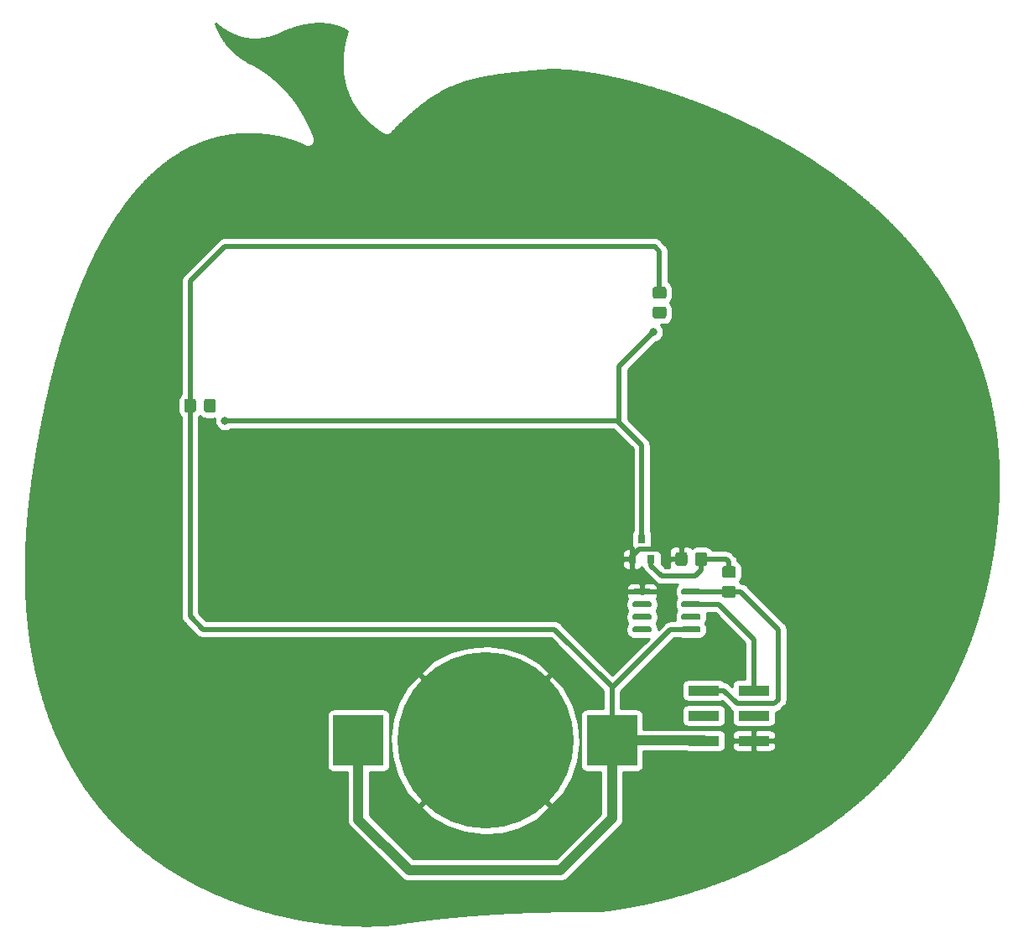
<source format=gbr>
%TF.GenerationSoftware,KiCad,Pcbnew,(5.1.7-0-10_14)*%
%TF.CreationDate,2020-10-21T09:08:44+08:00*%
%TF.ProjectId,HallowBadges,48616c6c-6f77-4426-9164-6765732e6b69,rev?*%
%TF.SameCoordinates,Original*%
%TF.FileFunction,Copper,L2,Bot*%
%TF.FilePolarity,Positive*%
%FSLAX46Y46*%
G04 Gerber Fmt 4.6, Leading zero omitted, Abs format (unit mm)*
G04 Created by KiCad (PCBNEW (5.1.7-0-10_14)) date 2020-10-21 09:08:44*
%MOMM*%
%LPD*%
G01*
G04 APERTURE LIST*
%TA.AperFunction,SMDPad,CuDef*%
%ADD10R,5.100000X5.100000*%
%TD*%
%TA.AperFunction,SMDPad,CuDef*%
%ADD11C,17.800000*%
%TD*%
%TA.AperFunction,SMDPad,CuDef*%
%ADD12R,3.150000X1.000000*%
%TD*%
%TA.AperFunction,SMDPad,CuDef*%
%ADD13R,0.800000X0.900000*%
%TD*%
%TA.AperFunction,ViaPad*%
%ADD14C,0.800000*%
%TD*%
%TA.AperFunction,Conductor*%
%ADD15C,1.000000*%
%TD*%
%TA.AperFunction,Conductor*%
%ADD16C,0.500000*%
%TD*%
%TA.AperFunction,Conductor*%
%ADD17C,0.254000*%
%TD*%
%TA.AperFunction,Conductor*%
%ADD18C,0.100000*%
%TD*%
G04 APERTURE END LIST*
%TO.P,R1,1*%
%TO.N,VCC*%
%TA.AperFunction,SMDPad,CuDef*%
G36*
G01*
X113200000Y-96250001D02*
X113200000Y-95349999D01*
G75*
G02*
X113449999Y-95100000I249999J0D01*
G01*
X114150001Y-95100000D01*
G75*
G02*
X114400000Y-95349999I0J-249999D01*
G01*
X114400000Y-96250001D01*
G75*
G02*
X114150001Y-96500000I-249999J0D01*
G01*
X113449999Y-96500000D01*
G75*
G02*
X113200000Y-96250001I0J249999D01*
G01*
G37*
%TD.AperFunction*%
%TO.P,R1,2*%
%TO.N,Net-(D1-Pad2)*%
%TA.AperFunction,SMDPad,CuDef*%
G36*
G01*
X115200000Y-96250001D02*
X115200000Y-95349999D01*
G75*
G02*
X115449999Y-95100000I249999J0D01*
G01*
X116150001Y-95100000D01*
G75*
G02*
X116400000Y-95349999I0J-249999D01*
G01*
X116400000Y-96250001D01*
G75*
G02*
X116150001Y-96500000I-249999J0D01*
G01*
X115449999Y-96500000D01*
G75*
G02*
X115200000Y-96250001I0J249999D01*
G01*
G37*
%TD.AperFunction*%
%TD*%
D10*
%TO.P,BT1,1*%
%TO.N,VCC*%
X156400000Y-129600000D03*
X130800000Y-129600000D03*
D11*
%TO.P,BT1,2*%
%TO.N,GND*%
X143600000Y-129600000D03*
%TD*%
D12*
%TO.P,J1,1*%
%TO.N,VCC*%
X165675000Y-129640000D03*
%TO.P,J1,2*%
%TO.N,GND*%
X170725000Y-129640000D03*
%TO.P,J1,3*%
%TO.N,Net-(J1-Pad3)*%
X165675000Y-127100000D03*
%TO.P,J1,4*%
%TO.N,Net-(J1-Pad4)*%
X170725000Y-127100000D03*
%TO.P,J1,5*%
%TO.N,GPIO1*%
X165675000Y-124560000D03*
%TO.P,J1,6*%
%TO.N,GPIO2*%
X170725000Y-124560000D03*
%TD*%
D13*
%TO.P,Q1,1*%
%TO.N,Net-(Q1-Pad1)*%
X160350000Y-111300000D03*
%TO.P,Q1,2*%
%TO.N,GND*%
X158450000Y-111300000D03*
%TO.P,Q1,3*%
%TO.N,Net-(D1-Pad1)*%
X159400000Y-109300000D03*
%TD*%
%TO.P,R2,2*%
%TO.N,Net-(D2-Pad2)*%
%TA.AperFunction,SMDPad,CuDef*%
G36*
G01*
X160749999Y-85800000D02*
X161650001Y-85800000D01*
G75*
G02*
X161900000Y-86049999I0J-249999D01*
G01*
X161900000Y-86750001D01*
G75*
G02*
X161650001Y-87000000I-249999J0D01*
G01*
X160749999Y-87000000D01*
G75*
G02*
X160500000Y-86750001I0J249999D01*
G01*
X160500000Y-86049999D01*
G75*
G02*
X160749999Y-85800000I249999J0D01*
G01*
G37*
%TD.AperFunction*%
%TO.P,R2,1*%
%TO.N,VCC*%
%TA.AperFunction,SMDPad,CuDef*%
G36*
G01*
X160749999Y-83800000D02*
X161650001Y-83800000D01*
G75*
G02*
X161900000Y-84049999I0J-249999D01*
G01*
X161900000Y-84750001D01*
G75*
G02*
X161650001Y-85000000I-249999J0D01*
G01*
X160749999Y-85000000D01*
G75*
G02*
X160500000Y-84750001I0J249999D01*
G01*
X160500000Y-84049999D01*
G75*
G02*
X160749999Y-83800000I249999J0D01*
G01*
G37*
%TD.AperFunction*%
%TD*%
%TO.P,R3,1*%
%TO.N,Net-(Q1-Pad1)*%
%TA.AperFunction,SMDPad,CuDef*%
G36*
G01*
X167749999Y-112000000D02*
X168650001Y-112000000D01*
G75*
G02*
X168900000Y-112249999I0J-249999D01*
G01*
X168900000Y-112950001D01*
G75*
G02*
X168650001Y-113200000I-249999J0D01*
G01*
X167749999Y-113200000D01*
G75*
G02*
X167500000Y-112950001I0J249999D01*
G01*
X167500000Y-112249999D01*
G75*
G02*
X167749999Y-112000000I249999J0D01*
G01*
G37*
%TD.AperFunction*%
%TO.P,R3,2*%
%TO.N,GPIO1*%
%TA.AperFunction,SMDPad,CuDef*%
G36*
G01*
X167749999Y-114000000D02*
X168650001Y-114000000D01*
G75*
G02*
X168900000Y-114249999I0J-249999D01*
G01*
X168900000Y-114950001D01*
G75*
G02*
X168650001Y-115200000I-249999J0D01*
G01*
X167749999Y-115200000D01*
G75*
G02*
X167500000Y-114950001I0J249999D01*
G01*
X167500000Y-114249999D01*
G75*
G02*
X167749999Y-114000000I249999J0D01*
G01*
G37*
%TD.AperFunction*%
%TD*%
%TO.P,R4,2*%
%TO.N,Net-(Q1-Pad1)*%
%TA.AperFunction,SMDPad,CuDef*%
G36*
G01*
X164800000Y-111750001D02*
X164800000Y-110849999D01*
G75*
G02*
X165049999Y-110600000I249999J0D01*
G01*
X165750001Y-110600000D01*
G75*
G02*
X166000000Y-110849999I0J-249999D01*
G01*
X166000000Y-111750001D01*
G75*
G02*
X165750001Y-112000000I-249999J0D01*
G01*
X165049999Y-112000000D01*
G75*
G02*
X164800000Y-111750001I0J249999D01*
G01*
G37*
%TD.AperFunction*%
%TO.P,R4,1*%
%TO.N,GND*%
%TA.AperFunction,SMDPad,CuDef*%
G36*
G01*
X162800000Y-111750001D02*
X162800000Y-110849999D01*
G75*
G02*
X163049999Y-110600000I249999J0D01*
G01*
X163750001Y-110600000D01*
G75*
G02*
X164000000Y-110849999I0J-249999D01*
G01*
X164000000Y-111750001D01*
G75*
G02*
X163750001Y-112000000I-249999J0D01*
G01*
X163049999Y-112000000D01*
G75*
G02*
X162800000Y-111750001I0J249999D01*
G01*
G37*
%TD.AperFunction*%
%TD*%
%TO.P,U1,1*%
%TO.N,Net-(U1-Pad1)*%
%TA.AperFunction,SMDPad,CuDef*%
G36*
G01*
X158450000Y-118555000D02*
X158450000Y-118255000D01*
G75*
G02*
X158600000Y-118105000I150000J0D01*
G01*
X160250000Y-118105000D01*
G75*
G02*
X160400000Y-118255000I0J-150000D01*
G01*
X160400000Y-118555000D01*
G75*
G02*
X160250000Y-118705000I-150000J0D01*
G01*
X158600000Y-118705000D01*
G75*
G02*
X158450000Y-118555000I0J150000D01*
G01*
G37*
%TD.AperFunction*%
%TO.P,U1,2*%
%TO.N,Net-(U1-Pad2)*%
%TA.AperFunction,SMDPad,CuDef*%
G36*
G01*
X158450000Y-117285000D02*
X158450000Y-116985000D01*
G75*
G02*
X158600000Y-116835000I150000J0D01*
G01*
X160250000Y-116835000D01*
G75*
G02*
X160400000Y-116985000I0J-150000D01*
G01*
X160400000Y-117285000D01*
G75*
G02*
X160250000Y-117435000I-150000J0D01*
G01*
X158600000Y-117435000D01*
G75*
G02*
X158450000Y-117285000I0J150000D01*
G01*
G37*
%TD.AperFunction*%
%TO.P,U1,3*%
%TO.N,Net-(U1-Pad3)*%
%TA.AperFunction,SMDPad,CuDef*%
G36*
G01*
X158450000Y-116015000D02*
X158450000Y-115715000D01*
G75*
G02*
X158600000Y-115565000I150000J0D01*
G01*
X160250000Y-115565000D01*
G75*
G02*
X160400000Y-115715000I0J-150000D01*
G01*
X160400000Y-116015000D01*
G75*
G02*
X160250000Y-116165000I-150000J0D01*
G01*
X158600000Y-116165000D01*
G75*
G02*
X158450000Y-116015000I0J150000D01*
G01*
G37*
%TD.AperFunction*%
%TO.P,U1,4*%
%TO.N,GND*%
%TA.AperFunction,SMDPad,CuDef*%
G36*
G01*
X158450000Y-114745000D02*
X158450000Y-114445000D01*
G75*
G02*
X158600000Y-114295000I150000J0D01*
G01*
X160250000Y-114295000D01*
G75*
G02*
X160400000Y-114445000I0J-150000D01*
G01*
X160400000Y-114745000D01*
G75*
G02*
X160250000Y-114895000I-150000J0D01*
G01*
X158600000Y-114895000D01*
G75*
G02*
X158450000Y-114745000I0J150000D01*
G01*
G37*
%TD.AperFunction*%
%TO.P,U1,5*%
%TO.N,GPIO1*%
%TA.AperFunction,SMDPad,CuDef*%
G36*
G01*
X163400000Y-114745000D02*
X163400000Y-114445000D01*
G75*
G02*
X163550000Y-114295000I150000J0D01*
G01*
X165200000Y-114295000D01*
G75*
G02*
X165350000Y-114445000I0J-150000D01*
G01*
X165350000Y-114745000D01*
G75*
G02*
X165200000Y-114895000I-150000J0D01*
G01*
X163550000Y-114895000D01*
G75*
G02*
X163400000Y-114745000I0J150000D01*
G01*
G37*
%TD.AperFunction*%
%TO.P,U1,6*%
%TO.N,GPIO2*%
%TA.AperFunction,SMDPad,CuDef*%
G36*
G01*
X163400000Y-116015000D02*
X163400000Y-115715000D01*
G75*
G02*
X163550000Y-115565000I150000J0D01*
G01*
X165200000Y-115565000D01*
G75*
G02*
X165350000Y-115715000I0J-150000D01*
G01*
X165350000Y-116015000D01*
G75*
G02*
X165200000Y-116165000I-150000J0D01*
G01*
X163550000Y-116165000D01*
G75*
G02*
X163400000Y-116015000I0J150000D01*
G01*
G37*
%TD.AperFunction*%
%TO.P,U1,7*%
%TO.N,Net-(U1-Pad7)*%
%TA.AperFunction,SMDPad,CuDef*%
G36*
G01*
X163400000Y-117285000D02*
X163400000Y-116985000D01*
G75*
G02*
X163550000Y-116835000I150000J0D01*
G01*
X165200000Y-116835000D01*
G75*
G02*
X165350000Y-116985000I0J-150000D01*
G01*
X165350000Y-117285000D01*
G75*
G02*
X165200000Y-117435000I-150000J0D01*
G01*
X163550000Y-117435000D01*
G75*
G02*
X163400000Y-117285000I0J150000D01*
G01*
G37*
%TD.AperFunction*%
%TO.P,U1,8*%
%TO.N,VCC*%
%TA.AperFunction,SMDPad,CuDef*%
G36*
G01*
X163400000Y-118555000D02*
X163400000Y-118255000D01*
G75*
G02*
X163550000Y-118105000I150000J0D01*
G01*
X165200000Y-118105000D01*
G75*
G02*
X165350000Y-118255000I0J-150000D01*
G01*
X165350000Y-118555000D01*
G75*
G02*
X165200000Y-118705000I-150000J0D01*
G01*
X163550000Y-118705000D01*
G75*
G02*
X163400000Y-118555000I0J150000D01*
G01*
G37*
%TD.AperFunction*%
%TD*%
D14*
%TO.N,Net-(D1-Pad1)*%
X160566293Y-88369157D03*
X117324784Y-97300000D03*
%TO.N,Net-(D1-Pad2)*%
X115875216Y-95850432D03*
%TO.N,Net-(D2-Pad2)*%
X161233707Y-86430843D03*
%TD*%
D15*
%TO.N,VCC*%
X165635000Y-129600000D02*
X165675000Y-129640000D01*
X156400000Y-129600000D02*
X165635000Y-129600000D01*
X130800000Y-129600000D02*
X130800000Y-137600000D01*
X130800000Y-137600000D02*
X135900000Y-142700000D01*
X135900000Y-142700000D02*
X151200000Y-142700000D01*
X156400000Y-137500000D02*
X156400000Y-129600000D01*
X151200000Y-142700000D02*
X156400000Y-137500000D01*
D16*
X156400000Y-129600000D02*
X156400000Y-124300000D01*
X162295000Y-118405000D02*
X164375000Y-118405000D01*
X156400000Y-124300000D02*
X162295000Y-118405000D01*
X161200000Y-80200000D02*
X161200000Y-84400000D01*
X160700000Y-79700000D02*
X161200000Y-80200000D01*
X156400000Y-124200000D02*
X150600000Y-118400000D01*
X156400000Y-124300000D02*
X156400000Y-124200000D01*
X150600000Y-118400000D02*
X115100000Y-118400000D01*
X115100000Y-118400000D02*
X113800000Y-117100000D01*
X113800000Y-117100000D02*
X113800000Y-83200000D01*
X117300000Y-79700000D02*
X160700000Y-79700000D01*
X113800000Y-83200000D02*
X117300000Y-79700000D01*
%TO.N,GND*%
X158450000Y-111300000D02*
X158450000Y-110950000D01*
X158450000Y-110950000D02*
X159100000Y-110300000D01*
X159100000Y-110300000D02*
X161200000Y-110300000D01*
X162200000Y-111300000D02*
X163400000Y-111300000D01*
X161200000Y-110300000D02*
X162200000Y-111300000D01*
%TO.N,Net-(D1-Pad1)*%
X159400000Y-99800000D02*
X159400000Y-109300000D01*
X157124784Y-97524784D02*
X159400000Y-99800000D01*
X157124784Y-91810666D02*
X157124784Y-97524784D01*
X160566293Y-88369157D02*
X157124784Y-91810666D01*
X117324784Y-97475216D02*
X117324784Y-97300000D01*
X117300000Y-97500000D02*
X117324784Y-97475216D01*
X156900000Y-97300000D02*
X157124784Y-97524784D01*
X117324784Y-97300000D02*
X156900000Y-97300000D01*
%TO.N,Net-(D1-Pad2)*%
X115800000Y-95800000D02*
X115824784Y-95800000D01*
X115824784Y-95800000D02*
X115875216Y-95850432D01*
%TO.N,Net-(D2-Pad2)*%
X161200000Y-86400000D02*
X161202864Y-86400000D01*
X161202864Y-86400000D02*
X161233707Y-86430843D01*
%TO.N,GPIO1*%
X168195000Y-114595000D02*
X168200000Y-114600000D01*
X164375000Y-114595000D02*
X168195000Y-114595000D01*
X167660000Y-124560000D02*
X165675000Y-124560000D01*
X169400000Y-114600000D02*
X173200000Y-118400000D01*
X173200000Y-118400000D02*
X173200000Y-125500000D01*
X168200000Y-114600000D02*
X169400000Y-114600000D01*
X173200000Y-125500000D02*
X172800000Y-125900000D01*
X172800000Y-125900000D02*
X169000000Y-125900000D01*
X169000000Y-125900000D02*
X167660000Y-124560000D01*
%TO.N,GPIO2*%
X170725000Y-119425000D02*
X170725000Y-124560000D01*
X164375000Y-115865000D02*
X167165000Y-115865000D01*
X167165000Y-115865000D02*
X170725000Y-119425000D01*
%TO.N,Net-(Q1-Pad1)*%
X160350000Y-111300000D02*
X160350000Y-111950000D01*
X160350000Y-111950000D02*
X161400000Y-113000000D01*
X161400000Y-113000000D02*
X164800000Y-113000000D01*
X165400000Y-112400000D02*
X165400000Y-111300000D01*
X164800000Y-113000000D02*
X165400000Y-112400000D01*
X165400000Y-111300000D02*
X167900000Y-111300000D01*
X168200000Y-111600000D02*
X168200000Y-112600000D01*
X167900000Y-111300000D02*
X168200000Y-111600000D01*
%TD*%
D17*
%TO.N,GND*%
X116389447Y-57214884D02*
X116392918Y-57218589D01*
X116414423Y-57237444D01*
X116435622Y-57256591D01*
X116439700Y-57259605D01*
X116471699Y-57287659D01*
X116475381Y-57291470D01*
X116497004Y-57309845D01*
X116518319Y-57328533D01*
X116522622Y-57331616D01*
X116555543Y-57359592D01*
X116559112Y-57363178D01*
X116581157Y-57381359D01*
X116602960Y-57399887D01*
X116607122Y-57402773D01*
X116640261Y-57430103D01*
X116644213Y-57433948D01*
X116666222Y-57451513D01*
X116687928Y-57469414D01*
X116692501Y-57472486D01*
X116726389Y-57499531D01*
X116730179Y-57503108D01*
X116752683Y-57520515D01*
X116774910Y-57538254D01*
X116779280Y-57541088D01*
X116813677Y-57567695D01*
X116817969Y-57571611D01*
X116840273Y-57588267D01*
X116862307Y-57605311D01*
X116867232Y-57608400D01*
X116901638Y-57634094D01*
X116905534Y-57637542D01*
X116928573Y-57654209D01*
X116951387Y-57671246D01*
X116955838Y-57673934D01*
X116990492Y-57699004D01*
X116994964Y-57702827D01*
X117017772Y-57718739D01*
X117040256Y-57735005D01*
X117045328Y-57737964D01*
X117081144Y-57762951D01*
X117085644Y-57766668D01*
X117108758Y-57782216D01*
X117131555Y-57798121D01*
X117136636Y-57800970D01*
X117172810Y-57825303D01*
X117177290Y-57828879D01*
X117200711Y-57844072D01*
X117223881Y-57859658D01*
X117228929Y-57862376D01*
X117265512Y-57886107D01*
X117270245Y-57889752D01*
X117293700Y-57904393D01*
X117316946Y-57919472D01*
X117322262Y-57922221D01*
X117359272Y-57945323D01*
X117364119Y-57948921D01*
X117387782Y-57963119D01*
X117411230Y-57977755D01*
X117416648Y-57980438D01*
X117454694Y-58003266D01*
X117459702Y-58006846D01*
X117483554Y-58020582D01*
X117507123Y-58034723D01*
X117512679Y-58037354D01*
X117551474Y-58059695D01*
X117556767Y-58063331D01*
X117580601Y-58076468D01*
X117604217Y-58090068D01*
X117610077Y-58092715D01*
X117649710Y-58114561D01*
X117654899Y-58117989D01*
X117679182Y-58130806D01*
X117703201Y-58144045D01*
X117708909Y-58146496D01*
X117748660Y-58167477D01*
X117754064Y-58170904D01*
X117778409Y-58183179D01*
X117802513Y-58195901D01*
X117808435Y-58198318D01*
X117848221Y-58218378D01*
X117853924Y-58221841D01*
X117878258Y-58233522D01*
X117902353Y-58245671D01*
X117908576Y-58248076D01*
X117948923Y-58267445D01*
X117954480Y-58270678D01*
X117979246Y-58282001D01*
X118003790Y-58293783D01*
X118009829Y-58295983D01*
X118051032Y-58314821D01*
X118056935Y-58318102D01*
X118081602Y-58328797D01*
X118106081Y-58339989D01*
X118112476Y-58342184D01*
X118154848Y-58360556D01*
X118160826Y-58363726D01*
X118185695Y-58373931D01*
X118210375Y-58384632D01*
X118216820Y-58386703D01*
X118258995Y-58404010D01*
X118265128Y-58407106D01*
X118290077Y-58416764D01*
X118314882Y-58426943D01*
X118321476Y-58428920D01*
X118364002Y-58445382D01*
X118370268Y-58448388D01*
X118395392Y-58457534D01*
X118420284Y-58467170D01*
X118426969Y-58469029D01*
X118470177Y-58484758D01*
X118476466Y-58487620D01*
X118501747Y-58496250D01*
X118526902Y-58505407D01*
X118533609Y-58507126D01*
X118577426Y-58522084D01*
X118583892Y-58524868D01*
X118609265Y-58532952D01*
X118634452Y-58541550D01*
X118641301Y-58543159D01*
X118685867Y-58557359D01*
X118692539Y-58560067D01*
X118717885Y-58567560D01*
X118743110Y-58575597D01*
X118750163Y-58577102D01*
X118795372Y-58590467D01*
X118802024Y-58593008D01*
X118827613Y-58599999D01*
X118853072Y-58607525D01*
X118860071Y-58608866D01*
X118905626Y-58621311D01*
X118912472Y-58623761D01*
X118938106Y-58630184D01*
X118963539Y-58637132D01*
X118970692Y-58638349D01*
X119016855Y-58649916D01*
X119023767Y-58652225D01*
X119049454Y-58658084D01*
X119075048Y-58664497D01*
X119082266Y-58665568D01*
X119128757Y-58676172D01*
X119135701Y-58678330D01*
X119161550Y-58683652D01*
X119187275Y-58689520D01*
X119194488Y-58690434D01*
X119241134Y-58700039D01*
X119248121Y-58702048D01*
X119274058Y-58706818D01*
X119299912Y-58712141D01*
X119307149Y-58712903D01*
X119354054Y-58721529D01*
X119361163Y-58723409D01*
X119387126Y-58727610D01*
X119413004Y-58732369D01*
X119420335Y-58732984D01*
X119467313Y-58740586D01*
X119474358Y-58742291D01*
X119500538Y-58745962D01*
X119526593Y-58750178D01*
X119533817Y-58750628D01*
X119580814Y-58757218D01*
X119587959Y-58758787D01*
X119614104Y-58761886D01*
X119640199Y-58765545D01*
X119647514Y-58765846D01*
X119694448Y-58771409D01*
X119701553Y-58772813D01*
X119727858Y-58775369D01*
X119754084Y-58778478D01*
X119761320Y-58778621D01*
X119808067Y-58783164D01*
X119815098Y-58784402D01*
X119841533Y-58786417D01*
X119867930Y-58788982D01*
X119875072Y-58788973D01*
X119921479Y-58792510D01*
X119928590Y-58793608D01*
X119955002Y-58795064D01*
X119981397Y-58797076D01*
X119988596Y-58796917D01*
X120034848Y-58799467D01*
X120041845Y-58800401D01*
X120068410Y-58801318D01*
X120094981Y-58802783D01*
X120102042Y-58802479D01*
X120147640Y-58804052D01*
X120154590Y-58804836D01*
X120181252Y-58805212D01*
X120207899Y-58806132D01*
X120214879Y-58805687D01*
X120260821Y-58806335D01*
X120267834Y-58806981D01*
X120294477Y-58806811D01*
X120321077Y-58807186D01*
X120328085Y-58806596D01*
X120374879Y-58806296D01*
X120381798Y-58806792D01*
X120408502Y-58806081D01*
X120435225Y-58805910D01*
X120442126Y-58805186D01*
X120488569Y-58803949D01*
X120495431Y-58804303D01*
X120522185Y-58803054D01*
X120548967Y-58802341D01*
X120555786Y-58801486D01*
X120601610Y-58799346D01*
X120608400Y-58799562D01*
X120635229Y-58797777D01*
X120662051Y-58796525D01*
X120668764Y-58795546D01*
X120713567Y-58792565D01*
X120720154Y-58792648D01*
X120747142Y-58790332D01*
X120774146Y-58788535D01*
X120780639Y-58787456D01*
X120825605Y-58783597D01*
X120832272Y-58783551D01*
X120859102Y-58780722D01*
X120886001Y-58778413D01*
X120892560Y-58777194D01*
X120937791Y-58772424D01*
X120944252Y-58772258D01*
X120971262Y-58768895D01*
X120998295Y-58766044D01*
X121004617Y-58764741D01*
X121049298Y-58759177D01*
X121055701Y-58758893D01*
X121082721Y-58755015D01*
X121109730Y-58751652D01*
X121115964Y-58750244D01*
X121160619Y-58743836D01*
X121166993Y-58743434D01*
X121193934Y-58739055D01*
X121220912Y-58735183D01*
X121227106Y-58733663D01*
X121271983Y-58726368D01*
X121278221Y-58725860D01*
X121305161Y-58720975D01*
X121332215Y-58716577D01*
X121338271Y-58714970D01*
X121382268Y-58706992D01*
X121388279Y-58706396D01*
X121415350Y-58700993D01*
X121442535Y-58696063D01*
X121448350Y-58694406D01*
X121492006Y-58685693D01*
X121498013Y-58684990D01*
X121525014Y-58679104D01*
X121552071Y-58673704D01*
X121557848Y-58671947D01*
X121601658Y-58662398D01*
X121607477Y-58661616D01*
X121634506Y-58655238D01*
X121661664Y-58649318D01*
X121667255Y-58647510D01*
X121710144Y-58637389D01*
X121715887Y-58636518D01*
X121742840Y-58629673D01*
X121769972Y-58623271D01*
X121775479Y-58621385D01*
X121817792Y-58610640D01*
X121823402Y-58609694D01*
X121850414Y-58602356D01*
X121877511Y-58595475D01*
X121882855Y-58593543D01*
X121925083Y-58582072D01*
X121930562Y-58581056D01*
X121957550Y-58573252D01*
X121984643Y-58565892D01*
X121989848Y-58563912D01*
X122030782Y-58552076D01*
X122036006Y-58551023D01*
X122063092Y-58542733D01*
X122090307Y-58534863D01*
X122095257Y-58532888D01*
X122136637Y-58520223D01*
X122141864Y-58519084D01*
X122168756Y-58510392D01*
X122195853Y-58502098D01*
X122200803Y-58500033D01*
X122241554Y-58486861D01*
X122246660Y-58485667D01*
X122273558Y-58476516D01*
X122300596Y-58467777D01*
X122305404Y-58465683D01*
X122345278Y-58452118D01*
X122350234Y-58450881D01*
X122377182Y-58441264D01*
X122404168Y-58432084D01*
X122408803Y-58429980D01*
X122448189Y-58415925D01*
X122452868Y-58414687D01*
X122479900Y-58404609D01*
X122507014Y-58394933D01*
X122511382Y-58392871D01*
X122550686Y-58378218D01*
X122555530Y-58376860D01*
X122582188Y-58366473D01*
X122609022Y-58356469D01*
X122613545Y-58354256D01*
X122652431Y-58339105D01*
X122656952Y-58337770D01*
X122683755Y-58326900D01*
X122710733Y-58316389D01*
X122714940Y-58314253D01*
X122753172Y-58298749D01*
X122757530Y-58297399D01*
X122784371Y-58286096D01*
X122811314Y-58275170D01*
X122815346Y-58273053D01*
X122853319Y-58257063D01*
X122857727Y-58255632D01*
X122884270Y-58244030D01*
X122911050Y-58232753D01*
X122915136Y-58230538D01*
X122952597Y-58214163D01*
X122956799Y-58212739D01*
X122983395Y-58200702D01*
X123010188Y-58188990D01*
X123014065Y-58186820D01*
X123049798Y-58170647D01*
X123052803Y-58169597D01*
X123080453Y-58156772D01*
X123108206Y-58144211D01*
X123110961Y-58142622D01*
X123171307Y-58114632D01*
X123256450Y-58075954D01*
X123342019Y-58037888D01*
X123427868Y-58000447D01*
X123513697Y-57963880D01*
X123600375Y-57927776D01*
X123686963Y-57892557D01*
X123773437Y-57858211D01*
X123860182Y-57824622D01*
X123946939Y-57791905D01*
X124034211Y-57759839D01*
X124121954Y-57728496D01*
X124210036Y-57697915D01*
X124298394Y-57668188D01*
X124386681Y-57639361D01*
X124475194Y-57611416D01*
X124563728Y-57584370D01*
X124652542Y-57558183D01*
X124741477Y-57532933D01*
X124830462Y-57508639D01*
X124919806Y-57485211D01*
X125009669Y-57462643D01*
X125099787Y-57441022D01*
X125189801Y-57420436D01*
X125279295Y-57400984D01*
X125369459Y-57382424D01*
X125459367Y-57364969D01*
X125549227Y-57348546D01*
X125639868Y-57333061D01*
X125730011Y-57318735D01*
X125820190Y-57305489D01*
X125910318Y-57293328D01*
X126001136Y-57282196D01*
X126092222Y-57272172D01*
X126182824Y-57263331D01*
X126272871Y-57255687D01*
X126363129Y-57249162D01*
X126453677Y-57243784D01*
X126543869Y-57239611D01*
X126633675Y-57236624D01*
X126723785Y-57234825D01*
X126813753Y-57234245D01*
X126903857Y-57234879D01*
X126993684Y-57236752D01*
X127083377Y-57239862D01*
X127172506Y-57244201D01*
X127261262Y-57249785D01*
X127350509Y-57256674D01*
X127439678Y-57264862D01*
X127528171Y-57274287D01*
X127616831Y-57285055D01*
X127705064Y-57297106D01*
X127793555Y-57310555D01*
X127881338Y-57325266D01*
X127969132Y-57341359D01*
X128056125Y-57358713D01*
X128142958Y-57377427D01*
X128228763Y-57397350D01*
X128314153Y-57418586D01*
X128399602Y-57441301D01*
X128484942Y-57465438D01*
X128569981Y-57491030D01*
X128653525Y-57517688D01*
X128736219Y-57545571D01*
X128818256Y-57574743D01*
X128900765Y-57605654D01*
X128982743Y-57637987D01*
X129063543Y-57671511D01*
X129143159Y-57706187D01*
X129222254Y-57742301D01*
X129301035Y-57780039D01*
X129378113Y-57818709D01*
X129454669Y-57858960D01*
X129530072Y-57900448D01*
X129604046Y-57943129D01*
X129653894Y-57973260D01*
X129653571Y-57974258D01*
X129652992Y-57976915D01*
X129641573Y-58013213D01*
X129640421Y-58015981D01*
X129631474Y-58045313D01*
X129622277Y-58074546D01*
X129621662Y-58077479D01*
X129610623Y-58113669D01*
X129609720Y-58115883D01*
X129600807Y-58145850D01*
X129591687Y-58175748D01*
X129591217Y-58178091D01*
X129580347Y-58214639D01*
X129579219Y-58217476D01*
X129570766Y-58246849D01*
X129562035Y-58276205D01*
X129561455Y-58279208D01*
X129550719Y-58316514D01*
X129549676Y-58319204D01*
X129541428Y-58348800D01*
X129532909Y-58378405D01*
X129532385Y-58381249D01*
X129522114Y-58418108D01*
X129521111Y-58420759D01*
X129513086Y-58450505D01*
X129504811Y-58480198D01*
X129504321Y-58482990D01*
X129494604Y-58519010D01*
X129493666Y-58521548D01*
X129485858Y-58551426D01*
X129477782Y-58581359D01*
X129477335Y-58584038D01*
X129467500Y-58621671D01*
X129466344Y-58624900D01*
X129458985Y-58654252D01*
X129451351Y-58683465D01*
X129450814Y-58686845D01*
X129441497Y-58724009D01*
X129440622Y-58726515D01*
X129433328Y-58756596D01*
X129425780Y-58786703D01*
X129425389Y-58789336D01*
X129416435Y-58826261D01*
X129415362Y-58829432D01*
X129408497Y-58858997D01*
X129401364Y-58888414D01*
X129400899Y-58891720D01*
X129392201Y-58929179D01*
X129391290Y-58931949D01*
X129384595Y-58961939D01*
X129377642Y-58991882D01*
X129377264Y-58994775D01*
X129368856Y-59032436D01*
X129367833Y-59035651D01*
X129361520Y-59065295D01*
X129354927Y-59094826D01*
X129354519Y-59098170D01*
X129346510Y-59135774D01*
X129345632Y-59138621D01*
X129339513Y-59168632D01*
X129333116Y-59198670D01*
X129332783Y-59201639D01*
X129325085Y-59239396D01*
X129324158Y-59242503D01*
X129318361Y-59272374D01*
X129312288Y-59302158D01*
X129311955Y-59305379D01*
X129304483Y-59343878D01*
X129303508Y-59347276D01*
X129298077Y-59376890D01*
X129292337Y-59406464D01*
X129292007Y-59409986D01*
X129285061Y-59447857D01*
X129284254Y-59450764D01*
X129279007Y-59480868D01*
X129273468Y-59511066D01*
X129273216Y-59514086D01*
X129266552Y-59552314D01*
X129265648Y-59555707D01*
X129260769Y-59585494D01*
X129255598Y-59615158D01*
X129255338Y-59618651D01*
X129248883Y-59658057D01*
X129248020Y-59661431D01*
X129243453Y-59691204D01*
X129238570Y-59721016D01*
X129238346Y-59724501D01*
X129232254Y-59764220D01*
X129231370Y-59767839D01*
X129227160Y-59797430D01*
X129222617Y-59827047D01*
X129222415Y-59830775D01*
X129216818Y-59870119D01*
X129216082Y-59873259D01*
X129212069Y-59903496D01*
X129207791Y-59933562D01*
X129207652Y-59936770D01*
X129202487Y-59975689D01*
X129201672Y-59979347D01*
X129198068Y-60008982D01*
X129194128Y-60038668D01*
X129194001Y-60042425D01*
X129189138Y-60082417D01*
X129188394Y-60085928D01*
X129185081Y-60115771D01*
X129181448Y-60145649D01*
X129181366Y-60149245D01*
X129177005Y-60188535D01*
X129176309Y-60191995D01*
X129173292Y-60221981D01*
X129169970Y-60251912D01*
X129169926Y-60255438D01*
X129165935Y-60295109D01*
X129165239Y-60298778D01*
X129162567Y-60328587D01*
X129159573Y-60358351D01*
X129159565Y-60362084D01*
X129155966Y-60402238D01*
X129155239Y-60406342D01*
X129152964Y-60435734D01*
X129150332Y-60465104D01*
X129150369Y-60469273D01*
X129147282Y-60509152D01*
X129146736Y-60512418D01*
X129144691Y-60542636D01*
X129142346Y-60572935D01*
X129142416Y-60576256D01*
X129139761Y-60615478D01*
X129139138Y-60619495D01*
X129137491Y-60649021D01*
X129135492Y-60678558D01*
X129135617Y-60682625D01*
X129133417Y-60722061D01*
X129132853Y-60725995D01*
X129131542Y-60755664D01*
X129129890Y-60785285D01*
X129130058Y-60789251D01*
X129128284Y-60829414D01*
X129127785Y-60833197D01*
X129126800Y-60863000D01*
X129125483Y-60892822D01*
X129125689Y-60896636D01*
X129124350Y-60937186D01*
X129123863Y-60941247D01*
X129123239Y-60970802D01*
X129122263Y-61000353D01*
X129122529Y-61004435D01*
X129121683Y-61044556D01*
X129121271Y-61048346D01*
X129120972Y-61078204D01*
X129120343Y-61108025D01*
X129120636Y-61111822D01*
X129120226Y-61152808D01*
X129119802Y-61157253D01*
X129119890Y-61186448D01*
X129119598Y-61215635D01*
X129119991Y-61220082D01*
X129120114Y-61260831D01*
X129119797Y-61264586D01*
X129120215Y-61294442D01*
X129120305Y-61324345D01*
X129120686Y-61328100D01*
X129121260Y-61369076D01*
X129120940Y-61373568D01*
X129121731Y-61402760D01*
X129122139Y-61431872D01*
X129122642Y-61436335D01*
X129123743Y-61476963D01*
X129123515Y-61480760D01*
X129124655Y-61510599D01*
X129125464Y-61540437D01*
X129125938Y-61544203D01*
X129127497Y-61585008D01*
X129127278Y-61589745D01*
X129128780Y-61618602D01*
X129129884Y-61647504D01*
X129130529Y-61652207D01*
X129132688Y-61693682D01*
X129132549Y-61697724D01*
X129134438Y-61727298D01*
X129135976Y-61756848D01*
X129136580Y-61760841D01*
X129139226Y-61802271D01*
X129139132Y-61806617D01*
X129141369Y-61835811D01*
X129143238Y-61865081D01*
X129143940Y-61869378D01*
X129147061Y-61910110D01*
X129147021Y-61914420D01*
X129149631Y-61943658D01*
X129151872Y-61972915D01*
X129152621Y-61977158D01*
X129156221Y-62017490D01*
X129156238Y-62021970D01*
X129159210Y-62050986D01*
X129161804Y-62080047D01*
X129162638Y-62084450D01*
X129166802Y-62125101D01*
X129166880Y-62129649D01*
X129170228Y-62158545D01*
X129173195Y-62187514D01*
X129174101Y-62191976D01*
X129178769Y-62232272D01*
X129178895Y-62236531D01*
X129182644Y-62265717D01*
X129186024Y-62294895D01*
X129186925Y-62299051D01*
X129192039Y-62338863D01*
X129192218Y-62343131D01*
X129196325Y-62372237D01*
X129200068Y-62401377D01*
X129201024Y-62405535D01*
X129206718Y-62445892D01*
X129207002Y-62450896D01*
X129211421Y-62479220D01*
X129215421Y-62507565D01*
X129216603Y-62512429D01*
X129223072Y-62553893D01*
X129223373Y-62558228D01*
X129228255Y-62587109D01*
X129232776Y-62616086D01*
X129233865Y-62620298D01*
X129240809Y-62661381D01*
X129241171Y-62665776D01*
X129246415Y-62694546D01*
X129251289Y-62723380D01*
X129252446Y-62727634D01*
X129259930Y-62768688D01*
X129260388Y-62773445D01*
X129265955Y-62801742D01*
X129271138Y-62830179D01*
X129272455Y-62834784D01*
X129280492Y-62875644D01*
X129281007Y-62880314D01*
X129286993Y-62908689D01*
X129292577Y-62937074D01*
X129293928Y-62941562D01*
X129302364Y-62981547D01*
X129302931Y-62986129D01*
X129309291Y-63014385D01*
X129315298Y-63042858D01*
X129316692Y-63047269D01*
X129325839Y-63087910D01*
X129326464Y-63092456D01*
X129333221Y-63120707D01*
X129339607Y-63149080D01*
X129341050Y-63153442D01*
X129350773Y-63194093D01*
X129351487Y-63198801D01*
X129358597Y-63226805D01*
X129365318Y-63254905D01*
X129366874Y-63259405D01*
X129377075Y-63299583D01*
X129377868Y-63304357D01*
X129385360Y-63332211D01*
X129392447Y-63360126D01*
X129394090Y-63364671D01*
X129404959Y-63405084D01*
X129405771Y-63409600D01*
X129413701Y-63437588D01*
X129421246Y-63465641D01*
X129422864Y-63469929D01*
X129434211Y-63509974D01*
X129435074Y-63514435D01*
X129443379Y-63542332D01*
X129451316Y-63570345D01*
X129452978Y-63574576D01*
X129464939Y-63614755D01*
X129465993Y-63619795D01*
X129474552Y-63647047D01*
X129482675Y-63674332D01*
X129484614Y-63679084D01*
X129497292Y-63719447D01*
X129498310Y-63724006D01*
X129507380Y-63751566D01*
X129516058Y-63779197D01*
X129517885Y-63783488D01*
X129530709Y-63822456D01*
X129531739Y-63826802D01*
X129541218Y-63854392D01*
X129550346Y-63882128D01*
X129552153Y-63886217D01*
X129565812Y-63925972D01*
X129567072Y-63930953D01*
X129576732Y-63957754D01*
X129586005Y-63984744D01*
X129588146Y-63989424D01*
X129602348Y-64028827D01*
X129603548Y-64033314D01*
X129613746Y-64060452D01*
X129623589Y-64087760D01*
X129625587Y-64091960D01*
X129640284Y-64131068D01*
X129641547Y-64135546D01*
X129652119Y-64162560D01*
X129662321Y-64189707D01*
X129664376Y-64193880D01*
X129679545Y-64232640D01*
X129680950Y-64237361D01*
X129691800Y-64263953D01*
X129702272Y-64290712D01*
X129704509Y-64295104D01*
X129720471Y-64334224D01*
X129721914Y-64338836D01*
X129733195Y-64365411D01*
X129744072Y-64392069D01*
X129746322Y-64396332D01*
X129762486Y-64434411D01*
X129763895Y-64438712D01*
X129775620Y-64465349D01*
X129787010Y-64492180D01*
X129789182Y-64496159D01*
X129805938Y-64534226D01*
X129807502Y-64538784D01*
X129819486Y-64565004D01*
X129831106Y-64591403D01*
X129833471Y-64595604D01*
X129851042Y-64634047D01*
X129852700Y-64638664D01*
X129865024Y-64664640D01*
X129876975Y-64690788D01*
X129879441Y-64695028D01*
X129897511Y-64733113D01*
X129899243Y-64737727D01*
X129911933Y-64763512D01*
X129924245Y-64789462D01*
X129926782Y-64793684D01*
X129945054Y-64830809D01*
X129946627Y-64834844D01*
X129959904Y-64860983D01*
X129972859Y-64887306D01*
X129975140Y-64890981D01*
X129993617Y-64927359D01*
X129995350Y-64931632D01*
X130008849Y-64957347D01*
X130022002Y-64983243D01*
X130024483Y-64987130D01*
X130044077Y-65024455D01*
X130046115Y-65029270D01*
X130059719Y-65054252D01*
X130072928Y-65079416D01*
X130075798Y-65083781D01*
X130095911Y-65120718D01*
X130097673Y-65124737D01*
X130112017Y-65150297D01*
X130125997Y-65175970D01*
X130128457Y-65179591D01*
X130148494Y-65215294D01*
X130150368Y-65219419D01*
X130164953Y-65244622D01*
X130179207Y-65270021D01*
X130181801Y-65273736D01*
X130202760Y-65309952D01*
X130204796Y-65314274D01*
X130219610Y-65339069D01*
X130234074Y-65364064D01*
X130236860Y-65367944D01*
X130258308Y-65403843D01*
X130260280Y-65407890D01*
X130275552Y-65432707D01*
X130290510Y-65457744D01*
X130293189Y-65461366D01*
X130314813Y-65496505D01*
X130316989Y-65500816D01*
X130332442Y-65525152D01*
X130347549Y-65549702D01*
X130350470Y-65553546D01*
X130372844Y-65588783D01*
X130374963Y-65592844D01*
X130390879Y-65617186D01*
X130406460Y-65641725D01*
X130409281Y-65645331D01*
X130431828Y-65679815D01*
X130433955Y-65683764D01*
X130450200Y-65707913D01*
X130466189Y-65732367D01*
X130469010Y-65735875D01*
X130492172Y-65770307D01*
X130494355Y-65774236D01*
X130510916Y-65798170D01*
X130527215Y-65822400D01*
X130530087Y-65825877D01*
X130553607Y-65859870D01*
X130555919Y-65863901D01*
X130572713Y-65887483D01*
X130589245Y-65911375D01*
X130592261Y-65914931D01*
X130616423Y-65948857D01*
X130618712Y-65952731D01*
X130635961Y-65976292D01*
X130652856Y-66000015D01*
X130655806Y-66003399D01*
X130680642Y-66037322D01*
X130682951Y-66041117D01*
X130700505Y-66064454D01*
X130717764Y-66088029D01*
X130720728Y-66091340D01*
X130745636Y-66124454D01*
X130747912Y-66128091D01*
X130765829Y-66151301D01*
X130783502Y-66174796D01*
X130786412Y-66177964D01*
X130811353Y-66210271D01*
X130813871Y-66214176D01*
X130831904Y-66236893D01*
X130849634Y-66259860D01*
X130852822Y-66263243D01*
X130878017Y-66294983D01*
X130880282Y-66298405D01*
X130898959Y-66321364D01*
X130917310Y-66344482D01*
X130920157Y-66347423D01*
X130945981Y-66379168D01*
X130948563Y-66382958D01*
X130967198Y-66405250D01*
X130985548Y-66427808D01*
X130988779Y-66431067D01*
X131015626Y-66463184D01*
X131018185Y-66466836D01*
X131037190Y-66488979D01*
X131055922Y-66511388D01*
X131059107Y-66514515D01*
X131086313Y-66546215D01*
X131088756Y-66549613D01*
X131108205Y-66571722D01*
X131127412Y-66594101D01*
X131130440Y-66596998D01*
X131157281Y-66627510D01*
X131159727Y-66630828D01*
X131179498Y-66652766D01*
X131199004Y-66674940D01*
X131202017Y-66677753D01*
X131229445Y-66708187D01*
X131232262Y-66711902D01*
X131251978Y-66733190D01*
X131271378Y-66754717D01*
X131274820Y-66757854D01*
X131302781Y-66788046D01*
X131305325Y-66791317D01*
X131325629Y-66812716D01*
X131345688Y-66834375D01*
X131348791Y-66837127D01*
X131376774Y-66866620D01*
X131379359Y-66869862D01*
X131399955Y-66891050D01*
X131420244Y-66912434D01*
X131423372Y-66915141D01*
X131452086Y-66944682D01*
X131455014Y-66948255D01*
X131475506Y-66968776D01*
X131495763Y-66989616D01*
X131499300Y-66992603D01*
X131528166Y-67021510D01*
X131530679Y-67024507D01*
X131551991Y-67045369D01*
X131572964Y-67066372D01*
X131575971Y-67068844D01*
X131604875Y-67097137D01*
X131607701Y-67100422D01*
X131628924Y-67120679D01*
X131649868Y-67141181D01*
X131653244Y-67143892D01*
X131683170Y-67172456D01*
X131685886Y-67175537D01*
X131707517Y-67195694D01*
X131728880Y-67216085D01*
X131732111Y-67218613D01*
X131762353Y-67246794D01*
X131765158Y-67249900D01*
X131786951Y-67269718D01*
X131808517Y-67289814D01*
X131811846Y-67292355D01*
X131842228Y-67319983D01*
X131845138Y-67323124D01*
X131867109Y-67342608D01*
X131888845Y-67362373D01*
X131892282Y-67364930D01*
X131922424Y-67391660D01*
X131925273Y-67394663D01*
X131947638Y-67414020D01*
X131969686Y-67433572D01*
X131973026Y-67435993D01*
X132003792Y-67462622D01*
X132006948Y-67465861D01*
X132029235Y-67484642D01*
X132051256Y-67503702D01*
X132054947Y-67506311D01*
X132086177Y-67532629D01*
X132088876Y-67535338D01*
X132111899Y-67554306D01*
X132134707Y-67573526D01*
X132137858Y-67575692D01*
X132169468Y-67601733D01*
X132172609Y-67604806D01*
X132195424Y-67623117D01*
X132218014Y-67641727D01*
X132221665Y-67644176D01*
X132254176Y-67670268D01*
X132257485Y-67673421D01*
X132280406Y-67691320D01*
X132303091Y-67709526D01*
X132306919Y-67712024D01*
X132339195Y-67737227D01*
X132342177Y-67740002D01*
X132365715Y-67757937D01*
X132389024Y-67776139D01*
X132392463Y-67778318D01*
X132425081Y-67803172D01*
X132428337Y-67806124D01*
X132451811Y-67823539D01*
X132475103Y-67841287D01*
X132478850Y-67843600D01*
X132512266Y-67868390D01*
X132515747Y-67871462D01*
X132539267Y-67888423D01*
X132562582Y-67905720D01*
X132566564Y-67908108D01*
X132600783Y-67932784D01*
X132604179Y-67935702D01*
X132628060Y-67952454D01*
X132651730Y-67969523D01*
X132655602Y-67971774D01*
X132689575Y-67995605D01*
X132693331Y-67998741D01*
X132717150Y-68014948D01*
X132740670Y-68031447D01*
X132744920Y-68033844D01*
X132779428Y-68057325D01*
X132782992Y-68060220D01*
X132807242Y-68076250D01*
X132831266Y-68092597D01*
X132835295Y-68094795D01*
X132870631Y-68118153D01*
X132875084Y-68121650D01*
X132898641Y-68136669D01*
X132922029Y-68152129D01*
X132927052Y-68154782D01*
X132964422Y-68178607D01*
X132968812Y-68181942D01*
X132992822Y-68196713D01*
X133016527Y-68211826D01*
X133021430Y-68214313D01*
X133059870Y-68237961D01*
X133065134Y-68241805D01*
X133088505Y-68255578D01*
X133111628Y-68269803D01*
X133117492Y-68272660D01*
X133161930Y-68298847D01*
X133170446Y-68304681D01*
X133190906Y-68315923D01*
X133211011Y-68327771D01*
X133220372Y-68332113D01*
X133259019Y-68353348D01*
X133265253Y-68358345D01*
X133318050Y-68385784D01*
X133340623Y-68398187D01*
X133347933Y-68401314D01*
X133384982Y-68420569D01*
X133409817Y-68427789D01*
X133433595Y-68437962D01*
X133474450Y-68446580D01*
X133514551Y-68458239D01*
X133540321Y-68460476D01*
X133565622Y-68465813D01*
X133607372Y-68466296D01*
X133648977Y-68469907D01*
X133674684Y-68467074D01*
X133700546Y-68467373D01*
X133741591Y-68459700D01*
X133783098Y-68455126D01*
X133807763Y-68447331D01*
X133833182Y-68442579D01*
X133871936Y-68427049D01*
X133911759Y-68414463D01*
X133934428Y-68402006D01*
X133958432Y-68392387D01*
X133993414Y-68369593D01*
X134030014Y-68349481D01*
X134049817Y-68332841D01*
X134071484Y-68318723D01*
X134101349Y-68289540D01*
X134107434Y-68284427D01*
X134125433Y-68266006D01*
X134167992Y-68224419D01*
X134172506Y-68217830D01*
X134177784Y-68212428D01*
X134246677Y-68142058D01*
X134315765Y-68071890D01*
X134385133Y-68001728D01*
X134454391Y-67931879D01*
X134523174Y-67862802D01*
X134592492Y-67793484D01*
X134662303Y-67724067D01*
X134732119Y-67654843D01*
X134801884Y-67586058D01*
X134872202Y-67516923D01*
X134942369Y-67448431D01*
X135012767Y-67379903D01*
X135082935Y-67311990D01*
X135153757Y-67243813D01*
X135224850Y-67175772D01*
X135296113Y-67107841D01*
X135367418Y-67040362D01*
X135439149Y-66972781D01*
X135509535Y-66906769D01*
X135580873Y-66840423D01*
X135652862Y-66773820D01*
X135725434Y-66707141D01*
X135797549Y-66641174D01*
X135869391Y-66576050D01*
X135942551Y-66510167D01*
X136014726Y-66445472D01*
X136087372Y-66380995D01*
X136161345Y-66315742D01*
X136234791Y-66251441D01*
X136307336Y-66188388D01*
X136380495Y-66125470D01*
X136454240Y-66062330D01*
X136528277Y-65999631D01*
X136602581Y-65937207D01*
X136677334Y-65874881D01*
X136751914Y-65813263D01*
X136826281Y-65752452D01*
X136901266Y-65691648D01*
X136976561Y-65631161D01*
X137052316Y-65570924D01*
X137127835Y-65511511D01*
X137203687Y-65452418D01*
X137279599Y-65393868D01*
X137355873Y-65335700D01*
X137432481Y-65277882D01*
X137509174Y-65220698D01*
X137586134Y-65163940D01*
X137662988Y-65107977D01*
X137740472Y-65052204D01*
X137818680Y-64996547D01*
X137897262Y-64941319D01*
X137975760Y-64886981D01*
X138054577Y-64833059D01*
X138133546Y-64779743D01*
X138213223Y-64726657D01*
X138292792Y-64674407D01*
X138372695Y-64622632D01*
X138453347Y-64571221D01*
X138533783Y-64520615D01*
X138614394Y-64470745D01*
X138695619Y-64421229D01*
X138776857Y-64372505D01*
X138858702Y-64324160D01*
X138940908Y-64276382D01*
X139022607Y-64229615D01*
X139104951Y-64183415D01*
X139188123Y-64137442D01*
X139271157Y-64092323D01*
X139354738Y-64047778D01*
X139438699Y-64003708D01*
X139522585Y-63960583D01*
X139607313Y-63917791D01*
X139691953Y-63875803D01*
X139777064Y-63834434D01*
X139862180Y-63793771D01*
X139947397Y-63753953D01*
X140033302Y-63714524D01*
X140118950Y-63675964D01*
X140205616Y-63637793D01*
X140293312Y-63599896D01*
X140380761Y-63562811D01*
X140468202Y-63526622D01*
X140555796Y-63491034D01*
X140643488Y-63456262D01*
X140731302Y-63422070D01*
X140819646Y-63388420D01*
X140908803Y-63355248D01*
X140997998Y-63322752D01*
X141086855Y-63291072D01*
X141177008Y-63259653D01*
X141267339Y-63228780D01*
X141357178Y-63198833D01*
X141447408Y-63169427D01*
X141538225Y-63140396D01*
X141629244Y-63112060D01*
X141720368Y-63084243D01*
X141811754Y-63056989D01*
X141903752Y-63030280D01*
X141995839Y-63004079D01*
X142088235Y-62978296D01*
X142180901Y-62953137D01*
X142273002Y-62928622D01*
X142365756Y-62904546D01*
X142458906Y-62880922D01*
X142551957Y-62857827D01*
X142645474Y-62835147D01*
X142738515Y-62813068D01*
X142832407Y-62791334D01*
X142926087Y-62770087D01*
X143020831Y-62749141D01*
X143115422Y-62728573D01*
X143208961Y-62708749D01*
X143303599Y-62689219D01*
X143398326Y-62669982D01*
X143493082Y-62651245D01*
X143588106Y-62632765D01*
X143682822Y-62614812D01*
X143778036Y-62597172D01*
X143873137Y-62579845D01*
X143969477Y-62562746D01*
X144064987Y-62546081D01*
X144160990Y-62529690D01*
X144257417Y-62513586D01*
X144353691Y-62497881D01*
X144450374Y-62482357D01*
X144546489Y-62467284D01*
X144643601Y-62452276D01*
X144740523Y-62437635D01*
X144837666Y-62423309D01*
X144934622Y-62409149D01*
X145030430Y-62395588D01*
X145128535Y-62381800D01*
X145225567Y-62368484D01*
X145322458Y-62355415D01*
X145420135Y-62342529D01*
X145517744Y-62329849D01*
X145615383Y-62317397D01*
X145713464Y-62305062D01*
X145811355Y-62292937D01*
X145908320Y-62281148D01*
X146006600Y-62269469D01*
X146104699Y-62257899D01*
X146201409Y-62246695D01*
X146299125Y-62235629D01*
X146397128Y-62224607D01*
X146495216Y-62213730D01*
X146593213Y-62203040D01*
X146691396Y-62192472D01*
X146789693Y-62182067D01*
X146888062Y-62171796D01*
X146986489Y-62161685D01*
X147085658Y-62151540D01*
X147183839Y-62141662D01*
X147282922Y-62131824D01*
X147381940Y-62122151D01*
X147480278Y-62112574D01*
X147578406Y-62103167D01*
X147677112Y-62093833D01*
X147775707Y-62084561D01*
X147873902Y-62075445D01*
X147939403Y-62069449D01*
X147939468Y-62069449D01*
X147974421Y-62066243D01*
X148006357Y-62063319D01*
X148006415Y-62063308D01*
X148071822Y-62057308D01*
X148170467Y-62048412D01*
X148268969Y-62039674D01*
X148374792Y-62030306D01*
X148467207Y-62022133D01*
X148532502Y-62016472D01*
X148532668Y-62016474D01*
X148566001Y-62013568D01*
X148599384Y-62010674D01*
X148599547Y-62010644D01*
X148665355Y-62004906D01*
X148763318Y-61996495D01*
X148859474Y-61988345D01*
X148961327Y-61979720D01*
X149059647Y-61971452D01*
X149158809Y-61963164D01*
X149224088Y-61957773D01*
X149224225Y-61957775D01*
X149256250Y-61955117D01*
X149291006Y-61952247D01*
X149291152Y-61952220D01*
X149356111Y-61946829D01*
X149421355Y-61941507D01*
X149488426Y-61936036D01*
X149552838Y-61930782D01*
X149653323Y-61922637D01*
X149750844Y-61914772D01*
X149844210Y-61907394D01*
X149934116Y-61901582D01*
X150025510Y-61896786D01*
X150118096Y-61892898D01*
X150211489Y-61890019D01*
X150305219Y-61888053D01*
X150398945Y-61886927D01*
X150493361Y-61886645D01*
X150588483Y-61887119D01*
X150683432Y-61888262D01*
X150778808Y-61890067D01*
X150874319Y-61892636D01*
X150970743Y-61895799D01*
X151066830Y-61899539D01*
X151162033Y-61903844D01*
X151257699Y-61908758D01*
X151354100Y-61914156D01*
X151451122Y-61920135D01*
X151548351Y-61926624D01*
X151644552Y-61933481D01*
X151740782Y-61940824D01*
X151837610Y-61948683D01*
X151934171Y-61956924D01*
X152031094Y-61965664D01*
X152128665Y-61974818D01*
X152225976Y-61984354D01*
X152322918Y-61994185D01*
X152420237Y-62004522D01*
X152516916Y-62015047D01*
X152613041Y-62025933D01*
X152709441Y-62037251D01*
X152807545Y-62049047D01*
X152904950Y-62061040D01*
X153001920Y-62073357D01*
X153099408Y-62086082D01*
X153196386Y-62098987D01*
X153292882Y-62112230D01*
X153391177Y-62126005D01*
X153487634Y-62139784D01*
X153584523Y-62153893D01*
X153680773Y-62168175D01*
X153777201Y-62182761D01*
X153873360Y-62197630D01*
X153969845Y-62212875D01*
X154066982Y-62228326D01*
X154163785Y-62244117D01*
X154261137Y-62260228D01*
X154358442Y-62276544D01*
X154454833Y-62292952D01*
X154550876Y-62309596D01*
X154648436Y-62326777D01*
X154745024Y-62343909D01*
X154840804Y-62361225D01*
X154937981Y-62379037D01*
X155034429Y-62396876D01*
X155131506Y-62415171D01*
X155228918Y-62433725D01*
X155326209Y-62452454D01*
X155423582Y-62471377D01*
X155520186Y-62490482D01*
X155617891Y-62509924D01*
X155714540Y-62529392D01*
X155810956Y-62549089D01*
X155907225Y-62568914D01*
X156002593Y-62588754D01*
X156098650Y-62609043D01*
X156196142Y-62629714D01*
X156292166Y-62650396D01*
X156388657Y-62671355D01*
X156485205Y-62692439D01*
X156581936Y-62713868D01*
X156677732Y-62735189D01*
X156774028Y-62756873D01*
X156869941Y-62778681D01*
X156966276Y-62800768D01*
X157062672Y-62823112D01*
X157158359Y-62845383D01*
X157254662Y-62868049D01*
X157350317Y-62890759D01*
X157446160Y-62913734D01*
X157542450Y-62936891D01*
X157637813Y-62960167D01*
X157734596Y-62983889D01*
X157829851Y-63007383D01*
X157925470Y-63031189D01*
X158020768Y-63055088D01*
X158116831Y-63079375D01*
X158212175Y-63103680D01*
X158307232Y-63128084D01*
X158403759Y-63152987D01*
X158499016Y-63177790D01*
X158594595Y-63202792D01*
X158690189Y-63228094D01*
X158786273Y-63253629D01*
X158881290Y-63279014D01*
X158977243Y-63304912D01*
X159072331Y-63330676D01*
X159167496Y-63356693D01*
X159262811Y-63382940D01*
X159358614Y-63409447D01*
X159454125Y-63436060D01*
X159549905Y-63462847D01*
X159645228Y-63489827D01*
X159740602Y-63516907D01*
X159835625Y-63544014D01*
X159930121Y-63571226D01*
X160025267Y-63598708D01*
X160119185Y-63626048D01*
X160213817Y-63653776D01*
X160308359Y-63681663D01*
X160403370Y-63709800D01*
X160498187Y-63738097D01*
X160592568Y-63766401D01*
X160686481Y-63794752D01*
X160781592Y-63823534D01*
X160876090Y-63852420D01*
X160970101Y-63881225D01*
X161064848Y-63910507D01*
X161159044Y-63939741D01*
X161254356Y-63969488D01*
X161348758Y-63999138D01*
X161442874Y-64028833D01*
X161536584Y-64058555D01*
X161631863Y-64088976D01*
X161725422Y-64118892D01*
X161819265Y-64149186D01*
X161913194Y-64179607D01*
X161975512Y-64199986D01*
X161975616Y-64200032D01*
X162006456Y-64210106D01*
X162039365Y-64220868D01*
X162039479Y-64220893D01*
X162101636Y-64241197D01*
X162195167Y-64272047D01*
X162289546Y-64303307D01*
X162382604Y-64334228D01*
X162477127Y-64365901D01*
X162570388Y-64397186D01*
X162663562Y-64428671D01*
X162757863Y-64460733D01*
X162850967Y-64492525D01*
X162944035Y-64524437D01*
X163038246Y-64556934D01*
X163132155Y-64589425D01*
X163225060Y-64621775D01*
X163318631Y-64654550D01*
X163411495Y-64687209D01*
X163504837Y-64720247D01*
X163597197Y-64753029D01*
X163691758Y-64786679D01*
X163784996Y-64820126D01*
X163877958Y-64853652D01*
X163971226Y-64887351D01*
X164064428Y-64921297D01*
X164156220Y-64954846D01*
X164249220Y-64988962D01*
X164342883Y-65023501D01*
X164435034Y-65057591D01*
X164526768Y-65091782D01*
X164619693Y-65126542D01*
X164712171Y-65161246D01*
X164804967Y-65196280D01*
X164896646Y-65231017D01*
X164988425Y-65265990D01*
X165081389Y-65301584D01*
X165173742Y-65337090D01*
X165266487Y-65372920D01*
X165358970Y-65408759D01*
X165450596Y-65444462D01*
X165542897Y-65480592D01*
X165634684Y-65516675D01*
X165728034Y-65553434D01*
X165819255Y-65589608D01*
X165910814Y-65626113D01*
X166004315Y-65663493D01*
X166095595Y-65700143D01*
X166187506Y-65737244D01*
X166279027Y-65774347D01*
X166370553Y-65811650D01*
X166462888Y-65849379D01*
X166554245Y-65886909D01*
X166646165Y-65924770D01*
X166736787Y-65962259D01*
X166827877Y-66000180D01*
X166919731Y-66038552D01*
X167011721Y-66077129D01*
X167102797Y-66115471D01*
X167194322Y-66154243D01*
X167284910Y-66192686D01*
X167376171Y-66231656D01*
X167467571Y-66270813D01*
X167558064Y-66309695D01*
X167648474Y-66348780D01*
X167739510Y-66388262D01*
X167857427Y-66439738D01*
X167920701Y-66467360D01*
X168011478Y-66507254D01*
X168102112Y-66547263D01*
X168192957Y-66587473D01*
X168283510Y-66627751D01*
X168373528Y-66668002D01*
X168462984Y-66708143D01*
X168553562Y-66748908D01*
X168644096Y-66789773D01*
X168732536Y-66829999D01*
X168823808Y-66871560D01*
X168913507Y-66912618D01*
X169002936Y-66953719D01*
X169092361Y-66995014D01*
X169182089Y-67036510D01*
X169271594Y-67078161D01*
X169361939Y-67120414D01*
X169451473Y-67162414D01*
X169541100Y-67204550D01*
X169631486Y-67247354D01*
X169720502Y-67289587D01*
X169809068Y-67331752D01*
X169897659Y-67374229D01*
X169987847Y-67417479D01*
X170076644Y-67460295D01*
X170165184Y-67503182D01*
X170253561Y-67546189D01*
X170343337Y-67589982D01*
X170431751Y-67633299D01*
X170519694Y-67676580D01*
X170608284Y-67720330D01*
X170697385Y-67764583D01*
X170786640Y-67808963D01*
X170874972Y-67853179D01*
X170962856Y-67897269D01*
X171051043Y-67941707D01*
X171140181Y-67986723D01*
X171227642Y-68031143D01*
X171285476Y-68060681D01*
X171285489Y-68060689D01*
X171312136Y-68074297D01*
X171345396Y-68091284D01*
X171345409Y-68091289D01*
X171403469Y-68120939D01*
X171491081Y-68165974D01*
X171579594Y-68211716D01*
X171667620Y-68257271D01*
X171754740Y-68302558D01*
X171841982Y-68348101D01*
X171930254Y-68394324D01*
X172017768Y-68440389D01*
X172105081Y-68486520D01*
X172193049Y-68533210D01*
X172279488Y-68579173D01*
X172366667Y-68625774D01*
X172455031Y-68673194D01*
X172541255Y-68719600D01*
X172627520Y-68766286D01*
X172714087Y-68813271D01*
X172801271Y-68860781D01*
X172888445Y-68908474D01*
X172975839Y-68956422D01*
X173062218Y-69004004D01*
X173148301Y-69051641D01*
X173234396Y-69099570D01*
X173321278Y-69148026D01*
X173407919Y-69196576D01*
X173493678Y-69244735D01*
X173579511Y-69293215D01*
X173665075Y-69341671D01*
X173750606Y-69390349D01*
X173837327Y-69439777D01*
X173923055Y-69488974D01*
X174008895Y-69538410D01*
X174093914Y-69587444D01*
X174178608Y-69636529D01*
X174263871Y-69686225D01*
X174350014Y-69736558D01*
X174435269Y-69786551D01*
X174520723Y-69836894D01*
X174605462Y-69886985D01*
X174689880Y-69937142D01*
X174774766Y-69987757D01*
X174859475Y-70038345D01*
X174943955Y-70089170D01*
X175030033Y-70141037D01*
X175114292Y-70192007D01*
X175197771Y-70242765D01*
X175281963Y-70294072D01*
X175366056Y-70345594D01*
X175450639Y-70397554D01*
X175534866Y-70449507D01*
X175619430Y-70501903D01*
X175703506Y-70554302D01*
X175787097Y-70606435D01*
X175870393Y-70658705D01*
X175954111Y-70711313D01*
X176038117Y-70764438D01*
X176121570Y-70817321D01*
X176205246Y-70870578D01*
X176288737Y-70924032D01*
X176371550Y-70977162D01*
X176453980Y-71030273D01*
X176536510Y-71083616D01*
X176619821Y-71137798D01*
X176702600Y-71191703D01*
X176785832Y-71246170D01*
X176868327Y-71300378D01*
X176950794Y-71354763D01*
X177032234Y-71408729D01*
X177114694Y-71463503D01*
X177196212Y-71517881D01*
X177277867Y-71572679D01*
X177360727Y-71628350D01*
X177442643Y-71683649D01*
X177525078Y-71739625D01*
X177607253Y-71795531D01*
X177688068Y-71850754D01*
X177769155Y-71906396D01*
X177850028Y-71962119D01*
X177931114Y-72018218D01*
X178012353Y-72074582D01*
X178093555Y-72131246D01*
X178175326Y-72188437D01*
X178256014Y-72245115D01*
X178336552Y-72301995D01*
X178417069Y-72359011D01*
X178496777Y-72415594D01*
X178576630Y-72472674D01*
X178656944Y-72530239D01*
X178736967Y-72587820D01*
X178818482Y-72646803D01*
X178897985Y-72704385D01*
X178978129Y-72762834D01*
X179057391Y-72820782D01*
X179135673Y-72878345D01*
X179215516Y-72937103D01*
X179294443Y-72995509D01*
X179373005Y-73053866D01*
X179451852Y-73112829D01*
X179531709Y-73172596D01*
X179610922Y-73232203D01*
X179689892Y-73291847D01*
X179769208Y-73352079D01*
X179847877Y-73411970D01*
X179925573Y-73471373D01*
X180003203Y-73530952D01*
X180080752Y-73590787D01*
X180158866Y-73651179D01*
X180236547Y-73711553D01*
X180314527Y-73772380D01*
X180392678Y-73833735D01*
X180470741Y-73895140D01*
X180548665Y-73956706D01*
X180625607Y-74017729D01*
X180702757Y-74079232D01*
X180779732Y-74140773D01*
X180855916Y-74201995D01*
X180932231Y-74263540D01*
X181008939Y-74325717D01*
X181085417Y-74387924D01*
X181161986Y-74450499D01*
X181238922Y-74513590D01*
X181315624Y-74576704D01*
X181391898Y-74639838D01*
X181467547Y-74702600D01*
X181543192Y-74765751D01*
X181618517Y-74828834D01*
X181693179Y-74891708D01*
X181768958Y-74955637D01*
X181843458Y-75018781D01*
X181918349Y-75082651D01*
X181993684Y-75147110D01*
X182068674Y-75211570D01*
X182143924Y-75276464D01*
X182218442Y-75341027D01*
X182292487Y-75405533D01*
X182366953Y-75470605D01*
X182441455Y-75536016D01*
X182514771Y-75600598D01*
X182587671Y-75665158D01*
X182661358Y-75730722D01*
X182734692Y-75796172D01*
X182808115Y-75862006D01*
X182881399Y-75928011D01*
X182954852Y-75994464D01*
X183028387Y-76061287D01*
X183101101Y-76127606D01*
X183173186Y-76193709D01*
X183245746Y-76260542D01*
X183318264Y-76327634D01*
X183390586Y-76394748D01*
X183462422Y-76461848D01*
X183533789Y-76528687D01*
X183605237Y-76595902D01*
X183676748Y-76663567D01*
X183748013Y-76731200D01*
X183819839Y-76799756D01*
X183891054Y-76867931D01*
X183962519Y-76936738D01*
X184033141Y-77005000D01*
X184103663Y-77073549D01*
X184174118Y-77142230D01*
X184244717Y-77211350D01*
X184314663Y-77280221D01*
X184384716Y-77349580D01*
X184454027Y-77418301D01*
X184523169Y-77487344D01*
X184592381Y-77556754D01*
X184661876Y-77626742D01*
X184731136Y-77696789D01*
X184800315Y-77767050D01*
X184869683Y-77837996D01*
X184938919Y-77908905D01*
X185006785Y-77978915D01*
X185075726Y-78050243D01*
X185143499Y-78120759D01*
X185211741Y-78192057D01*
X185279676Y-78263429D01*
X185347114Y-78334613D01*
X185414241Y-78405683D01*
X185481293Y-78477074D01*
X185547971Y-78548353D01*
X185614906Y-78620308D01*
X185681697Y-78692509D01*
X185748783Y-78765219D01*
X185815342Y-78837757D01*
X185881846Y-78910735D01*
X185948952Y-78984562D01*
X186014697Y-79057262D01*
X186080467Y-79130428D01*
X186145875Y-79203496D01*
X186211768Y-79277503D01*
X186276992Y-79351051D01*
X186341646Y-79424352D01*
X186406096Y-79497671D01*
X186470186Y-79571071D01*
X186534768Y-79645346D01*
X186598786Y-79719266D01*
X186662668Y-79793532D01*
X186726848Y-79868442D01*
X186791034Y-79943769D01*
X186854915Y-80019034D01*
X186918809Y-80094822D01*
X186982207Y-80170249D01*
X187044621Y-80244990D01*
X187107480Y-80320656D01*
X187170260Y-80396425D01*
X187232629Y-80472327D01*
X187295161Y-80548722D01*
X187357142Y-80624695D01*
X187418064Y-80699968D01*
X187479558Y-80776269D01*
X187540861Y-80852627D01*
X187602205Y-80929554D01*
X187662987Y-81006069D01*
X187724028Y-81083328D01*
X187784926Y-81160924D01*
X187845872Y-81238903D01*
X187906691Y-81317114D01*
X187966689Y-81394689D01*
X188026294Y-81472195D01*
X188085647Y-81549766D01*
X188145091Y-81627876D01*
X188204584Y-81706478D01*
X188263844Y-81785165D01*
X188323055Y-81864244D01*
X188381591Y-81942850D01*
X188439465Y-82020799D01*
X188497280Y-82099325D01*
X188555075Y-82178216D01*
X188613055Y-82257693D01*
X188670640Y-82337154D01*
X188728300Y-82417052D01*
X188785462Y-82496785D01*
X188842842Y-82577354D01*
X188900004Y-82657948D01*
X188956696Y-82738400D01*
X189012557Y-82818034D01*
X189068662Y-82898549D01*
X189124620Y-82979191D01*
X189180387Y-83060094D01*
X189235970Y-83141163D01*
X189291624Y-83222776D01*
X189346917Y-83304394D01*
X189401689Y-83385716D01*
X189455917Y-83466666D01*
X189510144Y-83548006D01*
X189563988Y-83629360D01*
X189617718Y-83710982D01*
X189671771Y-83793638D01*
X189725434Y-83876046D01*
X189779109Y-83959016D01*
X189832480Y-84041960D01*
X189885112Y-84124289D01*
X189937294Y-84206484D01*
X189989585Y-84289303D01*
X190041507Y-84371987D01*
X190093517Y-84455260D01*
X190145264Y-84538663D01*
X190196831Y-84622386D01*
X190248536Y-84706789D01*
X190299995Y-84791245D01*
X190350378Y-84874436D01*
X190400473Y-84957861D01*
X190450623Y-85041739D01*
X190500604Y-85125892D01*
X190550634Y-85210489D01*
X190600097Y-85294852D01*
X190649699Y-85379912D01*
X190699090Y-85465169D01*
X190748428Y-85550873D01*
X190797495Y-85636667D01*
X190845838Y-85721782D01*
X190893556Y-85806365D01*
X190941331Y-85891613D01*
X190989287Y-85977559D01*
X191036574Y-86063046D01*
X191084124Y-86149483D01*
X191131444Y-86235975D01*
X191178310Y-86322288D01*
X191225285Y-86409554D01*
X191271517Y-86495834D01*
X191317224Y-86581756D01*
X191362740Y-86667894D01*
X191408361Y-86754899D01*
X191453451Y-86841371D01*
X191498565Y-86928560D01*
X191543293Y-87015670D01*
X191588375Y-87103959D01*
X191633098Y-87192130D01*
X191677030Y-87279307D01*
X191720552Y-87366449D01*
X191763798Y-87453528D01*
X191807007Y-87541224D01*
X191849941Y-87628851D01*
X191892893Y-87717311D01*
X191935533Y-87805727D01*
X191977993Y-87894365D01*
X192020389Y-87983573D01*
X192062531Y-88072953D01*
X192104056Y-88161599D01*
X192145020Y-88249699D01*
X192186015Y-88338473D01*
X192226630Y-88427140D01*
X192267209Y-88516355D01*
X192307409Y-88605342D01*
X192347520Y-88695175D01*
X192387781Y-88785761D01*
X192427576Y-88875814D01*
X192466883Y-88965672D01*
X192505568Y-89054891D01*
X192544228Y-89144606D01*
X192582539Y-89234162D01*
X192620697Y-89324211D01*
X192658752Y-89414541D01*
X192696522Y-89505092D01*
X192734092Y-89595789D01*
X192771526Y-89686923D01*
X192808749Y-89778414D01*
X192845690Y-89869930D01*
X192881836Y-89960097D01*
X192917808Y-90050568D01*
X192953491Y-90141243D01*
X192989226Y-90232699D01*
X193024511Y-90323697D01*
X193059849Y-90415736D01*
X193094875Y-90507507D01*
X193129537Y-90599384D01*
X193164205Y-90692097D01*
X193198435Y-90784291D01*
X193232046Y-90875717D01*
X193265386Y-90967204D01*
X193298512Y-91058842D01*
X193331580Y-91151254D01*
X193364375Y-91243374D01*
X193396753Y-91335533D01*
X193429179Y-91428682D01*
X193461512Y-91522331D01*
X193493407Y-91615383D01*
X193524932Y-91708680D01*
X193556029Y-91801088D01*
X193586736Y-91893505D01*
X193617129Y-91985756D01*
X193647471Y-92078847D01*
X193677541Y-92171995D01*
X193707458Y-92265473D01*
X193737251Y-92359573D01*
X193766720Y-92453465D01*
X193796002Y-92547772D01*
X193824720Y-92641351D01*
X193853098Y-92734731D01*
X193881262Y-92828184D01*
X193909116Y-92921651D01*
X193936708Y-93015093D01*
X193964173Y-93109161D01*
X193991276Y-93203191D01*
X194018340Y-93297817D01*
X194045171Y-93392854D01*
X194071897Y-93488164D01*
X194098014Y-93582651D01*
X194123844Y-93677071D01*
X194149186Y-93771098D01*
X194174548Y-93865736D01*
X194199418Y-93959932D01*
X194224278Y-94054851D01*
X194248720Y-94149491D01*
X194272980Y-94244479D01*
X194297090Y-94340325D01*
X194320989Y-94436017D01*
X194344467Y-94531499D01*
X194367750Y-94626893D01*
X194390387Y-94721150D01*
X194412926Y-94816227D01*
X194435241Y-94911389D01*
X194457302Y-95006495D01*
X194479108Y-95101737D01*
X194500605Y-95197205D01*
X194522092Y-95293697D01*
X194543310Y-95390259D01*
X194564301Y-95486878D01*
X194584828Y-95582669D01*
X194605016Y-95678608D01*
X194624948Y-95774244D01*
X194644471Y-95869700D01*
X194663949Y-95965615D01*
X194683023Y-96061276D01*
X194701989Y-96157681D01*
X194720597Y-96254051D01*
X194739230Y-96351358D01*
X194757449Y-96448232D01*
X194775241Y-96544426D01*
X194792832Y-96641033D01*
X194810202Y-96737694D01*
X194827212Y-96834051D01*
X194843975Y-96930019D01*
X194860306Y-97025956D01*
X194876652Y-97122948D01*
X194892630Y-97219598D01*
X194908445Y-97316844D01*
X194924058Y-97414352D01*
X194939351Y-97511897D01*
X194954430Y-97609371D01*
X194969052Y-97705676D01*
X194983536Y-97803325D01*
X194997682Y-97900088D01*
X195011467Y-97996186D01*
X195025011Y-98092965D01*
X195038384Y-98190211D01*
X195051520Y-98287356D01*
X195064522Y-98385259D01*
X195077157Y-98482914D01*
X195089629Y-98581120D01*
X195101702Y-98678587D01*
X195113608Y-98776192D01*
X195125168Y-98873669D01*
X195136490Y-98970948D01*
X195147442Y-99067460D01*
X195158162Y-99164725D01*
X195168671Y-99262156D01*
X195179007Y-99360007D01*
X195189092Y-99457625D01*
X195198891Y-99555607D01*
X195208480Y-99654764D01*
X195217812Y-99752609D01*
X195226808Y-99849803D01*
X195235554Y-99947779D01*
X195243987Y-100044863D01*
X195252131Y-100141902D01*
X195260133Y-100239798D01*
X195267876Y-100337142D01*
X195275324Y-100434740D01*
X195282617Y-100533199D01*
X195289685Y-100631460D01*
X195296468Y-100730155D01*
X195303037Y-100828900D01*
X195309227Y-100927053D01*
X195315235Y-101025347D01*
X195321024Y-101123480D01*
X195326399Y-101220623D01*
X195331631Y-101318448D01*
X195336652Y-101416296D01*
X195341365Y-101514104D01*
X195345900Y-101612592D01*
X195350212Y-101710692D01*
X195354232Y-101809121D01*
X195357950Y-101907565D01*
X195361511Y-102006481D01*
X195364742Y-102104086D01*
X195367805Y-102202766D01*
X195370645Y-102300875D01*
X195373113Y-102399111D01*
X195375479Y-102497029D01*
X195377530Y-102594113D01*
X195379297Y-102692067D01*
X195380877Y-102790809D01*
X195382253Y-102889343D01*
X195383333Y-102987974D01*
X195384222Y-103087353D01*
X195384910Y-103185635D01*
X195385302Y-103283350D01*
X195385400Y-103381185D01*
X195385301Y-103480547D01*
X195385006Y-103578319D01*
X195384422Y-103674935D01*
X195383630Y-103773438D01*
X195382644Y-103871752D01*
X195381367Y-103969853D01*
X195379893Y-104068385D01*
X195378122Y-104167047D01*
X195376145Y-104266566D01*
X195373985Y-104365483D01*
X195371540Y-104463404D01*
X195368870Y-104562097D01*
X195366011Y-104660782D01*
X195362877Y-104759021D01*
X195359528Y-104857018D01*
X195355974Y-104954965D01*
X195352243Y-105052551D01*
X195348197Y-105150947D01*
X195343976Y-105248999D01*
X195339446Y-105347579D01*
X195334712Y-105446596D01*
X195329815Y-105545130D01*
X195324599Y-105643254D01*
X195319262Y-105741609D01*
X195313670Y-105839424D01*
X195307849Y-105938097D01*
X195301755Y-106036581D01*
X195295546Y-106134448D01*
X195289080Y-106231445D01*
X195282435Y-106329925D01*
X195275575Y-106425972D01*
X195268349Y-106526040D01*
X195260970Y-106624428D01*
X195253412Y-106722689D01*
X195245504Y-106821936D01*
X195237555Y-106919586D01*
X195229251Y-107017646D01*
X195220874Y-107115617D01*
X195212239Y-107213445D01*
X195203235Y-107312194D01*
X195194188Y-107410619D01*
X195185021Y-107506348D01*
X195175463Y-107605858D01*
X195165792Y-107702664D01*
X195155862Y-107801269D01*
X195145651Y-107898954D01*
X195135268Y-107997641D01*
X195124620Y-108096138D01*
X195113793Y-108194769D01*
X195102842Y-108292740D01*
X195091717Y-108390106D01*
X195080374Y-108487659D01*
X195068801Y-108585984D01*
X195057061Y-108683850D01*
X195045202Y-108781097D01*
X195033132Y-108878942D01*
X195020859Y-108977519D01*
X195008502Y-109074516D01*
X194995935Y-109171887D01*
X194983059Y-109270336D01*
X194970030Y-109368453D01*
X194956928Y-109465881D01*
X194943522Y-109564590D01*
X194930080Y-109662022D01*
X194916294Y-109760114D01*
X194902422Y-109857706D01*
X194888301Y-109955568D01*
X194873987Y-110053693D01*
X194859453Y-110152168D01*
X194844784Y-110250494D01*
X194830178Y-110346751D01*
X194815251Y-110443727D01*
X194800192Y-110540922D01*
X194785082Y-110636975D01*
X194769469Y-110734611D01*
X194753749Y-110832188D01*
X194737726Y-110930107D01*
X194721765Y-111026960D01*
X194705561Y-111123985D01*
X194689077Y-111221306D01*
X194672416Y-111319008D01*
X194655454Y-111416833D01*
X194638344Y-111514382D01*
X194621006Y-111612368D01*
X194603678Y-111708897D01*
X194586110Y-111806070D01*
X194568354Y-111903038D01*
X194550404Y-111999590D01*
X194532321Y-112096431D01*
X194513952Y-112193287D01*
X194495341Y-112290624D01*
X194476910Y-112386211D01*
X194458049Y-112482686D01*
X194439056Y-112578533D01*
X194419748Y-112675473D01*
X194400120Y-112772522D01*
X194380520Y-112868846D01*
X194360686Y-112965153D01*
X194340781Y-113060939D01*
X194320549Y-113157261D01*
X194300100Y-113253903D01*
X194279161Y-113351257D01*
X194258519Y-113447094D01*
X194237378Y-113543511D01*
X194216152Y-113639912D01*
X194194585Y-113736470D01*
X194173010Y-113832521D01*
X194151185Y-113928767D01*
X194129122Y-114024831D01*
X194107087Y-114120152D01*
X194084810Y-114215344D01*
X194062066Y-114311786D01*
X194039381Y-114407235D01*
X194016321Y-114502926D01*
X193993077Y-114598868D01*
X193969888Y-114693778D01*
X193946213Y-114789667D01*
X193922507Y-114884687D01*
X193898677Y-114979516D01*
X193874370Y-115075560D01*
X193849883Y-115171243D01*
X193825206Y-115266611D01*
X193800359Y-115362236D01*
X193775568Y-115456503D01*
X193750197Y-115552337D01*
X193724783Y-115647418D01*
X193699082Y-115742512D01*
X193673163Y-115838008D01*
X193647087Y-115933162D01*
X193620919Y-116027802D01*
X193594352Y-116123206D01*
X193567638Y-116217981D01*
X193540858Y-116312550D01*
X193513783Y-116407165D01*
X193486592Y-116501646D01*
X193459006Y-116596422D01*
X193431399Y-116690736D01*
X193403318Y-116785722D01*
X193375121Y-116880370D01*
X193346668Y-116975182D01*
X193318165Y-117069437D01*
X193289006Y-117164850D01*
X193260166Y-117258824D01*
X193230885Y-117353152D01*
X193201552Y-117447157D01*
X193171801Y-117541433D01*
X193141991Y-117635404D01*
X193111940Y-117729300D01*
X193081949Y-117822418D01*
X193051548Y-117915990D01*
X193021161Y-118009114D01*
X192990675Y-118101255D01*
X192959203Y-118196271D01*
X192928344Y-118288358D01*
X192896695Y-118382015D01*
X192864843Y-118475894D01*
X192833264Y-118568188D01*
X192801192Y-118661061D01*
X192768664Y-118754577D01*
X192736555Y-118846498D01*
X192703740Y-118939325D01*
X192670868Y-119032039D01*
X192637884Y-119124197D01*
X192604498Y-119216772D01*
X192571062Y-119309016D01*
X192537680Y-119400253D01*
X192503477Y-119493048D01*
X192469206Y-119585551D01*
X192434720Y-119677906D01*
X192400240Y-119769396D01*
X192365209Y-119862019D01*
X192330145Y-119953756D01*
X192295079Y-120045066D01*
X192259722Y-120136407D01*
X192223681Y-120228983D01*
X192187939Y-120320097D01*
X192151668Y-120411763D01*
X192115549Y-120502749D01*
X192078935Y-120594087D01*
X192041830Y-120686011D01*
X192005118Y-120776513D01*
X191968014Y-120867113D01*
X191930419Y-120958443D01*
X191892615Y-121049745D01*
X191855299Y-121139227D01*
X191817259Y-121229833D01*
X191778826Y-121320692D01*
X191740461Y-121410864D01*
X191701881Y-121500752D01*
X191662845Y-121591309D01*
X191623904Y-121681061D01*
X191584413Y-121771337D01*
X191544923Y-121861001D01*
X191504822Y-121951600D01*
X191465102Y-122040845D01*
X191424985Y-122130005D01*
X191384182Y-122220403D01*
X191343549Y-122309835D01*
X191302727Y-122399035D01*
X191261871Y-122487719D01*
X191220622Y-122576829D01*
X191179048Y-122666070D01*
X191137759Y-122754017D01*
X191095692Y-122842991D01*
X191053447Y-122931903D01*
X191011179Y-123020274D01*
X190968562Y-123108753D01*
X190925482Y-123197674D01*
X190882597Y-123285805D01*
X190839548Y-123373570D01*
X190796015Y-123461715D01*
X190752293Y-123549749D01*
X190708513Y-123637408D01*
X190664529Y-123724887D01*
X190619819Y-123813128D01*
X190574984Y-123901217D01*
X190530094Y-123988833D01*
X190484994Y-124076483D01*
X190439955Y-124163233D01*
X190394303Y-124250681D01*
X190348536Y-124337895D01*
X190302855Y-124424442D01*
X190257077Y-124510607D01*
X190210457Y-124597723D01*
X190163738Y-124684683D01*
X190117172Y-124770758D01*
X190070143Y-124857124D01*
X190023046Y-124943192D01*
X189975263Y-125029910D01*
X189927684Y-125115827D01*
X189879710Y-125201804D01*
X189831674Y-125287583D01*
X189783751Y-125372552D01*
X189735732Y-125457124D01*
X189687038Y-125542586D01*
X189637715Y-125628308D01*
X189588678Y-125713339D01*
X189539503Y-125798017D01*
X189490326Y-125882195D01*
X189440237Y-125967385D01*
X189389898Y-126052529D01*
X189339798Y-126136815D01*
X189289633Y-126220817D01*
X189239047Y-126304931D01*
X189187949Y-126389340D01*
X189136945Y-126473295D01*
X189086292Y-126556119D01*
X189034983Y-126639411D01*
X188982823Y-126723678D01*
X188930782Y-126807373D01*
X188878822Y-126890372D01*
X188826852Y-126972936D01*
X188774393Y-127055751D01*
X188721297Y-127139187D01*
X188667975Y-127222460D01*
X188614987Y-127304789D01*
X188561903Y-127386774D01*
X188508334Y-127469045D01*
X188454324Y-127551533D01*
X188399791Y-127634315D01*
X188345982Y-127715616D01*
X188291768Y-127796988D01*
X188237318Y-127878319D01*
X188182252Y-127960034D01*
X188126565Y-128042381D01*
X188071337Y-128123557D01*
X188016162Y-128204160D01*
X187960447Y-128285119D01*
X187904963Y-128365273D01*
X187848353Y-128446539D01*
X187791984Y-128527207D01*
X187736072Y-128606619D01*
X187679764Y-128686177D01*
X187622895Y-128766070D01*
X187565722Y-128846033D01*
X187508057Y-128926332D01*
X187450300Y-129006130D01*
X187393075Y-129085047D01*
X187335774Y-129163372D01*
X187277623Y-129242517D01*
X187219225Y-129321525D01*
X187160178Y-129400978D01*
X187101508Y-129479663D01*
X187042682Y-129558000D01*
X186983506Y-129636408D01*
X186924737Y-129713952D01*
X186865174Y-129791993D01*
X186805067Y-129870301D01*
X186744757Y-129948585D01*
X186684470Y-130026350D01*
X186624554Y-130103232D01*
X186564344Y-130180069D01*
X186503771Y-130257063D01*
X186442928Y-130333877D01*
X186381172Y-130411442D01*
X186319453Y-130488665D01*
X186257824Y-130565308D01*
X186196589Y-130641043D01*
X186134972Y-130716835D01*
X186072967Y-130792716D01*
X186010734Y-130868593D01*
X185948155Y-130944295D01*
X185884788Y-131020671D01*
X185821926Y-131095968D01*
X185758620Y-131171482D01*
X185695694Y-131246189D01*
X185632452Y-131320742D01*
X185568606Y-131395738D01*
X185504843Y-131470276D01*
X185440657Y-131544849D01*
X185376306Y-131619237D01*
X185312011Y-131693151D01*
X185247207Y-131767296D01*
X185182539Y-131840922D01*
X185118000Y-131913981D01*
X185052816Y-131987435D01*
X184986827Y-132061339D01*
X184921398Y-132134483D01*
X184855316Y-132207711D01*
X184789068Y-132280849D01*
X184722726Y-132353687D01*
X184656588Y-132425927D01*
X184590907Y-132497375D01*
X184524183Y-132569421D01*
X184457319Y-132641497D01*
X184390046Y-132713484D01*
X184322426Y-132785520D01*
X184255154Y-132856812D01*
X184187463Y-132928150D01*
X184119336Y-132999629D01*
X184051801Y-133070206D01*
X183984213Y-133140443D01*
X183916173Y-133210742D01*
X183847625Y-133281257D01*
X183778770Y-133351683D01*
X183709560Y-133422071D01*
X183640291Y-133492226D01*
X183571348Y-133561759D01*
X183502057Y-133631148D01*
X183432734Y-133700372D01*
X183363585Y-133769030D01*
X183294024Y-133837706D01*
X183223923Y-133906624D01*
X183153752Y-133975227D01*
X183082880Y-134044225D01*
X183011631Y-134113306D01*
X182941542Y-134180864D01*
X182870224Y-134249116D01*
X182799267Y-134316838D01*
X182727402Y-134385051D01*
X182656474Y-134452060D01*
X182585042Y-134519249D01*
X182513828Y-134585866D01*
X182441837Y-134652841D01*
X182369493Y-134719877D01*
X182296589Y-134786969D01*
X182224007Y-134853535D01*
X182152132Y-134919151D01*
X182079531Y-134984982D01*
X182006081Y-135051414D01*
X181933425Y-135116696D01*
X181860978Y-135181584D01*
X181787966Y-135246539D01*
X181714506Y-135311628D01*
X181640665Y-135376706D01*
X181566710Y-135441724D01*
X181492245Y-135506660D01*
X181417300Y-135571756D01*
X181343074Y-135635967D01*
X181268511Y-135700076D01*
X181194132Y-135763788D01*
X181118987Y-135827805D01*
X181044477Y-135890926D01*
X180969624Y-135954028D01*
X180894612Y-136017030D01*
X180819320Y-136079921D01*
X180743915Y-136142659D01*
X180668082Y-136205346D01*
X180591685Y-136268255D01*
X180514912Y-136331132D01*
X180438641Y-136393330D01*
X180362803Y-136454844D01*
X180286393Y-136516601D01*
X180209644Y-136578217D01*
X180132506Y-136639908D01*
X180055880Y-136700796D01*
X179979146Y-136761629D01*
X179902434Y-136822058D01*
X179825162Y-136882674D01*
X179747815Y-136943040D01*
X179669780Y-137003635D01*
X179591628Y-137064070D01*
X179513018Y-137124479D01*
X179435186Y-137184032D01*
X179357196Y-137243410D01*
X179278829Y-137302826D01*
X179200462Y-137361945D01*
X179121502Y-137421214D01*
X179042379Y-137480285D01*
X178963556Y-137538958D01*
X178885484Y-137596753D01*
X178806975Y-137654483D01*
X178727578Y-137712649D01*
X178648390Y-137770347D01*
X178568150Y-137828596D01*
X178488142Y-137886462D01*
X178407957Y-137944073D01*
X178327360Y-138001670D01*
X178247228Y-138058669D01*
X178167224Y-138115322D01*
X178086691Y-138172040D01*
X178006247Y-138228488D01*
X177925428Y-138284992D01*
X177844166Y-138341334D01*
X177762748Y-138397677D01*
X177682068Y-138453169D01*
X177601447Y-138508393D01*
X177520643Y-138563442D01*
X177439324Y-138618542D01*
X177357770Y-138673601D01*
X177276099Y-138728442D01*
X177194177Y-138783155D01*
X177111454Y-138838139D01*
X177028546Y-138893017D01*
X176946653Y-138946990D01*
X176864903Y-139000506D01*
X176782527Y-139054302D01*
X176700605Y-139107449D01*
X176617793Y-139160946D01*
X176534710Y-139214265D01*
X176451319Y-139267656D01*
X176367569Y-139320924D01*
X176285127Y-139373235D01*
X176203254Y-139424760D01*
X176119560Y-139477305D01*
X176036565Y-139529091D01*
X175952591Y-139581240D01*
X175869519Y-139632707D01*
X175785896Y-139684077D01*
X175701387Y-139735772D01*
X175616468Y-139787534D01*
X175531760Y-139838950D01*
X175446943Y-139890095D01*
X175362836Y-139940559D01*
X175278506Y-139991038D01*
X175194782Y-140040784D01*
X175109940Y-140090917D01*
X175024897Y-140140995D01*
X174940063Y-140190735D01*
X174854960Y-140240321D01*
X174769079Y-140290130D01*
X174683427Y-140339594D01*
X174597143Y-140389153D01*
X174512232Y-140437701D01*
X174427284Y-140485990D01*
X174342074Y-140534217D01*
X174256371Y-140582555D01*
X174171159Y-140630309D01*
X174085270Y-140678178D01*
X173998415Y-140726321D01*
X173912194Y-140774057D01*
X173825887Y-140821428D01*
X173738795Y-140869076D01*
X173651348Y-140916604D01*
X173564131Y-140963855D01*
X173477727Y-141010402D01*
X173391491Y-141056579D01*
X173305542Y-141102399D01*
X173218410Y-141148644D01*
X173131669Y-141194427D01*
X173044885Y-141240030D01*
X172957259Y-141285873D01*
X172869707Y-141331424D01*
X172782364Y-141376665D01*
X172694348Y-141421957D01*
X172605828Y-141467354D01*
X172517399Y-141512457D01*
X172429342Y-141557122D01*
X172340893Y-141601695D01*
X172253959Y-141645407D01*
X172166339Y-141689118D01*
X172078847Y-141732618D01*
X171990723Y-141776235D01*
X171902949Y-141819483D01*
X171815074Y-141862440D01*
X171725621Y-141906119D01*
X171637398Y-141948858D01*
X171549634Y-141991087D01*
X171459083Y-142034607D01*
X171369966Y-142077100D01*
X171279728Y-142119933D01*
X171190838Y-142161982D01*
X171100343Y-142204451D01*
X171010709Y-142246372D01*
X170921099Y-142288026D01*
X170831700Y-142329401D01*
X170742865Y-142370364D01*
X170654294Y-142410918D01*
X170565084Y-142451576D01*
X170475783Y-142492033D01*
X170386320Y-142532375D01*
X170296526Y-142572678D01*
X170207133Y-142612518D01*
X170116379Y-142652776D01*
X170026311Y-142692587D01*
X169935964Y-142732237D01*
X169845387Y-142771846D01*
X169754619Y-142811353D01*
X169663992Y-142850516D01*
X169573176Y-142889522D01*
X169481823Y-142928673D01*
X169389683Y-142967777D01*
X169298413Y-143006471D01*
X169207645Y-143044715D01*
X169115489Y-143083220D01*
X169023574Y-143121526D01*
X168932234Y-143159305D01*
X168840699Y-143197008D01*
X168749927Y-143234245D01*
X168659851Y-143270983D01*
X168568937Y-143307783D01*
X168478418Y-143344286D01*
X168387196Y-143380835D01*
X168296360Y-143417091D01*
X168205329Y-143453148D01*
X168113430Y-143489411D01*
X168022587Y-143525021D01*
X167931042Y-143560672D01*
X167839280Y-143596368D01*
X167747527Y-143631688D01*
X167655804Y-143666898D01*
X167563295Y-143702135D01*
X167471610Y-143736959D01*
X167379609Y-143771632D01*
X167287065Y-143806410D01*
X167194795Y-143840814D01*
X167102136Y-143875166D01*
X167010256Y-143909057D01*
X166918649Y-143942556D01*
X166824173Y-143977066D01*
X166732079Y-144010412D01*
X166638410Y-144044157D01*
X166545805Y-144077419D01*
X166452926Y-144110450D01*
X166360029Y-144143353D01*
X166266857Y-144176156D01*
X166173292Y-144208864D01*
X166080120Y-144241302D01*
X165986942Y-144273544D01*
X165893410Y-144305677D01*
X165800696Y-144337333D01*
X165706146Y-144369516D01*
X165613027Y-144400981D01*
X165519719Y-144432314D01*
X165426137Y-144463508D01*
X165332956Y-144494372D01*
X165238871Y-144525437D01*
X165144936Y-144556121D01*
X165051236Y-144586662D01*
X164957408Y-144617015D01*
X164864289Y-144646942D01*
X164770150Y-144677099D01*
X164676001Y-144706960D01*
X164582972Y-144736369D01*
X164488935Y-144765799D01*
X164394894Y-144795131D01*
X164302091Y-144823911D01*
X164207407Y-144852945D01*
X164114519Y-144881360D01*
X164020721Y-144909856D01*
X163926562Y-144938262D01*
X163832547Y-144966545D01*
X163738571Y-144994531D01*
X163643316Y-145022693D01*
X163547699Y-145050775D01*
X163452475Y-145078602D01*
X163356873Y-145106312D01*
X163261547Y-145133803D01*
X163166594Y-145160988D01*
X163072244Y-145187736D01*
X162976274Y-145214842D01*
X162881860Y-145241271D01*
X162786460Y-145267903D01*
X162691791Y-145294036D01*
X162597228Y-145319996D01*
X162502708Y-145345774D01*
X162410507Y-145370657D01*
X162312601Y-145397056D01*
X162216364Y-145422646D01*
X162120314Y-145448141D01*
X162024790Y-145473227D01*
X161928925Y-145498257D01*
X161832732Y-145523126D01*
X161737947Y-145547558D01*
X161642661Y-145571874D01*
X161547602Y-145595885D01*
X161452865Y-145619766D01*
X161356943Y-145643648D01*
X161260694Y-145667415D01*
X161164411Y-145691065D01*
X161068526Y-145714444D01*
X160972661Y-145737618D01*
X160877371Y-145760480D01*
X160782059Y-145783121D01*
X160685840Y-145805842D01*
X160589371Y-145828430D01*
X160493784Y-145850587D01*
X160397064Y-145872777D01*
X160301256Y-145894650D01*
X160205007Y-145916476D01*
X160108123Y-145938204D01*
X160012106Y-145959508D01*
X159915814Y-145980786D01*
X159820338Y-146001533D01*
X159722494Y-146022742D01*
X159626376Y-146043416D01*
X159529083Y-146064030D01*
X159434055Y-146084071D01*
X159336747Y-146104327D01*
X159240391Y-146124266D01*
X159143973Y-146144024D01*
X159047299Y-146163575D01*
X158949731Y-146183108D01*
X158853266Y-146202343D01*
X158756120Y-146221397D01*
X158658953Y-146240337D01*
X158562705Y-146258838D01*
X158465912Y-146277252D01*
X158368695Y-146295567D01*
X158270710Y-146313833D01*
X158174226Y-146331679D01*
X158076908Y-146349390D01*
X157979651Y-146366949D01*
X157883302Y-146384091D01*
X157787053Y-146400984D01*
X157688910Y-146418087D01*
X157592161Y-146434720D01*
X157495427Y-146451137D01*
X157397850Y-146467417D01*
X157300657Y-146483517D01*
X157204390Y-146499202D01*
X157107140Y-146514785D01*
X157009576Y-146530289D01*
X156912059Y-146545557D01*
X156814881Y-146560492D01*
X156717130Y-146575303D01*
X156620414Y-146589806D01*
X156523157Y-146604024D01*
X156426127Y-146618053D01*
X156327822Y-146632055D01*
X156230446Y-146645672D01*
X156133766Y-146658837D01*
X156037189Y-146671819D01*
X155940032Y-146684689D01*
X155842695Y-146697198D01*
X155744844Y-146709529D01*
X155647196Y-146721588D01*
X155549098Y-146733457D01*
X155451831Y-146744861D01*
X155354098Y-146755991D01*
X155256388Y-146766728D01*
X155158666Y-146777206D01*
X155062188Y-146787193D01*
X154965471Y-146796691D01*
X154868144Y-146805900D01*
X154771260Y-146814519D01*
X154683340Y-146821425D01*
X154651899Y-146820588D01*
X154650626Y-146820679D01*
X154589529Y-146819280D01*
X154589024Y-146819219D01*
X154555551Y-146818501D01*
X154522749Y-146817750D01*
X154522252Y-146817787D01*
X154485502Y-146817000D01*
X154484586Y-146816892D01*
X154451793Y-146816277D01*
X154419146Y-146815577D01*
X154418230Y-146815647D01*
X154382670Y-146814980D01*
X154382061Y-146814910D01*
X154349066Y-146814350D01*
X154316005Y-146813730D01*
X154315393Y-146813779D01*
X154281499Y-146813204D01*
X154281136Y-146813162D01*
X154247887Y-146812633D01*
X154214578Y-146812068D01*
X154214213Y-146812098D01*
X154179864Y-146811551D01*
X154179194Y-146811476D01*
X154146180Y-146811016D01*
X154113251Y-146810492D01*
X154112581Y-146810547D01*
X154078467Y-146810072D01*
X154078139Y-146810035D01*
X154044608Y-146809599D01*
X154011508Y-146809138D01*
X154011184Y-146809165D01*
X153977709Y-146808731D01*
X153977396Y-146808696D01*
X153944808Y-146808303D01*
X153910752Y-146807861D01*
X153910424Y-146807889D01*
X153877468Y-146807492D01*
X153877132Y-146807455D01*
X153843466Y-146807082D01*
X153810508Y-146806685D01*
X153810178Y-146806713D01*
X153777495Y-146806352D01*
X153777150Y-146806314D01*
X153743348Y-146805973D01*
X153710543Y-146805610D01*
X153710207Y-146805639D01*
X153677607Y-146805311D01*
X153677266Y-146805274D01*
X153643885Y-146804971D01*
X153610660Y-146804636D01*
X153610320Y-146804666D01*
X153577787Y-146804371D01*
X153577425Y-146804332D01*
X153544617Y-146804069D01*
X153510876Y-146803763D01*
X153510503Y-146803796D01*
X153477075Y-146803529D01*
X153476726Y-146803492D01*
X153443478Y-146803260D01*
X153410134Y-146802993D01*
X153409784Y-146803025D01*
X153376097Y-146802789D01*
X153375777Y-146802756D01*
X153342880Y-146802558D01*
X153309135Y-146802322D01*
X153308806Y-146802352D01*
X153275934Y-146802154D01*
X153275588Y-146802118D01*
X153242117Y-146801950D01*
X153208985Y-146801750D01*
X153208642Y-146801782D01*
X153175736Y-146801616D01*
X153175392Y-146801581D01*
X153142278Y-146801448D01*
X153108796Y-146801280D01*
X153108447Y-146801313D01*
X153075260Y-146801179D01*
X153074920Y-146801145D01*
X153041343Y-146801043D01*
X153008299Y-146800911D01*
X153007964Y-146800943D01*
X152975473Y-146800844D01*
X152975131Y-146800810D01*
X152941830Y-146800743D01*
X152908527Y-146800642D01*
X152908185Y-146800675D01*
X152876228Y-146800610D01*
X152876218Y-146800609D01*
X152833759Y-146800524D01*
X152808939Y-146800474D01*
X152808933Y-146800475D01*
X152775980Y-146800409D01*
X152775631Y-146800374D01*
X152741554Y-146800340D01*
X152709025Y-146800275D01*
X152708691Y-146800307D01*
X152674943Y-146800273D01*
X152674261Y-146800207D01*
X152641300Y-146800240D01*
X152608339Y-146800207D01*
X152607657Y-146800273D01*
X152514365Y-146800367D01*
X152473765Y-146800407D01*
X152372573Y-146800508D01*
X152371895Y-146800443D01*
X152339134Y-146800541D01*
X152305972Y-146800574D01*
X152305286Y-146800642D01*
X152271337Y-146800744D01*
X152270990Y-146800711D01*
X152238091Y-146800843D01*
X152204403Y-146800944D01*
X152204048Y-146800980D01*
X152117611Y-146801327D01*
X152071152Y-146801513D01*
X152070800Y-146801480D01*
X152037719Y-146801646D01*
X152004217Y-146801780D01*
X152003861Y-146801817D01*
X151971056Y-146801981D01*
X151970716Y-146801950D01*
X151937710Y-146802149D01*
X151904108Y-146802318D01*
X151903762Y-146802354D01*
X151845595Y-146802705D01*
X151770440Y-146803155D01*
X151769754Y-146803093D01*
X151737061Y-146803355D01*
X151703848Y-146803554D01*
X151703153Y-146803627D01*
X151669947Y-146803893D01*
X151669938Y-146803892D01*
X151636170Y-146804163D01*
X151602664Y-146804432D01*
X151602655Y-146804433D01*
X151570099Y-146804695D01*
X151569756Y-146804664D01*
X151536153Y-146804968D01*
X151503147Y-146805233D01*
X151502810Y-146805269D01*
X151470144Y-146805564D01*
X151470143Y-146805564D01*
X151465062Y-146805610D01*
X151402865Y-146806172D01*
X151402854Y-146806173D01*
X151370082Y-146806470D01*
X151369432Y-146806413D01*
X151336679Y-146806772D01*
X151303453Y-146807073D01*
X151302795Y-146807144D01*
X151264343Y-146807566D01*
X151168370Y-146808617D01*
X151168000Y-146808585D01*
X151134757Y-146808985D01*
X151101451Y-146809350D01*
X151101082Y-146809390D01*
X151067973Y-146809789D01*
X151067657Y-146809762D01*
X151034790Y-146810188D01*
X151001012Y-146810595D01*
X151000688Y-146810631D01*
X150967446Y-146811062D01*
X150967421Y-146811060D01*
X150922402Y-146811647D01*
X150900170Y-146811935D01*
X150900158Y-146811936D01*
X150867285Y-146812365D01*
X150866945Y-146812336D01*
X150833328Y-146812807D01*
X150800334Y-146813237D01*
X150800001Y-146813274D01*
X150766663Y-146813741D01*
X150766286Y-146813710D01*
X150733266Y-146814209D01*
X150699758Y-146814679D01*
X150699377Y-146814722D01*
X150667080Y-146815210D01*
X150667075Y-146815210D01*
X150610381Y-146816068D01*
X150599801Y-146816228D01*
X150599800Y-146816228D01*
X150567304Y-146816720D01*
X150566628Y-146816665D01*
X150533584Y-146817230D01*
X150500690Y-146817728D01*
X150500020Y-146817804D01*
X150437920Y-146818866D01*
X150342914Y-146820487D01*
X150267004Y-146821779D01*
X150266328Y-146821725D01*
X150233443Y-146822350D01*
X150200403Y-146822912D01*
X150199726Y-146822990D01*
X150099047Y-146824903D01*
X150099045Y-146824903D01*
X150065979Y-146825531D01*
X150065629Y-146825504D01*
X150032297Y-146826171D01*
X149999047Y-146826803D01*
X149998699Y-146826844D01*
X149965367Y-146827511D01*
X149965014Y-146827484D01*
X149932062Y-146828178D01*
X149898449Y-146828851D01*
X149898090Y-146828894D01*
X149865289Y-146829584D01*
X149865270Y-146829583D01*
X149835008Y-146830222D01*
X149798036Y-146831001D01*
X149798013Y-146831004D01*
X149765508Y-146831690D01*
X149765135Y-146831662D01*
X149731459Y-146832410D01*
X149698592Y-146833104D01*
X149698229Y-146833147D01*
X149665716Y-146833869D01*
X149665392Y-146833845D01*
X149631744Y-146834624D01*
X149598759Y-146835356D01*
X149598443Y-146835394D01*
X149531207Y-146836950D01*
X149465392Y-146838464D01*
X149464699Y-146838413D01*
X149431832Y-146839236D01*
X149398812Y-146839995D01*
X149398119Y-146840079D01*
X149331766Y-146841740D01*
X149265555Y-146843342D01*
X149264931Y-146843297D01*
X149231551Y-146844165D01*
X149198896Y-146844955D01*
X149198289Y-146845030D01*
X149164596Y-146845906D01*
X149164264Y-146845882D01*
X149131159Y-146846775D01*
X149097661Y-146847646D01*
X149097327Y-146847688D01*
X149064091Y-146848584D01*
X149064016Y-146848579D01*
X149029636Y-146849514D01*
X148996896Y-146850397D01*
X148996825Y-146850406D01*
X148964424Y-146851287D01*
X148964141Y-146851267D01*
X148931137Y-146852192D01*
X148897447Y-146853108D01*
X148897160Y-146853144D01*
X148864236Y-146854067D01*
X148864222Y-146854066D01*
X148825834Y-146855143D01*
X148796975Y-146855952D01*
X148796965Y-146855953D01*
X148764065Y-146856876D01*
X148763696Y-146856851D01*
X148729843Y-146857837D01*
X148697156Y-146858754D01*
X148696802Y-146858799D01*
X148663769Y-146859761D01*
X148663449Y-146859739D01*
X148630382Y-146860733D01*
X148596831Y-146861710D01*
X148596508Y-146861751D01*
X148563324Y-146862749D01*
X148562984Y-146862726D01*
X148529104Y-146863778D01*
X148496387Y-146864761D01*
X148496061Y-146864803D01*
X148431121Y-146866819D01*
X148362430Y-146868948D01*
X148361758Y-146868904D01*
X148328835Y-146869989D01*
X148295845Y-146871012D01*
X148295176Y-146871099D01*
X148228597Y-146873294D01*
X148161541Y-146875437D01*
X148160851Y-146875393D01*
X148128117Y-146876506D01*
X148094984Y-146877565D01*
X148094290Y-146877656D01*
X147993596Y-146881079D01*
X147993592Y-146881080D01*
X147960483Y-146882205D01*
X147960117Y-146882182D01*
X147927110Y-146883340D01*
X147893596Y-146884479D01*
X147893227Y-146884528D01*
X147859953Y-146885695D01*
X147859582Y-146885672D01*
X147825971Y-146886887D01*
X147793066Y-146888041D01*
X147792705Y-146888089D01*
X147759968Y-146889273D01*
X147759957Y-146889272D01*
X147727566Y-146890444D01*
X147692733Y-146891703D01*
X147692721Y-146891705D01*
X147660079Y-146892886D01*
X147659692Y-146892862D01*
X147626211Y-146894111D01*
X147593208Y-146895305D01*
X147592829Y-146895356D01*
X147560235Y-146896572D01*
X147559985Y-146896557D01*
X147526574Y-146897828D01*
X147493245Y-146899071D01*
X147492997Y-146899105D01*
X147459767Y-146900369D01*
X147459453Y-146900350D01*
X147426580Y-146901631D01*
X147392841Y-146902914D01*
X147392521Y-146902958D01*
X147359316Y-146904252D01*
X147359273Y-146904249D01*
X147323421Y-146905650D01*
X147292111Y-146906870D01*
X147292074Y-146906875D01*
X147259065Y-146908165D01*
X147258649Y-146908141D01*
X147225131Y-146909491D01*
X147192231Y-146910777D01*
X147191826Y-146910833D01*
X147159296Y-146912143D01*
X147159237Y-146912140D01*
X147123761Y-146913575D01*
X147092110Y-146914850D01*
X147092058Y-146914857D01*
X147059732Y-146916165D01*
X147059128Y-146916131D01*
X147026092Y-146917525D01*
X146993099Y-146918860D01*
X146992501Y-146918943D01*
X146959628Y-146920331D01*
X146860055Y-146924534D01*
X146859982Y-146924530D01*
X146825996Y-146925972D01*
X146792895Y-146927369D01*
X146792824Y-146927379D01*
X146760380Y-146928755D01*
X146759782Y-146928723D01*
X146726894Y-146930176D01*
X146693749Y-146931582D01*
X146693151Y-146931667D01*
X146660149Y-146933125D01*
X146660121Y-146933123D01*
X146628965Y-146934502D01*
X146592955Y-146936093D01*
X146592923Y-146936098D01*
X146560478Y-146937534D01*
X146560218Y-146937520D01*
X146525900Y-146939064D01*
X146493494Y-146940499D01*
X146493251Y-146940534D01*
X146459860Y-146942037D01*
X146459503Y-146942018D01*
X146426068Y-146943557D01*
X146392994Y-146945046D01*
X146392644Y-146945096D01*
X146359494Y-146946623D01*
X146359381Y-146946617D01*
X146325537Y-146948186D01*
X146292381Y-146949713D01*
X146292272Y-146949729D01*
X146259554Y-146951246D01*
X146258934Y-146951215D01*
X146226111Y-146952797D01*
X146192960Y-146954334D01*
X146192340Y-146954424D01*
X146159299Y-146956017D01*
X146159268Y-146956015D01*
X146129074Y-146957473D01*
X146092119Y-146959254D01*
X146092082Y-146959259D01*
X146027574Y-146962375D01*
X145959398Y-146965651D01*
X145958659Y-146965615D01*
X145925629Y-146967273D01*
X145892917Y-146968845D01*
X145892192Y-146968952D01*
X145825100Y-146972320D01*
X145758888Y-146975634D01*
X145758508Y-146975616D01*
X145725075Y-146977326D01*
X145692054Y-146978979D01*
X145691683Y-146979034D01*
X145658541Y-146980730D01*
X145658265Y-146980717D01*
X145624316Y-146982481D01*
X145591603Y-146984154D01*
X145591340Y-146984194D01*
X145558088Y-146985921D01*
X145558023Y-146985918D01*
X145527609Y-146987504D01*
X145490962Y-146989408D01*
X145490885Y-146989420D01*
X145457692Y-146991151D01*
X145457062Y-146991123D01*
X145424067Y-146992905D01*
X145391120Y-146994623D01*
X145390498Y-146994717D01*
X145356981Y-146996527D01*
X145356913Y-146996524D01*
X145326486Y-146998174D01*
X145289866Y-147000151D01*
X145289785Y-147000163D01*
X145257028Y-147001939D01*
X145256740Y-147001927D01*
X145223253Y-147003771D01*
X145190119Y-147005567D01*
X145189837Y-147005610D01*
X145156746Y-147007432D01*
X145156651Y-147007428D01*
X145123413Y-147009267D01*
X145089649Y-147011126D01*
X145089554Y-147011141D01*
X145056964Y-147012944D01*
X145056679Y-147012932D01*
X145023255Y-147014809D01*
X144990060Y-147016646D01*
X144989780Y-147016689D01*
X144956541Y-147018556D01*
X144956096Y-147018538D01*
X144922938Y-147020443D01*
X144889792Y-147022305D01*
X144889352Y-147022373D01*
X144856589Y-147024256D01*
X144856287Y-147024244D01*
X144823093Y-147026181D01*
X144789714Y-147028099D01*
X144789413Y-147028146D01*
X144725056Y-147031901D01*
X144656141Y-147035887D01*
X144655336Y-147035856D01*
X144622581Y-147037827D01*
X144589765Y-147039725D01*
X144588968Y-147039850D01*
X144525549Y-147043667D01*
X144455327Y-147047885D01*
X144454840Y-147047867D01*
X144421772Y-147049900D01*
X144388647Y-147051890D01*
X144388165Y-147051967D01*
X144320329Y-147056138D01*
X144255840Y-147060096D01*
X144255339Y-147060078D01*
X144221756Y-147062187D01*
X144189158Y-147064188D01*
X144188677Y-147064265D01*
X144154868Y-147066389D01*
X144154694Y-147066383D01*
X144121185Y-147068505D01*
X144087878Y-147070597D01*
X144087708Y-147070625D01*
X144054897Y-147072702D01*
X144054596Y-147072692D01*
X144020962Y-147074851D01*
X143988036Y-147076936D01*
X143987745Y-147076983D01*
X143954551Y-147079114D01*
X143954211Y-147079103D01*
X143921231Y-147081253D01*
X143887741Y-147083403D01*
X143887400Y-147083459D01*
X143854421Y-147085609D01*
X143854332Y-147085606D01*
X143820765Y-147087803D01*
X143787360Y-147089981D01*
X143787273Y-147089995D01*
X143754805Y-147092121D01*
X143754571Y-147092113D01*
X143720949Y-147094337D01*
X143687882Y-147096501D01*
X143687655Y-147096539D01*
X143654407Y-147098737D01*
X143654041Y-147098726D01*
X143620693Y-147100967D01*
X143587625Y-147103154D01*
X143587267Y-147103213D01*
X143553933Y-147105453D01*
X143553516Y-147105441D01*
X143520083Y-147107728D01*
X143487200Y-147109938D01*
X143486796Y-147110005D01*
X143453842Y-147112260D01*
X143453572Y-147112252D01*
X143420479Y-147114542D01*
X143386980Y-147116834D01*
X143386710Y-147116879D01*
X143295294Y-147123206D01*
X143253391Y-147126106D01*
X143252608Y-147126085D01*
X143219787Y-147128432D01*
X143187040Y-147130698D01*
X143186269Y-147130828D01*
X143116617Y-147135808D01*
X143022271Y-147142541D01*
X142953520Y-147147442D01*
X142952682Y-147147421D01*
X142919944Y-147149835D01*
X142887232Y-147152167D01*
X142886406Y-147152308D01*
X142822680Y-147157007D01*
X142754023Y-147162055D01*
X142753521Y-147162043D01*
X142720629Y-147164510D01*
X142687422Y-147166951D01*
X142686922Y-147167038D01*
X142653494Y-147169545D01*
X142653470Y-147169544D01*
X142624447Y-147171723D01*
X142586417Y-147174575D01*
X142586386Y-147174580D01*
X142553078Y-147177081D01*
X142552574Y-147177070D01*
X142519197Y-147179625D01*
X142486466Y-147182082D01*
X142485979Y-147182167D01*
X142453011Y-147184691D01*
X142452747Y-147184685D01*
X142419233Y-147187276D01*
X142386178Y-147189806D01*
X142385921Y-147189851D01*
X142353094Y-147192389D01*
X142353041Y-147192388D01*
X142318820Y-147195039D01*
X142286054Y-147197572D01*
X142286004Y-147197581D01*
X142253138Y-147200127D01*
X142252631Y-147200117D01*
X142219550Y-147202729D01*
X142186549Y-147205285D01*
X142186051Y-147205373D01*
X142153566Y-147207938D01*
X142153306Y-147207933D01*
X142120255Y-147210568D01*
X142086747Y-147213213D01*
X142086487Y-147213259D01*
X142054025Y-147215847D01*
X142053849Y-147215844D01*
X142021078Y-147218474D01*
X141987126Y-147221180D01*
X141986947Y-147221212D01*
X141953752Y-147223876D01*
X141953355Y-147223869D01*
X141920311Y-147226559D01*
X141887073Y-147229226D01*
X141886680Y-147229297D01*
X141853311Y-147232013D01*
X141852774Y-147232005D01*
X141820078Y-147234719D01*
X141786784Y-147237429D01*
X141786246Y-147237527D01*
X141721378Y-147242910D01*
X141654924Y-147248415D01*
X141654744Y-147248412D01*
X141619925Y-147251314D01*
X141588025Y-147253956D01*
X141587862Y-147253986D01*
X141554371Y-147256777D01*
X141553602Y-147256767D01*
X141520906Y-147259566D01*
X141488084Y-147262301D01*
X141487325Y-147262440D01*
X141422030Y-147268029D01*
X141354422Y-147273799D01*
X141353958Y-147273794D01*
X141320522Y-147276693D01*
X141287828Y-147279483D01*
X141287382Y-147279566D01*
X141254469Y-147282419D01*
X141254192Y-147282416D01*
X141221647Y-147285264D01*
X141187716Y-147288206D01*
X141187432Y-147288259D01*
X141154633Y-147291130D01*
X141154469Y-147291128D01*
X141120922Y-147294080D01*
X141087755Y-147296983D01*
X141087596Y-147297013D01*
X141054012Y-147299968D01*
X141053546Y-147299964D01*
X141020332Y-147302932D01*
X140987435Y-147305827D01*
X140986981Y-147305912D01*
X140953729Y-147308884D01*
X140953516Y-147308882D01*
X140920205Y-147311880D01*
X140886920Y-147314854D01*
X140886711Y-147314894D01*
X140854310Y-147317809D01*
X140853991Y-147317807D01*
X140820405Y-147320860D01*
X140787594Y-147323813D01*
X140787288Y-147323871D01*
X140754465Y-147326855D01*
X140753936Y-147326852D01*
X140720879Y-147329909D01*
X140687975Y-147332900D01*
X140687457Y-147332999D01*
X140654323Y-147336063D01*
X140654197Y-147336062D01*
X140619539Y-147339279D01*
X140587429Y-147342248D01*
X140587315Y-147342270D01*
X140553843Y-147345377D01*
X140553681Y-147345376D01*
X140519045Y-147348607D01*
X140486992Y-147351582D01*
X140486844Y-147351610D01*
X140453380Y-147354732D01*
X140452782Y-147354730D01*
X140420003Y-147357845D01*
X140386978Y-147360926D01*
X140386387Y-147361040D01*
X140319254Y-147367421D01*
X140254431Y-147373576D01*
X140253906Y-147373575D01*
X140220730Y-147376776D01*
X140187955Y-147379888D01*
X140187446Y-147379987D01*
X140153888Y-147383225D01*
X140153376Y-147383225D01*
X140120587Y-147386438D01*
X140087424Y-147389638D01*
X140086916Y-147389738D01*
X140053242Y-147393038D01*
X140053109Y-147393038D01*
X140020015Y-147396294D01*
X139986404Y-147399588D01*
X139986272Y-147399614D01*
X139953205Y-147402868D01*
X139952900Y-147402868D01*
X139919877Y-147406147D01*
X139886540Y-147409427D01*
X139886238Y-147409487D01*
X139853855Y-147412702D01*
X139853513Y-147412703D01*
X139820571Y-147416007D01*
X139787237Y-147419317D01*
X139786898Y-147419385D01*
X139754686Y-147422616D01*
X139754541Y-147422616D01*
X139719239Y-147426171D01*
X139687856Y-147429319D01*
X139687729Y-147429344D01*
X139654698Y-147432671D01*
X139654155Y-147432673D01*
X139621299Y-147436034D01*
X139588287Y-147439359D01*
X139587752Y-147439467D01*
X139554316Y-147442887D01*
X139554176Y-147442888D01*
X139520736Y-147446323D01*
X139487512Y-147449722D01*
X139487376Y-147449750D01*
X139454196Y-147453158D01*
X139453511Y-147453162D01*
X139420744Y-147456594D01*
X139387935Y-147459964D01*
X139387263Y-147460101D01*
X139321551Y-147466983D01*
X139255118Y-147473916D01*
X139254467Y-147473921D01*
X139221582Y-147477416D01*
X139188837Y-147480833D01*
X139188202Y-147480963D01*
X139155507Y-147484438D01*
X139155347Y-147484439D01*
X139122439Y-147487952D01*
X139088751Y-147491532D01*
X139088591Y-147491565D01*
X139055517Y-147495096D01*
X139054980Y-147495101D01*
X139021898Y-147498685D01*
X138989135Y-147502182D01*
X138988614Y-147502290D01*
X138955093Y-147505921D01*
X138954910Y-147505923D01*
X138921975Y-147509509D01*
X138888378Y-147513148D01*
X138888195Y-147513186D01*
X138855336Y-147516764D01*
X138854954Y-147516768D01*
X138821674Y-147520428D01*
X138788813Y-147524006D01*
X138788444Y-147524083D01*
X138755664Y-147527689D01*
X138755476Y-147527691D01*
X138722500Y-147531336D01*
X138688964Y-147535025D01*
X138688777Y-147535064D01*
X138656194Y-147538666D01*
X138655505Y-147538676D01*
X138622676Y-147542372D01*
X138589991Y-147545985D01*
X138589320Y-147546127D01*
X138556715Y-147549797D01*
X138556530Y-147549800D01*
X138523917Y-147553490D01*
X138490034Y-147557304D01*
X138489846Y-147557344D01*
X138457344Y-147561021D01*
X138457157Y-147561024D01*
X138423751Y-147564822D01*
X138390663Y-147568565D01*
X138390482Y-147568604D01*
X138357273Y-147572379D01*
X138356789Y-147572387D01*
X138323890Y-147576174D01*
X138290895Y-147579925D01*
X138290421Y-147580027D01*
X138256651Y-147583914D01*
X138256420Y-147583918D01*
X138223843Y-147587691D01*
X138190038Y-147591582D01*
X138189804Y-147591633D01*
X138156746Y-147595461D01*
X138156360Y-147595468D01*
X138123035Y-147599365D01*
X138090273Y-147603159D01*
X138089902Y-147603239D01*
X138056576Y-147607136D01*
X138055996Y-147607148D01*
X138023411Y-147611015D01*
X137990322Y-147614884D01*
X137989746Y-147615009D01*
X137957355Y-147618853D01*
X137957314Y-147618854D01*
X137922651Y-147622971D01*
X137890571Y-147626778D01*
X137890534Y-147626786D01*
X137858302Y-147630615D01*
X137857774Y-147630626D01*
X137824542Y-147634625D01*
X137791991Y-147638491D01*
X137791486Y-147638602D01*
X137758699Y-147642547D01*
X137758521Y-147642551D01*
X137725267Y-147646570D01*
X137692063Y-147650565D01*
X137691889Y-147650603D01*
X137658754Y-147654608D01*
X137658279Y-147654619D01*
X137625144Y-147658670D01*
X137592415Y-147662625D01*
X137591956Y-147662727D01*
X137557853Y-147666896D01*
X137557217Y-147666912D01*
X137524306Y-147670997D01*
X137491683Y-147674985D01*
X137491068Y-147675122D01*
X137458031Y-147679223D01*
X137457949Y-147679225D01*
X137425059Y-147683315D01*
X137391337Y-147687501D01*
X137391254Y-147687520D01*
X137358588Y-147691582D01*
X137358115Y-147691595D01*
X137325030Y-147695756D01*
X137292270Y-147699830D01*
X137291813Y-147699933D01*
X137258421Y-147704132D01*
X137258114Y-147704141D01*
X137224324Y-147708420D01*
X137191948Y-147712492D01*
X137191661Y-147712557D01*
X137158983Y-147716696D01*
X137158559Y-147716708D01*
X137125890Y-147720887D01*
X137092655Y-147725096D01*
X137092234Y-147725192D01*
X137059891Y-147729329D01*
X137059726Y-147729334D01*
X137027087Y-147733525D01*
X136993309Y-147737846D01*
X136993142Y-147737884D01*
X136960326Y-147742098D01*
X136959819Y-147742114D01*
X136926804Y-147746403D01*
X136894081Y-147750605D01*
X136893591Y-147750718D01*
X136860019Y-147755079D01*
X136859522Y-147755095D01*
X136826823Y-147759391D01*
X136793787Y-147763683D01*
X136793297Y-147763796D01*
X136759510Y-147768236D01*
X136759198Y-147768246D01*
X136726471Y-147772577D01*
X136693102Y-147776961D01*
X136692792Y-147777033D01*
X136659769Y-147781403D01*
X136659338Y-147781418D01*
X136626348Y-147785826D01*
X136593486Y-147790174D01*
X136593068Y-147790272D01*
X136560336Y-147794645D01*
X136560132Y-147794652D01*
X136527098Y-147799085D01*
X136493838Y-147803529D01*
X136493638Y-147803576D01*
X136460718Y-147807994D01*
X136460391Y-147808006D01*
X136426956Y-147812525D01*
X136394337Y-147816903D01*
X136394027Y-147816976D01*
X136361215Y-147821411D01*
X136360441Y-147821441D01*
X136328025Y-147825897D01*
X136295305Y-147830320D01*
X136294545Y-147830500D01*
X136262088Y-147834962D01*
X136261935Y-147834968D01*
X136228559Y-147839571D01*
X136195574Y-147844106D01*
X136195427Y-147844141D01*
X136162802Y-147848641D01*
X136162259Y-147848663D01*
X136129455Y-147853240D01*
X136096672Y-147857762D01*
X136096144Y-147857888D01*
X136063211Y-147862484D01*
X136063061Y-147862490D01*
X136029700Y-147867160D01*
X135996712Y-147871763D01*
X135996567Y-147871798D01*
X135963231Y-147876464D01*
X135962699Y-147876487D01*
X135929921Y-147881127D01*
X135897118Y-147885719D01*
X135896600Y-147885844D01*
X135862714Y-147890641D01*
X135862331Y-147890658D01*
X135829676Y-147895318D01*
X135796470Y-147900019D01*
X135796092Y-147900111D01*
X135763102Y-147904819D01*
X135762659Y-147904839D01*
X135729573Y-147909604D01*
X135696913Y-147914265D01*
X135696488Y-147914369D01*
X135663532Y-147919115D01*
X135662999Y-147919140D01*
X135630115Y-147923928D01*
X135597453Y-147928632D01*
X135596938Y-147928759D01*
X135563960Y-147933560D01*
X135563818Y-147933567D01*
X135530183Y-147938478D01*
X135497508Y-147943236D01*
X135497374Y-147943269D01*
X135464077Y-147948131D01*
X135463626Y-147948153D01*
X135430698Y-147953005D01*
X135397931Y-147957790D01*
X135397495Y-147957898D01*
X135364787Y-147962718D01*
X135364344Y-147962740D01*
X135331347Y-147967646D01*
X135298651Y-147972464D01*
X135298225Y-147972570D01*
X135265618Y-147977418D01*
X135265092Y-147977445D01*
X135232551Y-147982334D01*
X135199583Y-147987236D01*
X135199065Y-147987366D01*
X135166071Y-147992323D01*
X135165545Y-147992351D01*
X135132749Y-147997330D01*
X135100046Y-148002244D01*
X135099536Y-148002373D01*
X135066569Y-148007378D01*
X135066379Y-148007388D01*
X135032347Y-148012574D01*
X135000215Y-148017452D01*
X135000041Y-148017496D01*
X134966765Y-148022567D01*
X134966245Y-148022595D01*
X134933490Y-148027637D01*
X134900754Y-148032625D01*
X134900250Y-148032753D01*
X134866616Y-148037931D01*
X134866374Y-148037944D01*
X134832392Y-148043199D01*
X134800335Y-148048133D01*
X134800114Y-148048190D01*
X134737446Y-148057880D01*
X134643355Y-148071661D01*
X134548557Y-148084944D01*
X134454555Y-148097485D01*
X134359396Y-148109608D01*
X134264344Y-148121237D01*
X134169782Y-148132148D01*
X134074357Y-148142665D01*
X133978944Y-148152658D01*
X133883525Y-148162123D01*
X133787220Y-148171203D01*
X133690796Y-148179793D01*
X133594562Y-148187918D01*
X133497871Y-148195564D01*
X133400715Y-148202850D01*
X133306037Y-148209545D01*
X133240566Y-148213633D01*
X133238027Y-148213561D01*
X133206928Y-148215734D01*
X133175933Y-148217669D01*
X133173434Y-148218074D01*
X133111076Y-148222430D01*
X133047671Y-148225591D01*
X133044136Y-148225456D01*
X133014062Y-148227266D01*
X132983990Y-148228765D01*
X132980493Y-148229286D01*
X132914332Y-148233268D01*
X132821232Y-148237923D01*
X132718923Y-148241991D01*
X132657094Y-148244447D01*
X132657051Y-148244444D01*
X132621128Y-148245875D01*
X132589892Y-148247116D01*
X132589855Y-148247121D01*
X132526311Y-148249653D01*
X132433563Y-148252449D01*
X132324493Y-148255715D01*
X132233028Y-148258445D01*
X132140224Y-148260303D01*
X132030832Y-148262486D01*
X131939194Y-148264308D01*
X131875363Y-148264941D01*
X131744145Y-148266240D01*
X131350180Y-148266240D01*
X131220432Y-148264937D01*
X131220430Y-148264937D01*
X131157884Y-148264309D01*
X131094560Y-148263047D01*
X131094529Y-148263043D01*
X131062862Y-148262415D01*
X131027316Y-148261706D01*
X131027282Y-148261709D01*
X130955772Y-148260290D01*
X130861317Y-148258410D01*
X130763743Y-148256449D01*
X130665178Y-148253471D01*
X130561109Y-148250323D01*
X130473138Y-148247658D01*
X130406945Y-148245002D01*
X130403534Y-148244562D01*
X130373319Y-148243653D01*
X130343141Y-148242442D01*
X130339710Y-148242642D01*
X130276936Y-148240753D01*
X130213748Y-148237599D01*
X130210371Y-148237130D01*
X130180099Y-148235920D01*
X130149933Y-148234415D01*
X130146538Y-148234579D01*
X130080146Y-148231926D01*
X130017882Y-148228794D01*
X130017848Y-148228789D01*
X129984993Y-148227140D01*
X129950708Y-148225415D01*
X129950672Y-148225417D01*
X129918142Y-148223784D01*
X129918044Y-148223769D01*
X129885621Y-148222151D01*
X129851039Y-148220415D01*
X129850933Y-148220420D01*
X129787758Y-148217268D01*
X129724470Y-148213459D01*
X129723812Y-148213355D01*
X129690967Y-148211442D01*
X129657962Y-148209456D01*
X129657293Y-148209481D01*
X129592007Y-148205680D01*
X129494191Y-148199615D01*
X129395647Y-148193229D01*
X129297020Y-148186563D01*
X129199232Y-148179690D01*
X129101602Y-148172604D01*
X129004441Y-148165258D01*
X128907345Y-148157623D01*
X128809916Y-148149750D01*
X128713092Y-148141624D01*
X128616120Y-148133175D01*
X128518152Y-148124420D01*
X128420206Y-148115409D01*
X128322185Y-148106168D01*
X128224853Y-148096739D01*
X128127961Y-148087020D01*
X128029773Y-148076954D01*
X127932249Y-148066771D01*
X127835220Y-148056273D01*
X127737547Y-148045486D01*
X127639585Y-148034382D01*
X127542406Y-148023158D01*
X127444528Y-148011649D01*
X127347246Y-147999881D01*
X127249978Y-147987906D01*
X127152434Y-147975615D01*
X127055961Y-147963176D01*
X126958989Y-147950430D01*
X126861070Y-147937434D01*
X126764422Y-147924254D01*
X126667519Y-147910790D01*
X126570308Y-147897029D01*
X126473293Y-147883029D01*
X126376281Y-147868890D01*
X126279242Y-147854383D01*
X126181825Y-147839608D01*
X126084750Y-147824643D01*
X125988009Y-147809503D01*
X125890372Y-147794034D01*
X125794196Y-147778462D01*
X125697611Y-147762577D01*
X125600711Y-147746444D01*
X125504421Y-147730052D01*
X125407021Y-147713375D01*
X125310497Y-147696473D01*
X125212934Y-147679186D01*
X125116246Y-147661864D01*
X125019189Y-147644182D01*
X124922594Y-147626378D01*
X124825654Y-147608208D01*
X124728761Y-147589832D01*
X124632342Y-147571316D01*
X124535791Y-147552477D01*
X124439468Y-147533448D01*
X124343348Y-147514224D01*
X124246842Y-147494706D01*
X124151101Y-147475087D01*
X124054619Y-147455003D01*
X123958718Y-147434881D01*
X123862107Y-147414277D01*
X123766325Y-147393690D01*
X123669742Y-147372599D01*
X123573817Y-147351468D01*
X123477740Y-147330073D01*
X123382026Y-147308378D01*
X123285549Y-147286380D01*
X123189985Y-147264380D01*
X123094556Y-147242064D01*
X122998552Y-147219423D01*
X122903305Y-147196689D01*
X122807896Y-147173625D01*
X122712591Y-147150414D01*
X122617130Y-147126842D01*
X122521009Y-147102886D01*
X122425664Y-147078926D01*
X122331006Y-147054846D01*
X122235691Y-147030277D01*
X122139870Y-147005485D01*
X122045144Y-146980630D01*
X121949786Y-146955313D01*
X121855067Y-146930008D01*
X121760898Y-146904531D01*
X121665385Y-146878482D01*
X121571540Y-146852603D01*
X121477116Y-146826271D01*
X121381376Y-146799369D01*
X121287368Y-146772706D01*
X121192884Y-146745640D01*
X121097741Y-146718132D01*
X121003776Y-146690766D01*
X120909933Y-146663085D01*
X120815661Y-146635087D01*
X120721767Y-146606840D01*
X120627620Y-146578389D01*
X120533968Y-146549775D01*
X120439913Y-146520684D01*
X120345724Y-146491398D01*
X120252264Y-146462106D01*
X120158039Y-146432268D01*
X120064732Y-146402409D01*
X119971330Y-146372359D01*
X119877747Y-146341950D01*
X119784385Y-146311319D01*
X119691738Y-146280666D01*
X119598463Y-146249509D01*
X119505045Y-146218108D01*
X119411654Y-146186454D01*
X119319467Y-146154844D01*
X119226382Y-146122698D01*
X119133140Y-146090275D01*
X119040107Y-146057624D01*
X118947938Y-146025036D01*
X118855722Y-145992172D01*
X118763161Y-145958835D01*
X118670161Y-145925133D01*
X118578662Y-145891727D01*
X118487222Y-145858049D01*
X118394941Y-145823751D01*
X118302236Y-145789048D01*
X118210030Y-145754189D01*
X118118144Y-145719287D01*
X118027089Y-145684409D01*
X117934927Y-145648765D01*
X117843505Y-145613157D01*
X117752084Y-145577256D01*
X117660986Y-145541229D01*
X117570119Y-145504961D01*
X117478499Y-145468195D01*
X117387297Y-145431202D01*
X117296271Y-145394084D01*
X117205855Y-145356917D01*
X117115261Y-145319383D01*
X117024478Y-145281540D01*
X116934353Y-145243572D01*
X116843654Y-145205123D01*
X116754141Y-145166970D01*
X116664269Y-145128229D01*
X116574259Y-145089304D01*
X116483810Y-145049769D01*
X116393976Y-145010246D01*
X116304180Y-144970501D01*
X116214764Y-144930510D01*
X116125295Y-144890351D01*
X116036269Y-144850036D01*
X115946283Y-144808973D01*
X115857020Y-144767926D01*
X115768109Y-144726747D01*
X115679325Y-144685308D01*
X115591021Y-144643852D01*
X115502161Y-144601827D01*
X115413409Y-144559555D01*
X115325192Y-144517160D01*
X115236584Y-144474333D01*
X115149157Y-144431746D01*
X115061104Y-144388608D01*
X114973492Y-144345389D01*
X114885585Y-144301729D01*
X114797573Y-144257625D01*
X114710107Y-144213501D01*
X114622713Y-144169068D01*
X114535510Y-144124433D01*
X114448911Y-144079907D01*
X114362525Y-144035104D01*
X114275389Y-143989573D01*
X114187872Y-143943506D01*
X114101313Y-143897681D01*
X114014542Y-143851390D01*
X113928161Y-143805073D01*
X113842364Y-143758701D01*
X113756824Y-143712115D01*
X113671158Y-143665077D01*
X113584336Y-143617226D01*
X113499250Y-143569946D01*
X113414010Y-143522176D01*
X113328640Y-143474149D01*
X113243260Y-143425641D01*
X113158124Y-143377076D01*
X113073443Y-143328406D01*
X112989229Y-143279630D01*
X112903797Y-143229770D01*
X112818732Y-143179847D01*
X112734131Y-143129891D01*
X112650334Y-143080081D01*
X112566281Y-143029650D01*
X112482377Y-142979130D01*
X112399318Y-142928746D01*
X112316332Y-142878039D01*
X112232709Y-142826510D01*
X112148768Y-142774574D01*
X112066325Y-142723121D01*
X111983276Y-142671007D01*
X111900655Y-142618830D01*
X111817853Y-142566137D01*
X111734730Y-142512911D01*
X111652628Y-142459971D01*
X111570599Y-142406789D01*
X111488667Y-142353244D01*
X111406611Y-142299321D01*
X111325436Y-142245531D01*
X111244366Y-142191549D01*
X111163559Y-142137288D01*
X111082235Y-142082353D01*
X111000712Y-142026924D01*
X110920276Y-141971930D01*
X110840164Y-141916792D01*
X110760435Y-141861498D01*
X110679899Y-141805221D01*
X110599351Y-141748680D01*
X110519758Y-141692387D01*
X110440883Y-141636257D01*
X110361526Y-141579335D01*
X110282043Y-141522100D01*
X110202911Y-141464603D01*
X110123249Y-141406374D01*
X110044524Y-141348432D01*
X109966333Y-141290572D01*
X109887567Y-141231792D01*
X109809222Y-141173082D01*
X109730824Y-141113917D01*
X109653262Y-141054939D01*
X109576310Y-140996053D01*
X109499089Y-140936546D01*
X109421626Y-140876515D01*
X109344251Y-140816062D01*
X109266511Y-140755086D01*
X109190259Y-140694826D01*
X109114528Y-140634494D01*
X109037970Y-140573090D01*
X108961652Y-140511644D01*
X108885452Y-140449805D01*
X108809836Y-140388043D01*
X108734571Y-140326025D01*
X108659879Y-140264302D01*
X108584967Y-140201810D01*
X108509775Y-140138774D01*
X108434804Y-140075518D01*
X108360232Y-140012186D01*
X108286572Y-139949161D01*
X108212854Y-139885637D01*
X108138997Y-139821686D01*
X108065484Y-139757532D01*
X107991432Y-139692602D01*
X107917828Y-139627577D01*
X107844647Y-139562495D01*
X107772076Y-139497456D01*
X107699692Y-139432222D01*
X107627390Y-139366662D01*
X107555158Y-139300677D01*
X107482725Y-139234109D01*
X107410920Y-139167580D01*
X107339705Y-139101262D01*
X107268977Y-139034925D01*
X107198044Y-138968004D01*
X107127073Y-138900557D01*
X107056091Y-138832705D01*
X106985022Y-138764376D01*
X106915072Y-138696564D01*
X106845178Y-138628338D01*
X106775859Y-138560291D01*
X106706404Y-138491696D01*
X106637264Y-138422907D01*
X106567911Y-138353438D01*
X106498497Y-138283427D01*
X106429668Y-138213542D01*
X106361675Y-138144054D01*
X106293649Y-138074153D01*
X106226299Y-138004460D01*
X106158648Y-137933871D01*
X106090657Y-137862534D01*
X106022960Y-137791124D01*
X105955976Y-137719861D01*
X105889704Y-137648939D01*
X105823718Y-137577814D01*
X105757646Y-137506107D01*
X105691542Y-137433964D01*
X105625702Y-137361600D01*
X105559734Y-137288596D01*
X105494353Y-137215689D01*
X105429076Y-137142473D01*
X105364723Y-137069831D01*
X105300496Y-136996806D01*
X105236419Y-136923517D01*
X105172264Y-136849540D01*
X105108046Y-136775054D01*
X105044512Y-136700890D01*
X104981340Y-136626574D01*
X104918654Y-136552422D01*
X104856533Y-136478388D01*
X104794353Y-136403737D01*
X104731839Y-136328269D01*
X104669686Y-136252690D01*
X104607600Y-136176655D01*
X104545985Y-136100651D01*
X104484772Y-136024647D01*
X104424216Y-135949013D01*
X104363867Y-135873026D01*
X104303561Y-135796641D01*
X104243480Y-135719992D01*
X104183224Y-135642568D01*
X104123130Y-135564898D01*
X104063720Y-135487498D01*
X104004435Y-135409745D01*
X103945379Y-135331824D01*
X103887076Y-135254281D01*
X103828654Y-135176024D01*
X103770623Y-135097822D01*
X103712697Y-135019197D01*
X103654711Y-134939908D01*
X103596920Y-134860401D01*
X103539623Y-134780908D01*
X103482661Y-134701406D01*
X103426433Y-134622363D01*
X103370336Y-134542912D01*
X103314521Y-134463356D01*
X103258566Y-134383016D01*
X103202980Y-134302715D01*
X103147247Y-134221489D01*
X103092206Y-134140849D01*
X103037516Y-134060012D01*
X102982999Y-133978909D01*
X102928893Y-133897893D01*
X102875311Y-133817022D01*
X102821729Y-133735626D01*
X102768397Y-133654004D01*
X102715100Y-133571799D01*
X102661680Y-133488876D01*
X102609024Y-133406558D01*
X102556813Y-133324275D01*
X102504509Y-133241298D01*
X102452962Y-133158921D01*
X102401813Y-133076586D01*
X102350729Y-132993726D01*
X102299552Y-132910164D01*
X102248712Y-132826503D01*
X102197894Y-132742313D01*
X102147731Y-132658544D01*
X102097834Y-132574614D01*
X102048095Y-132490396D01*
X101998665Y-132406016D01*
X101949670Y-132321701D01*
X101900961Y-132237335D01*
X101852525Y-132152768D01*
X101804024Y-132067506D01*
X101755718Y-131981909D01*
X101707468Y-131895810D01*
X101660071Y-131810590D01*
X101612800Y-131724830D01*
X101565717Y-131638920D01*
X101519346Y-131553624D01*
X101473408Y-131468461D01*
X101427246Y-131382170D01*
X101381601Y-131296337D01*
X101335889Y-131209570D01*
X101290081Y-131122082D01*
X101245304Y-131035860D01*
X101200724Y-130949283D01*
X101156115Y-130862028D01*
X101111769Y-130774647D01*
X101067653Y-130686979D01*
X101023932Y-130599439D01*
X100980813Y-130512459D01*
X100937550Y-130424539D01*
X100894879Y-130337059D01*
X100851847Y-130248085D01*
X100809215Y-130159360D01*
X100767073Y-130070864D01*
X100725413Y-129982675D01*
X100683695Y-129893797D01*
X100642273Y-129804649D01*
X100601417Y-129716098D01*
X100561074Y-129628033D01*
X100520766Y-129539253D01*
X100480608Y-129450012D01*
X100440479Y-129360239D01*
X100400634Y-129270282D01*
X100361388Y-129180894D01*
X100322387Y-129091490D01*
X100283673Y-129001840D01*
X100244888Y-128911414D01*
X100206459Y-128821084D01*
X100168581Y-128731188D01*
X100131114Y-128641583D01*
X100093703Y-128551389D01*
X100056442Y-128460687D01*
X100019314Y-128369681D01*
X99982413Y-128278383D01*
X99946142Y-128187802D01*
X99910111Y-128097211D01*
X99874340Y-128006415D01*
X99838628Y-127914976D01*
X99803038Y-127822980D01*
X99767753Y-127731102D01*
X99732981Y-127639666D01*
X99698533Y-127548418D01*
X99664286Y-127456801D01*
X99630171Y-127364750D01*
X99596231Y-127272355D01*
X99562441Y-127179524D01*
X99529196Y-127087384D01*
X99496343Y-126995496D01*
X99463650Y-126903249D01*
X99431110Y-126810568D01*
X99398680Y-126717364D01*
X99366560Y-126624212D01*
X99334881Y-126531443D01*
X99303603Y-126439048D01*
X99272547Y-126346390D01*
X99241522Y-126253032D01*
X99210672Y-126159333D01*
X99180039Y-126065297D01*
X99149921Y-125972074D01*
X99120265Y-125879352D01*
X99090640Y-125785847D01*
X99061293Y-125692333D01*
X99032022Y-125598232D01*
X99002940Y-125503712D01*
X98974432Y-125410222D01*
X98946284Y-125316916D01*
X98918285Y-125223194D01*
X98890518Y-125129398D01*
X98862779Y-125034771D01*
X98835315Y-124940121D01*
X98808092Y-124845245D01*
X98781384Y-124751273D01*
X98754945Y-124657354D01*
X98728715Y-124563193D01*
X98702610Y-124468490D01*
X98676634Y-124373253D01*
X98650856Y-124277740D01*
X98625505Y-124182917D01*
X98600719Y-124089092D01*
X98575894Y-123994186D01*
X98551336Y-123899269D01*
X98526942Y-123804047D01*
X98502674Y-123708276D01*
X98478657Y-123612402D01*
X98455096Y-123517250D01*
X98431852Y-123422389D01*
X98408847Y-123327462D01*
X98386012Y-123232220D01*
X98363266Y-123136159D01*
X98340691Y-123039871D01*
X98318582Y-122944350D01*
X98296716Y-122848834D01*
X98296566Y-122848170D01*
X137027775Y-122848170D01*
X143600000Y-129420395D01*
X150172225Y-122848170D01*
X149128410Y-121774730D01*
X147495549Y-120846551D01*
X145712984Y-120254762D01*
X143849218Y-120022106D01*
X141975875Y-120157522D01*
X140164946Y-120655808D01*
X138486024Y-121497814D01*
X138071590Y-121774730D01*
X137027775Y-122848170D01*
X98296566Y-122848170D01*
X98275224Y-122753976D01*
X98253843Y-122658338D01*
X98232741Y-122562913D01*
X98211601Y-122466159D01*
X98190754Y-122369591D01*
X98170165Y-122273106D01*
X98149767Y-122176293D01*
X98129825Y-122080516D01*
X98110143Y-121984807D01*
X98090609Y-121888565D01*
X98071287Y-121792249D01*
X98052120Y-121695430D01*
X98033040Y-121597858D01*
X98014432Y-121501486D01*
X97996181Y-121405671D01*
X97978083Y-121309416D01*
X97960201Y-121213081D01*
X97942513Y-121116466D01*
X97924898Y-121018992D01*
X97907594Y-120921971D01*
X97890447Y-120824353D01*
X97873501Y-120726674D01*
X97857116Y-120630860D01*
X97840829Y-120534215D01*
X97824705Y-120437205D01*
X97808844Y-120340441D01*
X97793093Y-120242879D01*
X97777543Y-120145176D01*
X97762268Y-120047681D01*
X97747312Y-119950810D01*
X97732564Y-119853849D01*
X97718063Y-119757068D01*
X97703758Y-119660038D01*
X97689638Y-119562787D01*
X97675650Y-119464922D01*
X97661825Y-119366668D01*
X97648259Y-119268585D01*
X97634979Y-119170972D01*
X97622007Y-119073993D01*
X97609236Y-118976897D01*
X97596604Y-118879234D01*
X97584248Y-118782062D01*
X97572053Y-118684481D01*
X97560003Y-118586249D01*
X97548106Y-118487503D01*
X97536505Y-118389397D01*
X97525126Y-118291449D01*
X97514045Y-118194206D01*
X97503179Y-118096996D01*
X97492482Y-117999352D01*
X97481940Y-117901315D01*
X97471610Y-117803310D01*
X97461460Y-117704937D01*
X97451476Y-117606163D01*
X97441719Y-117507583D01*
X97432231Y-117409517D01*
X97422923Y-117311295D01*
X97413934Y-117214296D01*
X97405086Y-117116620D01*
X97396397Y-117018499D01*
X97387890Y-116920134D01*
X97379542Y-116821153D01*
X97371408Y-116722421D01*
X97363489Y-116623730D01*
X97355799Y-116525438D01*
X97348318Y-116427291D01*
X97341098Y-116330048D01*
X97334033Y-116232260D01*
X97327164Y-116134397D01*
X97320423Y-116035663D01*
X97313876Y-115936772D01*
X97307502Y-115837618D01*
X97301383Y-115739364D01*
X97295434Y-115640676D01*
X97289712Y-115542660D01*
X97284167Y-115444257D01*
X97278824Y-115346185D01*
X97273686Y-115248411D01*
X97268685Y-115149646D01*
X97263912Y-115051662D01*
X97259262Y-114952262D01*
X97254793Y-114852558D01*
X97250566Y-114754179D01*
X97246521Y-114655696D01*
X97242661Y-114557112D01*
X97238995Y-114458874D01*
X97235528Y-114361028D01*
X97232240Y-114263161D01*
X97229097Y-114164055D01*
X97226157Y-114065683D01*
X97223386Y-113966857D01*
X97220770Y-113866969D01*
X97218368Y-113768276D01*
X97216148Y-113669793D01*
X97214113Y-113571507D01*
X97212240Y-113472479D01*
X97210560Y-113374104D01*
X97209058Y-113276023D01*
X97207729Y-113177856D01*
X97206573Y-113079393D01*
X97205585Y-112980224D01*
X97204772Y-112881061D01*
X97204137Y-112781869D01*
X97203675Y-112682560D01*
X97203391Y-112584489D01*
X97203277Y-112485853D01*
X97203335Y-112386483D01*
X97203564Y-112288291D01*
X97203962Y-112189838D01*
X97204527Y-112091704D01*
X97205265Y-111992874D01*
X97206167Y-111894500D01*
X97207251Y-111794928D01*
X97208504Y-111695513D01*
X97209917Y-111596710D01*
X97211486Y-111498432D01*
X97213226Y-111399869D01*
X97215143Y-111300626D01*
X97217220Y-111201722D01*
X97219454Y-111103182D01*
X97221836Y-111005219D01*
X97224394Y-110906584D01*
X97227116Y-110807951D01*
X97230008Y-110709006D01*
X97233088Y-110609306D01*
X97236300Y-110510500D01*
X97239685Y-110411341D01*
X97243195Y-110313157D01*
X97246868Y-110214918D01*
X97250737Y-110115627D01*
X97254756Y-110016532D01*
X97258915Y-109917919D01*
X97263209Y-109819814D01*
X97267636Y-109722122D01*
X97272280Y-109623133D01*
X97277042Y-109524875D01*
X97282009Y-109425642D01*
X97287135Y-109326327D01*
X97292465Y-109226160D01*
X97297860Y-109127603D01*
X97303385Y-109029409D01*
X97309116Y-108930329D01*
X97314945Y-108832218D01*
X97320996Y-108732860D01*
X97327145Y-108634424D01*
X97333392Y-108536727D01*
X97339853Y-108437968D01*
X97346409Y-108340050D01*
X97353215Y-108240674D01*
X97360119Y-108142101D01*
X97367184Y-108043175D01*
X97374468Y-107943421D01*
X97381779Y-107845221D01*
X97389237Y-107747035D01*
X97396883Y-107648342D01*
X97404661Y-107549741D01*
X97412617Y-107450794D01*
X97420734Y-107351591D01*
X97428944Y-107253077D01*
X97437176Y-107155923D01*
X97445703Y-107057013D01*
X97454288Y-106959013D01*
X97463104Y-106860019D01*
X97472069Y-106761013D01*
X97481128Y-106662556D01*
X97490410Y-106563156D01*
X97499771Y-106464376D01*
X97509185Y-106366618D01*
X97518736Y-106268783D01*
X97528598Y-106169148D01*
X97538388Y-106071751D01*
X97548515Y-105972322D01*
X97558767Y-105873065D01*
X97569051Y-105774743D01*
X97579458Y-105676658D01*
X97589972Y-105578762D01*
X97600627Y-105480836D01*
X97611450Y-105382620D01*
X97622561Y-105282968D01*
X97633635Y-105184875D01*
X97645040Y-105085098D01*
X97656418Y-104986720D01*
X97667848Y-104889032D01*
X97679357Y-104791807D01*
X97691184Y-104692933D01*
X97703095Y-104594485D01*
X97715189Y-104495642D01*
X97727421Y-104396773D01*
X97739646Y-104298989D01*
X97751975Y-104201479D01*
X97764477Y-104103542D01*
X97777095Y-104005712D01*
X97789816Y-103907990D01*
X97802857Y-103808927D01*
X97815869Y-103710979D01*
X97829179Y-103611885D01*
X97842637Y-103512567D01*
X97855950Y-103415201D01*
X97869436Y-103317542D01*
X97883032Y-103220007D01*
X97896861Y-103121707D01*
X97910771Y-103023743D01*
X97924905Y-102925012D01*
X97939078Y-102826879D01*
X97953581Y-102727365D01*
X97967874Y-102630159D01*
X97982362Y-102532478D01*
X97996916Y-102435121D01*
X98011644Y-102337496D01*
X98026546Y-102239402D01*
X98041644Y-102140877D01*
X98056895Y-102042192D01*
X98072074Y-101944726D01*
X98087751Y-101844889D01*
X98103103Y-101747834D01*
X98118736Y-101649877D01*
X98134429Y-101552112D01*
X98150383Y-101453283D01*
X98166184Y-101355883D01*
X98182200Y-101257601D01*
X98198049Y-101160769D01*
X98214188Y-101062756D01*
X98230491Y-100964185D01*
X98246776Y-100866176D01*
X98263168Y-100768086D01*
X98279596Y-100670252D01*
X98296175Y-100571893D01*
X98312785Y-100473911D01*
X98329597Y-100375256D01*
X98346126Y-100278608D01*
X98363106Y-100179960D01*
X98379970Y-100082319D01*
X98397086Y-99983768D01*
X98414325Y-99885068D01*
X98431504Y-99787086D01*
X98448724Y-99689330D01*
X98465864Y-99592620D01*
X98483410Y-99494020D01*
X98500732Y-99397128D01*
X98518283Y-99299477D01*
X98536094Y-99200796D01*
X98553667Y-99103936D01*
X98571666Y-99005258D01*
X98589688Y-98906859D01*
X98607392Y-98810677D01*
X98625416Y-98713296D01*
X98643472Y-98616145D01*
X98661972Y-98517106D01*
X98680350Y-98419144D01*
X98698651Y-98322156D01*
X98717007Y-98225268D01*
X98735719Y-98127008D01*
X98754220Y-98030311D01*
X98772994Y-97932614D01*
X98791743Y-97835591D01*
X98810864Y-97737113D01*
X98829742Y-97640313D01*
X98848851Y-97542791D01*
X98868154Y-97444737D01*
X98887336Y-97347784D01*
X98906766Y-97250182D01*
X98925876Y-97154434D01*
X98945314Y-97057595D01*
X98965141Y-96959305D01*
X98984996Y-96861325D01*
X99004769Y-96764291D01*
X99024709Y-96666880D01*
X99044605Y-96570137D01*
X99064678Y-96472991D01*
X99084922Y-96375434D01*
X99105157Y-96278487D01*
X99125567Y-96181131D01*
X99146017Y-96084037D01*
X99166447Y-95987492D01*
X99187192Y-95889942D01*
X99207829Y-95793277D01*
X99228601Y-95696565D01*
X99249626Y-95599138D01*
X99270515Y-95502739D01*
X99291823Y-95404976D01*
X99303843Y-95349999D01*
X112561928Y-95349999D01*
X112561928Y-96250001D01*
X112578992Y-96423255D01*
X112629528Y-96589851D01*
X112711595Y-96743387D01*
X112822038Y-96877962D01*
X112915001Y-96954255D01*
X112915000Y-117056531D01*
X112910719Y-117100000D01*
X112915000Y-117143469D01*
X112915000Y-117143476D01*
X112925675Y-117251858D01*
X112927805Y-117273490D01*
X112939974Y-117313604D01*
X112978411Y-117440312D01*
X113060589Y-117594058D01*
X113171183Y-117728817D01*
X113204956Y-117756534D01*
X114443470Y-118995049D01*
X114471183Y-119028817D01*
X114504951Y-119056530D01*
X114504953Y-119056532D01*
X114605941Y-119139411D01*
X114759686Y-119221589D01*
X114914118Y-119268436D01*
X114926510Y-119272195D01*
X115056523Y-119285000D01*
X115056531Y-119285000D01*
X115100000Y-119289281D01*
X115143469Y-119285000D01*
X150233422Y-119285000D01*
X155515001Y-124566580D01*
X155515001Y-126411928D01*
X153850000Y-126411928D01*
X153725518Y-126424188D01*
X153605820Y-126460498D01*
X153495506Y-126519463D01*
X153398815Y-126598815D01*
X153319463Y-126695506D01*
X153260498Y-126805820D01*
X153224188Y-126925518D01*
X153211928Y-127050000D01*
X153211928Y-132150000D01*
X153224188Y-132274482D01*
X153260498Y-132394180D01*
X153319463Y-132504494D01*
X153398815Y-132601185D01*
X153495506Y-132680537D01*
X153605820Y-132739502D01*
X153725518Y-132775812D01*
X153850000Y-132788072D01*
X155265001Y-132788072D01*
X155265000Y-137029867D01*
X150729869Y-141565000D01*
X136370132Y-141565000D01*
X131935000Y-137129869D01*
X131935000Y-136351830D01*
X137027775Y-136351830D01*
X138071590Y-137425270D01*
X139704451Y-138353449D01*
X141487016Y-138945238D01*
X143350782Y-139177894D01*
X145224125Y-139042478D01*
X147035054Y-138544192D01*
X148713976Y-137702186D01*
X149128410Y-137425270D01*
X150172225Y-136351830D01*
X143600000Y-129779605D01*
X137027775Y-136351830D01*
X131935000Y-136351830D01*
X131935000Y-132788072D01*
X133350000Y-132788072D01*
X133474482Y-132775812D01*
X133594180Y-132739502D01*
X133704494Y-132680537D01*
X133801185Y-132601185D01*
X133880537Y-132504494D01*
X133939502Y-132394180D01*
X133975812Y-132274482D01*
X133988072Y-132150000D01*
X133988072Y-129350782D01*
X134022106Y-129350782D01*
X134157522Y-131224125D01*
X134655808Y-133035054D01*
X135497814Y-134713976D01*
X135774730Y-135128410D01*
X136848170Y-136172225D01*
X143420395Y-129600000D01*
X143779605Y-129600000D01*
X150351830Y-136172225D01*
X151425270Y-135128410D01*
X152353449Y-133495549D01*
X152945238Y-131712984D01*
X153177894Y-129849218D01*
X153042478Y-127975875D01*
X152544192Y-126164946D01*
X151702186Y-124486024D01*
X151425270Y-124071590D01*
X150351830Y-123027775D01*
X143779605Y-129600000D01*
X143420395Y-129600000D01*
X136848170Y-123027775D01*
X135774730Y-124071590D01*
X134846551Y-125704451D01*
X134254762Y-127487016D01*
X134022106Y-129350782D01*
X133988072Y-129350782D01*
X133988072Y-127050000D01*
X133975812Y-126925518D01*
X133939502Y-126805820D01*
X133880537Y-126695506D01*
X133801185Y-126598815D01*
X133704494Y-126519463D01*
X133594180Y-126460498D01*
X133474482Y-126424188D01*
X133350000Y-126411928D01*
X128250000Y-126411928D01*
X128125518Y-126424188D01*
X128005820Y-126460498D01*
X127895506Y-126519463D01*
X127798815Y-126598815D01*
X127719463Y-126695506D01*
X127660498Y-126805820D01*
X127624188Y-126925518D01*
X127611928Y-127050000D01*
X127611928Y-132150000D01*
X127624188Y-132274482D01*
X127660498Y-132394180D01*
X127719463Y-132504494D01*
X127798815Y-132601185D01*
X127895506Y-132680537D01*
X128005820Y-132739502D01*
X128125518Y-132775812D01*
X128250000Y-132788072D01*
X129665000Y-132788072D01*
X129665001Y-137544239D01*
X129659509Y-137600000D01*
X129681423Y-137822498D01*
X129746324Y-138036446D01*
X129789370Y-138116979D01*
X129851717Y-138233623D01*
X129993552Y-138406449D01*
X130036860Y-138441991D01*
X135058009Y-143463141D01*
X135093551Y-143506449D01*
X135266377Y-143648284D01*
X135463553Y-143753676D01*
X135626520Y-143803112D01*
X135677500Y-143818577D01*
X135698493Y-143820644D01*
X135844248Y-143835000D01*
X135844255Y-143835000D01*
X135899999Y-143840490D01*
X135955743Y-143835000D01*
X151144249Y-143835000D01*
X151200000Y-143840491D01*
X151255751Y-143835000D01*
X151255752Y-143835000D01*
X151422499Y-143818577D01*
X151636447Y-143753676D01*
X151833623Y-143648284D01*
X152006449Y-143506449D01*
X152041996Y-143463135D01*
X157163146Y-138341987D01*
X157206449Y-138306449D01*
X157244329Y-138260293D01*
X157348284Y-138133623D01*
X157453676Y-137936447D01*
X157518577Y-137722499D01*
X157522646Y-137681183D01*
X157535000Y-137555752D01*
X157535000Y-137555751D01*
X157540491Y-137500000D01*
X157535000Y-137444248D01*
X157535000Y-132788072D01*
X158950000Y-132788072D01*
X159074482Y-132775812D01*
X159194180Y-132739502D01*
X159304494Y-132680537D01*
X159401185Y-132601185D01*
X159480537Y-132504494D01*
X159539502Y-132394180D01*
X159575812Y-132274482D01*
X159588072Y-132150000D01*
X159588072Y-130735000D01*
X163873944Y-130735000D01*
X163975518Y-130765812D01*
X164100000Y-130778072D01*
X165650439Y-130778072D01*
X165675000Y-130780491D01*
X165699561Y-130778072D01*
X167250000Y-130778072D01*
X167374482Y-130765812D01*
X167494180Y-130729502D01*
X167604494Y-130670537D01*
X167701185Y-130591185D01*
X167780537Y-130494494D01*
X167839502Y-130384180D01*
X167875812Y-130264482D01*
X167888072Y-130140000D01*
X168511928Y-130140000D01*
X168524188Y-130264482D01*
X168560498Y-130384180D01*
X168619463Y-130494494D01*
X168698815Y-130591185D01*
X168795506Y-130670537D01*
X168905820Y-130729502D01*
X169025518Y-130765812D01*
X169150000Y-130778072D01*
X170439250Y-130775000D01*
X170598000Y-130616250D01*
X170598000Y-129767000D01*
X170852000Y-129767000D01*
X170852000Y-130616250D01*
X171010750Y-130775000D01*
X172300000Y-130778072D01*
X172424482Y-130765812D01*
X172544180Y-130729502D01*
X172654494Y-130670537D01*
X172751185Y-130591185D01*
X172830537Y-130494494D01*
X172889502Y-130384180D01*
X172925812Y-130264482D01*
X172938072Y-130140000D01*
X172935000Y-129925750D01*
X172776250Y-129767000D01*
X170852000Y-129767000D01*
X170598000Y-129767000D01*
X168673750Y-129767000D01*
X168515000Y-129925750D01*
X168511928Y-130140000D01*
X167888072Y-130140000D01*
X167888072Y-129140000D01*
X168511928Y-129140000D01*
X168515000Y-129354250D01*
X168673750Y-129513000D01*
X170598000Y-129513000D01*
X170598000Y-128663750D01*
X170852000Y-128663750D01*
X170852000Y-129513000D01*
X172776250Y-129513000D01*
X172935000Y-129354250D01*
X172938072Y-129140000D01*
X172925812Y-129015518D01*
X172889502Y-128895820D01*
X172830537Y-128785506D01*
X172751185Y-128688815D01*
X172654494Y-128609463D01*
X172544180Y-128550498D01*
X172424482Y-128514188D01*
X172300000Y-128501928D01*
X171010750Y-128505000D01*
X170852000Y-128663750D01*
X170598000Y-128663750D01*
X170439250Y-128505000D01*
X169150000Y-128501928D01*
X169025518Y-128514188D01*
X168905820Y-128550498D01*
X168795506Y-128609463D01*
X168698815Y-128688815D01*
X168619463Y-128785506D01*
X168560498Y-128895820D01*
X168524188Y-129015518D01*
X168511928Y-129140000D01*
X167888072Y-129140000D01*
X167875812Y-129015518D01*
X167839502Y-128895820D01*
X167780537Y-128785506D01*
X167701185Y-128688815D01*
X167604494Y-128609463D01*
X167494180Y-128550498D01*
X167374482Y-128514188D01*
X167250000Y-128501928D01*
X165925094Y-128501928D01*
X165857499Y-128481423D01*
X165690752Y-128465000D01*
X165690751Y-128465000D01*
X165635000Y-128459509D01*
X165579249Y-128465000D01*
X159588072Y-128465000D01*
X159588072Y-127050000D01*
X159575812Y-126925518D01*
X159539502Y-126805820D01*
X159480537Y-126695506D01*
X159402158Y-126600000D01*
X163461928Y-126600000D01*
X163461928Y-127600000D01*
X163474188Y-127724482D01*
X163510498Y-127844180D01*
X163569463Y-127954494D01*
X163648815Y-128051185D01*
X163745506Y-128130537D01*
X163855820Y-128189502D01*
X163975518Y-128225812D01*
X164100000Y-128238072D01*
X167250000Y-128238072D01*
X167374482Y-128225812D01*
X167494180Y-128189502D01*
X167604494Y-128130537D01*
X167701185Y-128051185D01*
X167780537Y-127954494D01*
X167839502Y-127844180D01*
X167875812Y-127724482D01*
X167888072Y-127600000D01*
X167888072Y-126600000D01*
X167875812Y-126475518D01*
X167839502Y-126355820D01*
X167780537Y-126245506D01*
X167701185Y-126148815D01*
X167604494Y-126069463D01*
X167494180Y-126010498D01*
X167374482Y-125974188D01*
X167250000Y-125961928D01*
X164100000Y-125961928D01*
X163975518Y-125974188D01*
X163855820Y-126010498D01*
X163745506Y-126069463D01*
X163648815Y-126148815D01*
X163569463Y-126245506D01*
X163510498Y-126355820D01*
X163474188Y-126475518D01*
X163461928Y-126600000D01*
X159402158Y-126600000D01*
X159401185Y-126598815D01*
X159304494Y-126519463D01*
X159194180Y-126460498D01*
X159074482Y-126424188D01*
X158950000Y-126411928D01*
X157285000Y-126411928D01*
X157285000Y-124666578D01*
X162661579Y-119290000D01*
X163271217Y-119290000D01*
X163396255Y-119327929D01*
X163550000Y-119343072D01*
X165200000Y-119343072D01*
X165353745Y-119327929D01*
X165501582Y-119283084D01*
X165637829Y-119210258D01*
X165757251Y-119112251D01*
X165855258Y-118992829D01*
X165928084Y-118856582D01*
X165972929Y-118708745D01*
X165988072Y-118555000D01*
X165988072Y-118255000D01*
X165972929Y-118101255D01*
X165928084Y-117953418D01*
X165855258Y-117817171D01*
X165816546Y-117770000D01*
X165855258Y-117722829D01*
X165928084Y-117586582D01*
X165972929Y-117438745D01*
X165988072Y-117285000D01*
X165988072Y-116985000D01*
X165972929Y-116831255D01*
X165948281Y-116750000D01*
X166798422Y-116750000D01*
X169840000Y-119791579D01*
X169840001Y-123421928D01*
X169150000Y-123421928D01*
X169025518Y-123434188D01*
X168905820Y-123470498D01*
X168795506Y-123529463D01*
X168698815Y-123608815D01*
X168619463Y-123705506D01*
X168560498Y-123815820D01*
X168524188Y-123935518D01*
X168511928Y-124060000D01*
X168511928Y-124160350D01*
X168316534Y-123964956D01*
X168288817Y-123931183D01*
X168154059Y-123820589D01*
X168000313Y-123738411D01*
X167833490Y-123687805D01*
X167760076Y-123680574D01*
X167701185Y-123608815D01*
X167604494Y-123529463D01*
X167494180Y-123470498D01*
X167374482Y-123434188D01*
X167250000Y-123421928D01*
X164100000Y-123421928D01*
X163975518Y-123434188D01*
X163855820Y-123470498D01*
X163745506Y-123529463D01*
X163648815Y-123608815D01*
X163569463Y-123705506D01*
X163510498Y-123815820D01*
X163474188Y-123935518D01*
X163461928Y-124060000D01*
X163461928Y-125060000D01*
X163474188Y-125184482D01*
X163510498Y-125304180D01*
X163569463Y-125414494D01*
X163648815Y-125511185D01*
X163745506Y-125590537D01*
X163855820Y-125649502D01*
X163975518Y-125685812D01*
X164100000Y-125698072D01*
X167250000Y-125698072D01*
X167374482Y-125685812D01*
X167494180Y-125649502D01*
X167496620Y-125648198D01*
X168343470Y-126495049D01*
X168371183Y-126528817D01*
X168404951Y-126556530D01*
X168404953Y-126556532D01*
X168447367Y-126591340D01*
X168505941Y-126639411D01*
X168511928Y-126642611D01*
X168511928Y-127600000D01*
X168524188Y-127724482D01*
X168560498Y-127844180D01*
X168619463Y-127954494D01*
X168698815Y-128051185D01*
X168795506Y-128130537D01*
X168905820Y-128189502D01*
X169025518Y-128225812D01*
X169150000Y-128238072D01*
X172300000Y-128238072D01*
X172424482Y-128225812D01*
X172544180Y-128189502D01*
X172654494Y-128130537D01*
X172751185Y-128051185D01*
X172830537Y-127954494D01*
X172889502Y-127844180D01*
X172925812Y-127724482D01*
X172938072Y-127600000D01*
X172938072Y-126775683D01*
X172973490Y-126772195D01*
X173140313Y-126721589D01*
X173294059Y-126639411D01*
X173428817Y-126528817D01*
X173456534Y-126495044D01*
X173795044Y-126156534D01*
X173828817Y-126128817D01*
X173939411Y-125994059D01*
X174021589Y-125840313D01*
X174072195Y-125673490D01*
X174085000Y-125543477D01*
X174085000Y-125543467D01*
X174089281Y-125500001D01*
X174085000Y-125456535D01*
X174085000Y-118443469D01*
X174089281Y-118400000D01*
X174085000Y-118356531D01*
X174085000Y-118356523D01*
X174072195Y-118226510D01*
X174055695Y-118172116D01*
X174021589Y-118059686D01*
X173939411Y-117905941D01*
X173856532Y-117804953D01*
X173856530Y-117804951D01*
X173828817Y-117771183D01*
X173795050Y-117743471D01*
X170056532Y-114004954D01*
X170028817Y-113971183D01*
X169894059Y-113860589D01*
X169740313Y-113778411D01*
X169573490Y-113727805D01*
X169443477Y-113715000D01*
X169443469Y-113715000D01*
X169400000Y-113710719D01*
X169356531Y-113715000D01*
X169354254Y-113715000D01*
X169277962Y-113622038D01*
X169251109Y-113600000D01*
X169277962Y-113577962D01*
X169388405Y-113443387D01*
X169470472Y-113289851D01*
X169521008Y-113123255D01*
X169538072Y-112950001D01*
X169538072Y-112249999D01*
X169521008Y-112076745D01*
X169470472Y-111910149D01*
X169388405Y-111756613D01*
X169277962Y-111622038D01*
X169143387Y-111511595D01*
X169077085Y-111476155D01*
X169072195Y-111426510D01*
X169021589Y-111259687D01*
X168939411Y-111105941D01*
X168828817Y-110971183D01*
X168795045Y-110943467D01*
X168556534Y-110704956D01*
X168528817Y-110671183D01*
X168394059Y-110560589D01*
X168240313Y-110478411D01*
X168073490Y-110427805D01*
X167943477Y-110415000D01*
X167943469Y-110415000D01*
X167900000Y-110410719D01*
X167856531Y-110415000D01*
X166519614Y-110415000D01*
X166488405Y-110356613D01*
X166377962Y-110222038D01*
X166243387Y-110111595D01*
X166089851Y-110029528D01*
X165923255Y-109978992D01*
X165750001Y-109961928D01*
X165049999Y-109961928D01*
X164876745Y-109978992D01*
X164710149Y-110029528D01*
X164556613Y-110111595D01*
X164475363Y-110178276D01*
X164451185Y-110148815D01*
X164354494Y-110069463D01*
X164244180Y-110010498D01*
X164124482Y-109974188D01*
X164000000Y-109961928D01*
X163685750Y-109965000D01*
X163527000Y-110123750D01*
X163527000Y-111173000D01*
X163547000Y-111173000D01*
X163547000Y-111427000D01*
X163527000Y-111427000D01*
X163527000Y-111447000D01*
X163273000Y-111447000D01*
X163273000Y-111427000D01*
X162323750Y-111427000D01*
X162165000Y-111585750D01*
X162161928Y-112000000D01*
X162173254Y-112115000D01*
X161766579Y-112115000D01*
X161388072Y-111736494D01*
X161388072Y-110850000D01*
X161375812Y-110725518D01*
X161339502Y-110605820D01*
X161336392Y-110600000D01*
X162161928Y-110600000D01*
X162165000Y-111014250D01*
X162323750Y-111173000D01*
X163273000Y-111173000D01*
X163273000Y-110123750D01*
X163114250Y-109965000D01*
X162800000Y-109961928D01*
X162675518Y-109974188D01*
X162555820Y-110010498D01*
X162445506Y-110069463D01*
X162348815Y-110148815D01*
X162269463Y-110245506D01*
X162210498Y-110355820D01*
X162174188Y-110475518D01*
X162161928Y-110600000D01*
X161336392Y-110600000D01*
X161280537Y-110495506D01*
X161201185Y-110398815D01*
X161104494Y-110319463D01*
X160994180Y-110260498D01*
X160874482Y-110224188D01*
X160750000Y-110211928D01*
X160238095Y-110211928D01*
X160251185Y-110201185D01*
X160330537Y-110104494D01*
X160389502Y-109994180D01*
X160425812Y-109874482D01*
X160438072Y-109750000D01*
X160438072Y-108850000D01*
X160425812Y-108725518D01*
X160389502Y-108605820D01*
X160330537Y-108495506D01*
X160285000Y-108440019D01*
X160285000Y-99843465D01*
X160289281Y-99799999D01*
X160285000Y-99756533D01*
X160285000Y-99756523D01*
X160272195Y-99626510D01*
X160221589Y-99459687D01*
X160139411Y-99305941D01*
X160098669Y-99256297D01*
X160056532Y-99204953D01*
X160056530Y-99204951D01*
X160028817Y-99171183D01*
X159995050Y-99143471D01*
X158009784Y-97158206D01*
X158009784Y-92177244D01*
X160811337Y-89375692D01*
X160868191Y-89364383D01*
X161056549Y-89286362D01*
X161226067Y-89173094D01*
X161370230Y-89028931D01*
X161483498Y-88859413D01*
X161561519Y-88671055D01*
X161601293Y-88471096D01*
X161601293Y-88267218D01*
X161561519Y-88067259D01*
X161483498Y-87878901D01*
X161370230Y-87709383D01*
X161298919Y-87638072D01*
X161650001Y-87638072D01*
X161823255Y-87621008D01*
X161989851Y-87570472D01*
X162143387Y-87488405D01*
X162277962Y-87377962D01*
X162388405Y-87243387D01*
X162470472Y-87089851D01*
X162521008Y-86923255D01*
X162538072Y-86750001D01*
X162538072Y-86049999D01*
X162521008Y-85876745D01*
X162470472Y-85710149D01*
X162388405Y-85556613D01*
X162277962Y-85422038D01*
X162251109Y-85400000D01*
X162277962Y-85377962D01*
X162388405Y-85243387D01*
X162470472Y-85089851D01*
X162521008Y-84923255D01*
X162538072Y-84750001D01*
X162538072Y-84049999D01*
X162521008Y-83876745D01*
X162470472Y-83710149D01*
X162388405Y-83556613D01*
X162277962Y-83422038D01*
X162143387Y-83311595D01*
X162085000Y-83280386D01*
X162085000Y-80243469D01*
X162089281Y-80200000D01*
X162085000Y-80156531D01*
X162085000Y-80156523D01*
X162072195Y-80026510D01*
X162021589Y-79859687D01*
X161939411Y-79705941D01*
X161828817Y-79571183D01*
X161795045Y-79543467D01*
X161356534Y-79104956D01*
X161328817Y-79071183D01*
X161194059Y-78960589D01*
X161040313Y-78878411D01*
X160873490Y-78827805D01*
X160743477Y-78815000D01*
X160743469Y-78815000D01*
X160700000Y-78810719D01*
X160656531Y-78815000D01*
X117343465Y-78815000D01*
X117299999Y-78810719D01*
X117256533Y-78815000D01*
X117256523Y-78815000D01*
X117126510Y-78827805D01*
X116959687Y-78878411D01*
X116805941Y-78960589D01*
X116795975Y-78968768D01*
X116704953Y-79043468D01*
X116704951Y-79043470D01*
X116671183Y-79071183D01*
X116643470Y-79104951D01*
X113204951Y-82543471D01*
X113171184Y-82571183D01*
X113143471Y-82604951D01*
X113143468Y-82604954D01*
X113060590Y-82705941D01*
X112978412Y-82859687D01*
X112927805Y-83026510D01*
X112910719Y-83200000D01*
X112915001Y-83243479D01*
X112915001Y-94645745D01*
X112822038Y-94722038D01*
X112711595Y-94856613D01*
X112629528Y-95010149D01*
X112578992Y-95176745D01*
X112561928Y-95349999D01*
X99303843Y-95349999D01*
X99312821Y-95308938D01*
X99334150Y-95211997D01*
X99355576Y-95115033D01*
X99376978Y-95018647D01*
X99398610Y-94921678D01*
X99420163Y-94825490D01*
X99442104Y-94728140D01*
X99463941Y-94631619D01*
X99485885Y-94535160D01*
X99508027Y-94438214D01*
X99530349Y-94341045D01*
X99552735Y-94243950D01*
X99574937Y-94148167D01*
X99597494Y-94051420D01*
X99620287Y-93953994D01*
X99642730Y-93858544D01*
X99665718Y-93761354D01*
X99688444Y-93665601D01*
X99711623Y-93568465D01*
X99734604Y-93472684D01*
X99757972Y-93375579D01*
X99781298Y-93279256D01*
X99804670Y-93183208D01*
X99828113Y-93087241D01*
X99851635Y-92991549D01*
X99875506Y-92894771D01*
X99899189Y-92799270D01*
X99923456Y-92701981D01*
X99947300Y-92606685D01*
X99971272Y-92511386D01*
X99995507Y-92415502D01*
X100019907Y-92319574D01*
X100044570Y-92222911D01*
X100069088Y-92127362D01*
X100094022Y-92030580D01*
X100118784Y-91934985D01*
X100143519Y-91839926D01*
X100168986Y-91742599D01*
X100194033Y-91647241D01*
X100219308Y-91551584D01*
X100244894Y-91455140D01*
X100270250Y-91360100D01*
X100296219Y-91263230D01*
X100321754Y-91168374D01*
X100347645Y-91072742D01*
X100373735Y-90976752D01*
X100399574Y-90882248D01*
X100425598Y-90787462D01*
X100452170Y-90691180D01*
X100478685Y-90595564D01*
X100505211Y-90500367D01*
X100531873Y-90405131D01*
X100558761Y-90309640D01*
X100585405Y-90215408D01*
X100612535Y-90119858D01*
X100639868Y-90024252D01*
X100667114Y-89929326D01*
X100694449Y-89834507D01*
X100722194Y-89738796D01*
X100749973Y-89643434D01*
X100778040Y-89547556D01*
X100805731Y-89453416D01*
X100833891Y-89358121D01*
X100861982Y-89263669D01*
X100890679Y-89167510D01*
X100918787Y-89073882D01*
X100947507Y-88978647D01*
X100976376Y-88883411D01*
X101005173Y-88788871D01*
X101034046Y-88694549D01*
X101062959Y-88600549D01*
X101092160Y-88506146D01*
X101121721Y-88410944D01*
X101151232Y-88316525D01*
X101180680Y-88222719D01*
X101210273Y-88128922D01*
X101240226Y-88034396D01*
X101270508Y-87939437D01*
X101300726Y-87845074D01*
X101330939Y-87751185D01*
X101361117Y-87657967D01*
X101391608Y-87564131D01*
X101422578Y-87469406D01*
X101453609Y-87374929D01*
X101484355Y-87281799D01*
X101515349Y-87188483D01*
X101546801Y-87094207D01*
X101578023Y-87001016D01*
X101609711Y-86906979D01*
X101641430Y-86813388D01*
X101673155Y-86720152D01*
X101705036Y-86627096D01*
X101737022Y-86534081D01*
X101769230Y-86440914D01*
X101801762Y-86347329D01*
X101834453Y-86253715D01*
X101866930Y-86161206D01*
X101899752Y-86068287D01*
X101932902Y-85974870D01*
X101965785Y-85882636D01*
X101999066Y-85789850D01*
X102032702Y-85696433D01*
X102066539Y-85603038D01*
X102100450Y-85509941D01*
X102134331Y-85417422D01*
X102168526Y-85324515D01*
X102202628Y-85232430D01*
X102237006Y-85139968D01*
X102271644Y-85047363D01*
X102306564Y-84954427D01*
X102341332Y-84862449D01*
X102376152Y-84770890D01*
X102411433Y-84678529D01*
X102446995Y-84585839D01*
X102482405Y-84494153D01*
X102517858Y-84402809D01*
X102553739Y-84310855D01*
X102589675Y-84219345D01*
X102626108Y-84127003D01*
X102662579Y-84035005D01*
X102698842Y-83944053D01*
X102735523Y-83852649D01*
X102772495Y-83760883D01*
X102809773Y-83668945D01*
X102846932Y-83577752D01*
X102884109Y-83487099D01*
X102921870Y-83395477D01*
X102959526Y-83304576D01*
X102997914Y-83212478D01*
X103035738Y-83122141D01*
X103073780Y-83031841D01*
X103112154Y-82941306D01*
X103150920Y-82850273D01*
X103189873Y-82759367D01*
X103228510Y-82669744D01*
X103267674Y-82579358D01*
X103306643Y-82489851D01*
X103346147Y-82399718D01*
X103385993Y-82309253D01*
X103426119Y-82218771D01*
X103465974Y-82129318D01*
X103506137Y-82039703D01*
X103546243Y-81950721D01*
X103586905Y-81861009D01*
X103627663Y-81771699D01*
X103669049Y-81681411D01*
X103710477Y-81591641D01*
X103751959Y-81502249D01*
X103793195Y-81413866D01*
X103834939Y-81324873D01*
X103876831Y-81236177D01*
X103919184Y-81146978D01*
X103961774Y-81057842D01*
X104004715Y-80968496D01*
X104047641Y-80879716D01*
X104090110Y-80792353D01*
X104133091Y-80704484D01*
X104176418Y-80616472D01*
X104220220Y-80527980D01*
X104264167Y-80439731D01*
X104308505Y-80351291D01*
X104352814Y-80263324D01*
X104396914Y-80176417D01*
X104441466Y-80089130D01*
X104485938Y-80002457D01*
X104531078Y-79915113D01*
X104576470Y-79827734D01*
X104622094Y-79740534D01*
X104668123Y-79653019D01*
X104714333Y-79565776D01*
X104760427Y-79479258D01*
X104806266Y-79393706D01*
X104852675Y-79307698D01*
X104899272Y-79221861D01*
X104946288Y-79135770D01*
X104993434Y-79050050D01*
X105041107Y-78963898D01*
X105089205Y-78877468D01*
X105137311Y-78791655D01*
X105185899Y-78705557D01*
X105233847Y-78621049D01*
X105282108Y-78536574D01*
X105330471Y-78452503D01*
X105379420Y-78367993D01*
X105428711Y-78283369D01*
X105478310Y-78198824D01*
X105528249Y-78114171D01*
X105578427Y-78029791D01*
X105629036Y-77945181D01*
X105679998Y-77860571D01*
X105730837Y-77776688D01*
X105781443Y-77693828D01*
X105832172Y-77611316D01*
X105883442Y-77528468D01*
X105934896Y-77445874D01*
X105986822Y-77363074D01*
X106038756Y-77280822D01*
X106091286Y-77198266D01*
X106144366Y-77115419D01*
X106197335Y-77033276D01*
X106250918Y-76950728D01*
X106304799Y-76868376D01*
X106358991Y-76786085D01*
X106412995Y-76704704D01*
X106466942Y-76623988D01*
X106520962Y-76543775D01*
X106575456Y-76463366D01*
X106630044Y-76383447D01*
X106685228Y-76303158D01*
X106740624Y-76223184D01*
X106796270Y-76143453D01*
X106852486Y-76063536D01*
X106908943Y-75983736D01*
X106965530Y-75904397D01*
X107022763Y-75824896D01*
X107080394Y-75745251D01*
X107137959Y-75666427D01*
X107196380Y-75586967D01*
X107254257Y-75508891D01*
X107312523Y-75430943D01*
X107371082Y-75353091D01*
X107429796Y-75275814D01*
X107488430Y-75198937D01*
X107547121Y-75122910D01*
X107606733Y-75046070D01*
X107666240Y-74970060D01*
X107726203Y-74894035D01*
X107786673Y-74818082D01*
X107847459Y-74742197D01*
X107908375Y-74666829D01*
X107969942Y-74591331D01*
X108031621Y-74516249D01*
X108093951Y-74441063D01*
X108156459Y-74366210D01*
X108219243Y-74291684D01*
X108282555Y-74217189D01*
X108346037Y-74143143D01*
X108410272Y-74068771D01*
X108474444Y-73995099D01*
X108538509Y-73922325D01*
X108602924Y-73849639D01*
X108667392Y-73777631D01*
X108731940Y-73706192D01*
X108796643Y-73635184D01*
X108861703Y-73564395D01*
X108927090Y-73493866D01*
X108992775Y-73423525D01*
X109058495Y-73353950D01*
X109125056Y-73284089D01*
X109191725Y-73214710D01*
X109258990Y-73145407D01*
X109326470Y-73076475D01*
X109394109Y-73008064D01*
X109462335Y-72939742D01*
X109531056Y-72871506D01*
X109599718Y-72803998D01*
X109668974Y-72736674D01*
X109739003Y-72669169D01*
X109808821Y-72602437D01*
X109879266Y-72535954D01*
X109950018Y-72469648D01*
X110020853Y-72404099D01*
X110092527Y-72338422D01*
X110164521Y-72273105D01*
X110236733Y-72208220D01*
X110309207Y-72143842D01*
X110382215Y-72079611D01*
X110455313Y-72016035D01*
X110528723Y-71952877D01*
X110601891Y-71890507D01*
X110675074Y-71828833D01*
X110749166Y-71767187D01*
X110823409Y-71705943D01*
X110897940Y-71645261D01*
X110972997Y-71584753D01*
X111047614Y-71525309D01*
X111122584Y-71466259D01*
X111197556Y-71407798D01*
X111273030Y-71349726D01*
X111348823Y-71291993D01*
X111424851Y-71234853D01*
X111501601Y-71177845D01*
X111578424Y-71121379D01*
X111655607Y-71065386D01*
X111733248Y-71009750D01*
X111811087Y-70954629D01*
X111889318Y-70899983D01*
X111968117Y-70845593D01*
X112046776Y-70791975D01*
X112126117Y-70738697D01*
X112206007Y-70685630D01*
X112286071Y-70633181D01*
X112366458Y-70581154D01*
X112446922Y-70529837D01*
X112528022Y-70478802D01*
X112609357Y-70428374D01*
X112691193Y-70378257D01*
X112773149Y-70328873D01*
X112855683Y-70279794D01*
X112938369Y-70231330D01*
X113021452Y-70183335D01*
X113104841Y-70135958D01*
X113188673Y-70088970D01*
X113272772Y-70042524D01*
X113356993Y-69996794D01*
X113441833Y-69951457D01*
X113526947Y-69906655D01*
X113612304Y-69862449D01*
X113698316Y-69818630D01*
X113784116Y-69775587D01*
X113869634Y-69733495D01*
X113955514Y-69691894D01*
X114041398Y-69651002D01*
X114127446Y-69610738D01*
X114214043Y-69570968D01*
X114300739Y-69531855D01*
X114388457Y-69493029D01*
X114475870Y-69454899D01*
X114562675Y-69417860D01*
X114649508Y-69381489D01*
X114736594Y-69345742D01*
X114824340Y-69310415D01*
X114912218Y-69275721D01*
X115000040Y-69241731D01*
X115088615Y-69208229D01*
X115177370Y-69175244D01*
X115265809Y-69143145D01*
X115355117Y-69111501D01*
X115444774Y-69080312D01*
X115534233Y-69050018D01*
X115624150Y-69020171D01*
X115714506Y-68991005D01*
X115804953Y-68962347D01*
X115895373Y-68934548D01*
X115986252Y-68907265D01*
X116077590Y-68880597D01*
X116169258Y-68854461D01*
X116260680Y-68829113D01*
X116352295Y-68804456D01*
X116444322Y-68780403D01*
X116536735Y-68756966D01*
X116629220Y-68734154D01*
X116721765Y-68712111D01*
X116814511Y-68690657D01*
X116907585Y-68669931D01*
X117001132Y-68649715D01*
X117094420Y-68630260D01*
X117187994Y-68611527D01*
X117281728Y-68593388D01*
X117375396Y-68576038D01*
X117469709Y-68559272D01*
X117563997Y-68543193D01*
X117658425Y-68527788D01*
X117753051Y-68513033D01*
X117847406Y-68499012D01*
X117942095Y-68485702D01*
X118036971Y-68473059D01*
X118132189Y-68461049D01*
X118227323Y-68449728D01*
X118322315Y-68439099D01*
X118417518Y-68429218D01*
X118512945Y-68419980D01*
X118608077Y-68411444D01*
X118703686Y-68403635D01*
X118799473Y-68396385D01*
X118894724Y-68389934D01*
X118989977Y-68384146D01*
X119085682Y-68379099D01*
X119181417Y-68374617D01*
X119276804Y-68370916D01*
X119372417Y-68367869D01*
X119468121Y-68365486D01*
X119563222Y-68363779D01*
X119658768Y-68362825D01*
X119754422Y-68362444D01*
X119849393Y-68362728D01*
X119944561Y-68363775D01*
X120039683Y-68365394D01*
X120134628Y-68367774D01*
X120229738Y-68370735D01*
X120324373Y-68374350D01*
X120419079Y-68378641D01*
X120513137Y-68383487D01*
X120607463Y-68389114D01*
X120702231Y-68395305D01*
X120797038Y-68402247D01*
X120892756Y-68409889D01*
X120988190Y-68418168D01*
X121083498Y-68427127D01*
X121178699Y-68436676D01*
X121273019Y-68446829D01*
X121367750Y-68457737D01*
X121461819Y-68469090D01*
X121555947Y-68481165D01*
X121650150Y-68493916D01*
X121745091Y-68507492D01*
X121839626Y-68521501D01*
X121933494Y-68536242D01*
X122027374Y-68551554D01*
X122121146Y-68567469D01*
X122215595Y-68584181D01*
X122309665Y-68601449D01*
X122403002Y-68619260D01*
X122496306Y-68637730D01*
X122589875Y-68656958D01*
X122683719Y-68676896D01*
X122776195Y-68697086D01*
X122869044Y-68718110D01*
X122961823Y-68739806D01*
X123054440Y-68762126D01*
X123147005Y-68785100D01*
X123239254Y-68808641D01*
X123331049Y-68832707D01*
X123422209Y-68857301D01*
X123513606Y-68882721D01*
X123606134Y-68909062D01*
X123696715Y-68935497D01*
X123787080Y-68962711D01*
X123878365Y-68990813D01*
X123969125Y-69019450D01*
X124059384Y-69048651D01*
X124149399Y-69078561D01*
X124238698Y-69108929D01*
X124328249Y-69140139D01*
X124416590Y-69171662D01*
X124504842Y-69204046D01*
X124593644Y-69237276D01*
X124681260Y-69270989D01*
X124768431Y-69305386D01*
X124855344Y-69340508D01*
X124941995Y-69376419D01*
X125027901Y-69413143D01*
X125113598Y-69450704D01*
X125197360Y-69488661D01*
X125278254Y-69526647D01*
X125343642Y-69559140D01*
X125360701Y-69570753D01*
X125394550Y-69585117D01*
X125426994Y-69602459D01*
X125456522Y-69611416D01*
X125484912Y-69623464D01*
X125497858Y-69626156D01*
X125510230Y-69630855D01*
X125533518Y-69634773D01*
X125556117Y-69641628D01*
X125586827Y-69644653D01*
X125617020Y-69650930D01*
X125630241Y-69651044D01*
X125643293Y-69653240D01*
X125697627Y-69651627D01*
X125751948Y-69652096D01*
X125764943Y-69649628D01*
X125778167Y-69649235D01*
X125801179Y-69643943D01*
X125824683Y-69641628D01*
X125854207Y-69632672D01*
X125884510Y-69626916D01*
X125896778Y-69621958D01*
X125909667Y-69618994D01*
X125931201Y-69609316D01*
X125953806Y-69602459D01*
X125981017Y-69587915D01*
X126009613Y-69576358D01*
X126020674Y-69569105D01*
X126032742Y-69563681D01*
X126051977Y-69549986D01*
X126072807Y-69538852D01*
X126096659Y-69519277D01*
X126122449Y-69502365D01*
X126131882Y-69493094D01*
X126142661Y-69485419D01*
X126158856Y-69468232D01*
X126177111Y-69453251D01*
X126196685Y-69429400D01*
X126218682Y-69407780D01*
X126226125Y-69396846D01*
X126235199Y-69387217D01*
X126247728Y-69367205D01*
X126262712Y-69348947D01*
X126277258Y-69321733D01*
X126294613Y-69296239D01*
X126299779Y-69284066D01*
X126306801Y-69272850D01*
X126315187Y-69250772D01*
X126326319Y-69229946D01*
X126335274Y-69200425D01*
X126347325Y-69172028D01*
X126350018Y-69159076D01*
X126354715Y-69146710D01*
X126358633Y-69123422D01*
X126365488Y-69100823D01*
X126368512Y-69070120D01*
X126374791Y-69039919D01*
X126374905Y-69026694D01*
X126377100Y-69013647D01*
X126376399Y-68990043D01*
X126378714Y-68966540D01*
X126375690Y-68935834D01*
X126375956Y-68904992D01*
X126373488Y-68891998D01*
X126373095Y-68878774D01*
X126367803Y-68855763D01*
X126365488Y-68832257D01*
X126352712Y-68790141D01*
X126342854Y-68747273D01*
X126334395Y-68728450D01*
X126328408Y-68708083D01*
X126323926Y-68696992D01*
X126300037Y-68625085D01*
X126298731Y-68619716D01*
X126289413Y-68593104D01*
X126280557Y-68566448D01*
X126278318Y-68561419D01*
X126264083Y-68520767D01*
X126263074Y-68516824D01*
X126252974Y-68489040D01*
X126243191Y-68461103D01*
X126241474Y-68457408D01*
X126227611Y-68419276D01*
X126226578Y-68415424D01*
X126216117Y-68387657D01*
X126205982Y-68359779D01*
X126204259Y-68356183D01*
X126190415Y-68319437D01*
X126189531Y-68316265D01*
X126178551Y-68287947D01*
X126167853Y-68259552D01*
X126166395Y-68256598D01*
X126152255Y-68220131D01*
X126151351Y-68217002D01*
X126140092Y-68188764D01*
X126129103Y-68160423D01*
X126127634Y-68157517D01*
X126113166Y-68121231D01*
X126112252Y-68118173D01*
X126100714Y-68089998D01*
X126089428Y-68061693D01*
X126087960Y-68058856D01*
X126073288Y-68023030D01*
X126072382Y-68020096D01*
X126060540Y-67991902D01*
X126048949Y-67963599D01*
X126047512Y-67960885D01*
X126032713Y-67925651D01*
X126031879Y-67923024D01*
X126019696Y-67894659D01*
X126007723Y-67866153D01*
X126006410Y-67863725D01*
X125991528Y-67829076D01*
X125990702Y-67826544D01*
X125978260Y-67798185D01*
X125966022Y-67769692D01*
X125964734Y-67767357D01*
X125949410Y-67732427D01*
X125948467Y-67729618D01*
X125935876Y-67701580D01*
X125923565Y-67673520D01*
X125922116Y-67670940D01*
X125906360Y-67635855D01*
X125905480Y-67633299D01*
X125892566Y-67605137D01*
X125879899Y-67576930D01*
X125878558Y-67574589D01*
X125862901Y-67540445D01*
X125862042Y-67538012D01*
X125848896Y-67509905D01*
X125835930Y-67481629D01*
X125834627Y-67479395D01*
X125819050Y-67446090D01*
X125818259Y-67443897D01*
X125804834Y-67415696D01*
X125791533Y-67387256D01*
X125790337Y-67385241D01*
X125774239Y-67351424D01*
X125773169Y-67348538D01*
X125759760Y-67321008D01*
X125746635Y-67293436D01*
X125745050Y-67290807D01*
X125728850Y-67257545D01*
X125728027Y-67255372D01*
X125714129Y-67227321D01*
X125700402Y-67199139D01*
X125699183Y-67197157D01*
X125683262Y-67165024D01*
X125682480Y-67162997D01*
X125668329Y-67134886D01*
X125654351Y-67106674D01*
X125653199Y-67104829D01*
X125636566Y-67071786D01*
X125635493Y-67069075D01*
X125621445Y-67041748D01*
X125607622Y-67014289D01*
X125606061Y-67011824D01*
X125588767Y-66978184D01*
X125587841Y-66975891D01*
X125573369Y-66948232D01*
X125559126Y-66920526D01*
X125557788Y-66918452D01*
X125540540Y-66885487D01*
X125539640Y-66883303D01*
X125524966Y-66855723D01*
X125510443Y-66827965D01*
X125509144Y-66825984D01*
X125491918Y-66793605D01*
X125490907Y-66791203D01*
X125476105Y-66763883D01*
X125461533Y-66736494D01*
X125460091Y-66734327D01*
X125442452Y-66701771D01*
X125441498Y-66699548D01*
X125426451Y-66672239D01*
X125411550Y-66644736D01*
X125410190Y-66642725D01*
X125392220Y-66610110D01*
X125391242Y-66607876D01*
X125375975Y-66580626D01*
X125360923Y-66553308D01*
X125359544Y-66551300D01*
X125341277Y-66518696D01*
X125340304Y-66516514D01*
X125324824Y-66489330D01*
X125309550Y-66462068D01*
X125308185Y-66460110D01*
X125289738Y-66427715D01*
X125288599Y-66425216D01*
X125273110Y-66398516D01*
X125257804Y-66371637D01*
X125256212Y-66369387D01*
X125237823Y-66337689D01*
X125236840Y-66335569D01*
X125220960Y-66308619D01*
X125205232Y-66281508D01*
X125203864Y-66279608D01*
X125185263Y-66248041D01*
X125184353Y-66246110D01*
X125168155Y-66219007D01*
X125152177Y-66191892D01*
X125150922Y-66190174D01*
X125132122Y-66158716D01*
X125130908Y-66156195D01*
X125114827Y-66129778D01*
X125099030Y-66103347D01*
X125097373Y-66101107D01*
X125078218Y-66069641D01*
X125077211Y-66067584D01*
X125060707Y-66040875D01*
X125044416Y-66014114D01*
X125043042Y-66012287D01*
X125023465Y-65980606D01*
X125022325Y-65978321D01*
X125005789Y-65952000D01*
X124989437Y-65925538D01*
X124987887Y-65923506D01*
X124968155Y-65892099D01*
X124967078Y-65889977D01*
X124950297Y-65863675D01*
X124933626Y-65837139D01*
X124932162Y-65835250D01*
X124912385Y-65804250D01*
X124911279Y-65802109D01*
X124894271Y-65775858D01*
X124877484Y-65749546D01*
X124875999Y-65747656D01*
X124855722Y-65716360D01*
X124854476Y-65713993D01*
X124837441Y-65688145D01*
X124820588Y-65662133D01*
X124818918Y-65660039D01*
X124798613Y-65629229D01*
X124797622Y-65627373D01*
X124780129Y-65601181D01*
X124762745Y-65574803D01*
X124761417Y-65573164D01*
X124740884Y-65542421D01*
X124739470Y-65539827D01*
X124722191Y-65514432D01*
X124705148Y-65488913D01*
X124703276Y-65486631D01*
X124682142Y-65455570D01*
X124681177Y-65453824D01*
X124663246Y-65427797D01*
X124645415Y-65401590D01*
X124644133Y-65400054D01*
X124622877Y-65369201D01*
X124621497Y-65366753D01*
X124603820Y-65341539D01*
X124586299Y-65316108D01*
X124584480Y-65313955D01*
X124562975Y-65283282D01*
X124561653Y-65280978D01*
X124543648Y-65255715D01*
X124525866Y-65230352D01*
X124524138Y-65228340D01*
X124502429Y-65197879D01*
X124501192Y-65195760D01*
X124482900Y-65170479D01*
X124464797Y-65145078D01*
X124463184Y-65143230D01*
X124441748Y-65113603D01*
X124440582Y-65111634D01*
X124422047Y-65086373D01*
X124403645Y-65060940D01*
X124402125Y-65059223D01*
X124380444Y-65029674D01*
X124379195Y-65027600D01*
X124360570Y-65002589D01*
X124342072Y-64977379D01*
X124340451Y-64975572D01*
X124318057Y-64945500D01*
X124316619Y-64943154D01*
X124297940Y-64918485D01*
X124279503Y-64893727D01*
X124277656Y-64891697D01*
X124254606Y-64861256D01*
X124253282Y-64859131D01*
X124234312Y-64834455D01*
X124215496Y-64809605D01*
X124213794Y-64807764D01*
X124191080Y-64778218D01*
X124189583Y-64775858D01*
X124170561Y-64751526D01*
X124151768Y-64727080D01*
X124149858Y-64725045D01*
X124127282Y-64696166D01*
X124126045Y-64694245D01*
X124106501Y-64669584D01*
X124087236Y-64644942D01*
X124085668Y-64643298D01*
X124062995Y-64614689D01*
X124061635Y-64612610D01*
X124042132Y-64588364D01*
X124022748Y-64563906D01*
X124021016Y-64562114D01*
X123997841Y-64533304D01*
X123996341Y-64531049D01*
X123976743Y-64507075D01*
X123957357Y-64482975D01*
X123955463Y-64481044D01*
X123932090Y-64452451D01*
X123930730Y-64450439D01*
X123910887Y-64426514D01*
X123891050Y-64402248D01*
X123889322Y-64400513D01*
X123865855Y-64372219D01*
X123864369Y-64370056D01*
X123844381Y-64346329D01*
X123824570Y-64322442D01*
X123822704Y-64320595D01*
X123798901Y-64292339D01*
X123797234Y-64289955D01*
X123777190Y-64266565D01*
X123757414Y-64243089D01*
X123755338Y-64241065D01*
X123731523Y-64213276D01*
X123730096Y-64211266D01*
X123709657Y-64187760D01*
X123689345Y-64164057D01*
X123687561Y-64162348D01*
X123663141Y-64134262D01*
X123661662Y-64132212D01*
X123641033Y-64108837D01*
X123620641Y-64085384D01*
X123618809Y-64083653D01*
X123593838Y-64055358D01*
X123592302Y-64053262D01*
X123571614Y-64030175D01*
X123551035Y-64006856D01*
X123549127Y-64005080D01*
X123524179Y-63977239D01*
X123522643Y-63975176D01*
X123501738Y-63952196D01*
X123480993Y-63929045D01*
X123479092Y-63927302D01*
X123454294Y-63900043D01*
X123452636Y-63897853D01*
X123431673Y-63875177D01*
X123410860Y-63852298D01*
X123408818Y-63850454D01*
X123383484Y-63823050D01*
X123381818Y-63820885D01*
X123360623Y-63798320D01*
X123339655Y-63775639D01*
X123337617Y-63773828D01*
X123311893Y-63746442D01*
X123310250Y-63744341D01*
X123288857Y-63721917D01*
X123267645Y-63699335D01*
X123265637Y-63697579D01*
X123239898Y-63670600D01*
X123238224Y-63668494D01*
X123216628Y-63646210D01*
X123195297Y-63623851D01*
X123193266Y-63622103D01*
X123167341Y-63595351D01*
X123165640Y-63593245D01*
X123143909Y-63571172D01*
X123122392Y-63548969D01*
X123120330Y-63547222D01*
X123093859Y-63520335D01*
X123092160Y-63518264D01*
X123070261Y-63496365D01*
X123048529Y-63474291D01*
X123046471Y-63472575D01*
X123020090Y-63446194D01*
X123018222Y-63443957D01*
X122996360Y-63422464D01*
X122974576Y-63400680D01*
X122972313Y-63398823D01*
X122945379Y-63372343D01*
X122943802Y-63370482D01*
X122921410Y-63348779D01*
X122899134Y-63326879D01*
X122897232Y-63325345D01*
X122870357Y-63299297D01*
X122868589Y-63297243D01*
X122846185Y-63275869D01*
X122823980Y-63254347D01*
X122821861Y-63252662D01*
X122794679Y-63226730D01*
X122792755Y-63224533D01*
X122770294Y-63203466D01*
X122748099Y-63182291D01*
X122745803Y-63180495D01*
X122718133Y-63154543D01*
X122716200Y-63152373D01*
X122693586Y-63131519D01*
X122671172Y-63110497D01*
X122668870Y-63108728D01*
X122641020Y-63083047D01*
X122639217Y-63081054D01*
X122616303Y-63060254D01*
X122593529Y-63039253D01*
X122591379Y-63037629D01*
X122563540Y-63012359D01*
X122561741Y-63010402D01*
X122538659Y-62989774D01*
X122515690Y-62968924D01*
X122513546Y-62967332D01*
X122485074Y-62941887D01*
X122482902Y-62939567D01*
X122459952Y-62919436D01*
X122437264Y-62899160D01*
X122434703Y-62897288D01*
X122406346Y-62872415D01*
X122404828Y-62870814D01*
X122381015Y-62850195D01*
X122357413Y-62829492D01*
X122355625Y-62828211D01*
X122327092Y-62803504D01*
X122324861Y-62801196D01*
X122301716Y-62781532D01*
X122278655Y-62761564D01*
X122276023Y-62759703D01*
X122247007Y-62735051D01*
X122245118Y-62733127D01*
X122221355Y-62713257D01*
X122197777Y-62693225D01*
X122195564Y-62691691D01*
X122166510Y-62667397D01*
X122164382Y-62665267D01*
X122140700Y-62645815D01*
X122117194Y-62626160D01*
X122114706Y-62624464D01*
X122085725Y-62600660D01*
X122083919Y-62598879D01*
X122059692Y-62579277D01*
X122035681Y-62559555D01*
X122033579Y-62558149D01*
X122004559Y-62534669D01*
X122002383Y-62532561D01*
X121978443Y-62513539D01*
X121954604Y-62494251D01*
X121952066Y-62492581D01*
X121922713Y-62469257D01*
X121920615Y-62467259D01*
X121896367Y-62448324D01*
X121872295Y-62429197D01*
X121869863Y-62427627D01*
X121840044Y-62404342D01*
X121838129Y-62402545D01*
X121813521Y-62383630D01*
X121789076Y-62364541D01*
X121786856Y-62363134D01*
X121756633Y-62339903D01*
X121754405Y-62337850D01*
X121729920Y-62319371D01*
X121705675Y-62300735D01*
X121703111Y-62299138D01*
X121672588Y-62276102D01*
X121670438Y-62274153D01*
X121645728Y-62255830D01*
X121621192Y-62237312D01*
X121618717Y-62235801D01*
X121588553Y-62213432D01*
X121586524Y-62211623D01*
X121561548Y-62193408D01*
X121536684Y-62174970D01*
X121534349Y-62173571D01*
X121504241Y-62151612D01*
X121501930Y-62149588D01*
X121477060Y-62131789D01*
X121452354Y-62113770D01*
X121449707Y-62112212D01*
X121418842Y-62090122D01*
X121416811Y-62088371D01*
X121391508Y-62070559D01*
X121366307Y-62052523D01*
X121363980Y-62051181D01*
X121332771Y-62029212D01*
X121330305Y-62027126D01*
X121305268Y-62009852D01*
X121280384Y-61992335D01*
X121277572Y-61990743D01*
X121246552Y-61969341D01*
X121244551Y-61967674D01*
X121218900Y-61950263D01*
X121193315Y-61932610D01*
X121191031Y-61931345D01*
X121159683Y-61910066D01*
X121157465Y-61908250D01*
X121131831Y-61891161D01*
X121106373Y-61873880D01*
X121103858Y-61872512D01*
X121071892Y-61851201D01*
X121069571Y-61849334D01*
X121043876Y-61832524D01*
X121018373Y-61815522D01*
X121015749Y-61814123D01*
X120984033Y-61793374D01*
X120981651Y-61791492D01*
X120955858Y-61774942D01*
X120930257Y-61758193D01*
X120927571Y-61756791D01*
X120895165Y-61735997D01*
X120892832Y-61734186D01*
X120866852Y-61717829D01*
X120841014Y-61701250D01*
X120838384Y-61699907D01*
X120805910Y-61679461D01*
X120803645Y-61677733D01*
X120777475Y-61661559D01*
X120751385Y-61645133D01*
X120748827Y-61643854D01*
X120716817Y-61624070D01*
X120714426Y-61622279D01*
X120688130Y-61606341D01*
X120662102Y-61590255D01*
X120659432Y-61588947D01*
X120626650Y-61569078D01*
X120624320Y-61567363D01*
X120597891Y-61551648D01*
X120571577Y-61535699D01*
X120568966Y-61534448D01*
X120536465Y-61515122D01*
X120534333Y-61513578D01*
X120507486Y-61497891D01*
X120480879Y-61482070D01*
X120478506Y-61480958D01*
X120446034Y-61461984D01*
X120443296Y-61460041D01*
X120416985Y-61445011D01*
X120390830Y-61429728D01*
X120387780Y-61428327D01*
X120354612Y-61409380D01*
X120352357Y-61407806D01*
X120325365Y-61392672D01*
X120298565Y-61377362D01*
X120296061Y-61376241D01*
X120263225Y-61357830D01*
X120260736Y-61356126D01*
X120233839Y-61341354D01*
X120207160Y-61326395D01*
X120204396Y-61325185D01*
X120170927Y-61306803D01*
X120168643Y-61305266D01*
X120141407Y-61290591D01*
X120114353Y-61275733D01*
X120111827Y-61274653D01*
X120078299Y-61256588D01*
X120075696Y-61254870D01*
X120048662Y-61240619D01*
X120021801Y-61226146D01*
X120018928Y-61224945D01*
X119985939Y-61207555D01*
X119984673Y-61206727D01*
X119956345Y-61191954D01*
X119927767Y-61176889D01*
X119926351Y-61176312D01*
X119869197Y-61146506D01*
X119788085Y-61103246D01*
X119707826Y-61059401D01*
X119627915Y-61014677D01*
X119548753Y-60969177D01*
X119469023Y-60922288D01*
X119390285Y-60874860D01*
X119312300Y-60826756D01*
X119234858Y-60777777D01*
X119158672Y-60728426D01*
X119082492Y-60677731D01*
X119006119Y-60625705D01*
X118931188Y-60573455D01*
X118856767Y-60520141D01*
X118782970Y-60466016D01*
X118710690Y-60411761D01*
X118639330Y-60356685D01*
X118568160Y-60300484D01*
X118497938Y-60243611D01*
X118428699Y-60186081D01*
X118359860Y-60127494D01*
X118291594Y-60067898D01*
X118223978Y-60007318D01*
X118157312Y-59946124D01*
X118091884Y-59884432D01*
X118027050Y-59821778D01*
X117963157Y-59758250D01*
X117899902Y-59693901D01*
X117837374Y-59628469D01*
X117775717Y-59562258D01*
X117715237Y-59495613D01*
X117655672Y-59428070D01*
X117596751Y-59359511D01*
X117539157Y-59290597D01*
X117482744Y-59221235D01*
X117426842Y-59150517D01*
X117371956Y-59079274D01*
X117318232Y-59007493D01*
X117265211Y-58934510D01*
X117213248Y-58860836D01*
X117162254Y-58786571D01*
X117112344Y-58711706D01*
X117063503Y-58636142D01*
X117015459Y-58559453D01*
X116968520Y-58482315D01*
X116922779Y-58404583D01*
X116877906Y-58325974D01*
X116834280Y-58247068D01*
X116791939Y-58168039D01*
X116750929Y-58088745D01*
X116710465Y-58008061D01*
X116671364Y-57927152D01*
X116633420Y-57845853D01*
X116596254Y-57763433D01*
X116560320Y-57680768D01*
X116525575Y-57597832D01*
X116491958Y-57514489D01*
X116459456Y-57430544D01*
X116427925Y-57345940D01*
X116397521Y-57261008D01*
X116378344Y-57204855D01*
X116389447Y-57214884D01*
%TA.AperFunction,Conductor*%
D18*
G36*
X116389447Y-57214884D02*
G01*
X116392918Y-57218589D01*
X116414423Y-57237444D01*
X116435622Y-57256591D01*
X116439700Y-57259605D01*
X116471699Y-57287659D01*
X116475381Y-57291470D01*
X116497004Y-57309845D01*
X116518319Y-57328533D01*
X116522622Y-57331616D01*
X116555543Y-57359592D01*
X116559112Y-57363178D01*
X116581157Y-57381359D01*
X116602960Y-57399887D01*
X116607122Y-57402773D01*
X116640261Y-57430103D01*
X116644213Y-57433948D01*
X116666222Y-57451513D01*
X116687928Y-57469414D01*
X116692501Y-57472486D01*
X116726389Y-57499531D01*
X116730179Y-57503108D01*
X116752683Y-57520515D01*
X116774910Y-57538254D01*
X116779280Y-57541088D01*
X116813677Y-57567695D01*
X116817969Y-57571611D01*
X116840273Y-57588267D01*
X116862307Y-57605311D01*
X116867232Y-57608400D01*
X116901638Y-57634094D01*
X116905534Y-57637542D01*
X116928573Y-57654209D01*
X116951387Y-57671246D01*
X116955838Y-57673934D01*
X116990492Y-57699004D01*
X116994964Y-57702827D01*
X117017772Y-57718739D01*
X117040256Y-57735005D01*
X117045328Y-57737964D01*
X117081144Y-57762951D01*
X117085644Y-57766668D01*
X117108758Y-57782216D01*
X117131555Y-57798121D01*
X117136636Y-57800970D01*
X117172810Y-57825303D01*
X117177290Y-57828879D01*
X117200711Y-57844072D01*
X117223881Y-57859658D01*
X117228929Y-57862376D01*
X117265512Y-57886107D01*
X117270245Y-57889752D01*
X117293700Y-57904393D01*
X117316946Y-57919472D01*
X117322262Y-57922221D01*
X117359272Y-57945323D01*
X117364119Y-57948921D01*
X117387782Y-57963119D01*
X117411230Y-57977755D01*
X117416648Y-57980438D01*
X117454694Y-58003266D01*
X117459702Y-58006846D01*
X117483554Y-58020582D01*
X117507123Y-58034723D01*
X117512679Y-58037354D01*
X117551474Y-58059695D01*
X117556767Y-58063331D01*
X117580601Y-58076468D01*
X117604217Y-58090068D01*
X117610077Y-58092715D01*
X117649710Y-58114561D01*
X117654899Y-58117989D01*
X117679182Y-58130806D01*
X117703201Y-58144045D01*
X117708909Y-58146496D01*
X117748660Y-58167477D01*
X117754064Y-58170904D01*
X117778409Y-58183179D01*
X117802513Y-58195901D01*
X117808435Y-58198318D01*
X117848221Y-58218378D01*
X117853924Y-58221841D01*
X117878258Y-58233522D01*
X117902353Y-58245671D01*
X117908576Y-58248076D01*
X117948923Y-58267445D01*
X117954480Y-58270678D01*
X117979246Y-58282001D01*
X118003790Y-58293783D01*
X118009829Y-58295983D01*
X118051032Y-58314821D01*
X118056935Y-58318102D01*
X118081602Y-58328797D01*
X118106081Y-58339989D01*
X118112476Y-58342184D01*
X118154848Y-58360556D01*
X118160826Y-58363726D01*
X118185695Y-58373931D01*
X118210375Y-58384632D01*
X118216820Y-58386703D01*
X118258995Y-58404010D01*
X118265128Y-58407106D01*
X118290077Y-58416764D01*
X118314882Y-58426943D01*
X118321476Y-58428920D01*
X118364002Y-58445382D01*
X118370268Y-58448388D01*
X118395392Y-58457534D01*
X118420284Y-58467170D01*
X118426969Y-58469029D01*
X118470177Y-58484758D01*
X118476466Y-58487620D01*
X118501747Y-58496250D01*
X118526902Y-58505407D01*
X118533609Y-58507126D01*
X118577426Y-58522084D01*
X118583892Y-58524868D01*
X118609265Y-58532952D01*
X118634452Y-58541550D01*
X118641301Y-58543159D01*
X118685867Y-58557359D01*
X118692539Y-58560067D01*
X118717885Y-58567560D01*
X118743110Y-58575597D01*
X118750163Y-58577102D01*
X118795372Y-58590467D01*
X118802024Y-58593008D01*
X118827613Y-58599999D01*
X118853072Y-58607525D01*
X118860071Y-58608866D01*
X118905626Y-58621311D01*
X118912472Y-58623761D01*
X118938106Y-58630184D01*
X118963539Y-58637132D01*
X118970692Y-58638349D01*
X119016855Y-58649916D01*
X119023767Y-58652225D01*
X119049454Y-58658084D01*
X119075048Y-58664497D01*
X119082266Y-58665568D01*
X119128757Y-58676172D01*
X119135701Y-58678330D01*
X119161550Y-58683652D01*
X119187275Y-58689520D01*
X119194488Y-58690434D01*
X119241134Y-58700039D01*
X119248121Y-58702048D01*
X119274058Y-58706818D01*
X119299912Y-58712141D01*
X119307149Y-58712903D01*
X119354054Y-58721529D01*
X119361163Y-58723409D01*
X119387126Y-58727610D01*
X119413004Y-58732369D01*
X119420335Y-58732984D01*
X119467313Y-58740586D01*
X119474358Y-58742291D01*
X119500538Y-58745962D01*
X119526593Y-58750178D01*
X119533817Y-58750628D01*
X119580814Y-58757218D01*
X119587959Y-58758787D01*
X119614104Y-58761886D01*
X119640199Y-58765545D01*
X119647514Y-58765846D01*
X119694448Y-58771409D01*
X119701553Y-58772813D01*
X119727858Y-58775369D01*
X119754084Y-58778478D01*
X119761320Y-58778621D01*
X119808067Y-58783164D01*
X119815098Y-58784402D01*
X119841533Y-58786417D01*
X119867930Y-58788982D01*
X119875072Y-58788973D01*
X119921479Y-58792510D01*
X119928590Y-58793608D01*
X119955002Y-58795064D01*
X119981397Y-58797076D01*
X119988596Y-58796917D01*
X120034848Y-58799467D01*
X120041845Y-58800401D01*
X120068410Y-58801318D01*
X120094981Y-58802783D01*
X120102042Y-58802479D01*
X120147640Y-58804052D01*
X120154590Y-58804836D01*
X120181252Y-58805212D01*
X120207899Y-58806132D01*
X120214879Y-58805687D01*
X120260821Y-58806335D01*
X120267834Y-58806981D01*
X120294477Y-58806811D01*
X120321077Y-58807186D01*
X120328085Y-58806596D01*
X120374879Y-58806296D01*
X120381798Y-58806792D01*
X120408502Y-58806081D01*
X120435225Y-58805910D01*
X120442126Y-58805186D01*
X120488569Y-58803949D01*
X120495431Y-58804303D01*
X120522185Y-58803054D01*
X120548967Y-58802341D01*
X120555786Y-58801486D01*
X120601610Y-58799346D01*
X120608400Y-58799562D01*
X120635229Y-58797777D01*
X120662051Y-58796525D01*
X120668764Y-58795546D01*
X120713567Y-58792565D01*
X120720154Y-58792648D01*
X120747142Y-58790332D01*
X120774146Y-58788535D01*
X120780639Y-58787456D01*
X120825605Y-58783597D01*
X120832272Y-58783551D01*
X120859102Y-58780722D01*
X120886001Y-58778413D01*
X120892560Y-58777194D01*
X120937791Y-58772424D01*
X120944252Y-58772258D01*
X120971262Y-58768895D01*
X120998295Y-58766044D01*
X121004617Y-58764741D01*
X121049298Y-58759177D01*
X121055701Y-58758893D01*
X121082721Y-58755015D01*
X121109730Y-58751652D01*
X121115964Y-58750244D01*
X121160619Y-58743836D01*
X121166993Y-58743434D01*
X121193934Y-58739055D01*
X121220912Y-58735183D01*
X121227106Y-58733663D01*
X121271983Y-58726368D01*
X121278221Y-58725860D01*
X121305161Y-58720975D01*
X121332215Y-58716577D01*
X121338271Y-58714970D01*
X121382268Y-58706992D01*
X121388279Y-58706396D01*
X121415350Y-58700993D01*
X121442535Y-58696063D01*
X121448350Y-58694406D01*
X121492006Y-58685693D01*
X121498013Y-58684990D01*
X121525014Y-58679104D01*
X121552071Y-58673704D01*
X121557848Y-58671947D01*
X121601658Y-58662398D01*
X121607477Y-58661616D01*
X121634506Y-58655238D01*
X121661664Y-58649318D01*
X121667255Y-58647510D01*
X121710144Y-58637389D01*
X121715887Y-58636518D01*
X121742840Y-58629673D01*
X121769972Y-58623271D01*
X121775479Y-58621385D01*
X121817792Y-58610640D01*
X121823402Y-58609694D01*
X121850414Y-58602356D01*
X121877511Y-58595475D01*
X121882855Y-58593543D01*
X121925083Y-58582072D01*
X121930562Y-58581056D01*
X121957550Y-58573252D01*
X121984643Y-58565892D01*
X121989848Y-58563912D01*
X122030782Y-58552076D01*
X122036006Y-58551023D01*
X122063092Y-58542733D01*
X122090307Y-58534863D01*
X122095257Y-58532888D01*
X122136637Y-58520223D01*
X122141864Y-58519084D01*
X122168756Y-58510392D01*
X122195853Y-58502098D01*
X122200803Y-58500033D01*
X122241554Y-58486861D01*
X122246660Y-58485667D01*
X122273558Y-58476516D01*
X122300596Y-58467777D01*
X122305404Y-58465683D01*
X122345278Y-58452118D01*
X122350234Y-58450881D01*
X122377182Y-58441264D01*
X122404168Y-58432084D01*
X122408803Y-58429980D01*
X122448189Y-58415925D01*
X122452868Y-58414687D01*
X122479900Y-58404609D01*
X122507014Y-58394933D01*
X122511382Y-58392871D01*
X122550686Y-58378218D01*
X122555530Y-58376860D01*
X122582188Y-58366473D01*
X122609022Y-58356469D01*
X122613545Y-58354256D01*
X122652431Y-58339105D01*
X122656952Y-58337770D01*
X122683755Y-58326900D01*
X122710733Y-58316389D01*
X122714940Y-58314253D01*
X122753172Y-58298749D01*
X122757530Y-58297399D01*
X122784371Y-58286096D01*
X122811314Y-58275170D01*
X122815346Y-58273053D01*
X122853319Y-58257063D01*
X122857727Y-58255632D01*
X122884270Y-58244030D01*
X122911050Y-58232753D01*
X122915136Y-58230538D01*
X122952597Y-58214163D01*
X122956799Y-58212739D01*
X122983395Y-58200702D01*
X123010188Y-58188990D01*
X123014065Y-58186820D01*
X123049798Y-58170647D01*
X123052803Y-58169597D01*
X123080453Y-58156772D01*
X123108206Y-58144211D01*
X123110961Y-58142622D01*
X123171307Y-58114632D01*
X123256450Y-58075954D01*
X123342019Y-58037888D01*
X123427868Y-58000447D01*
X123513697Y-57963880D01*
X123600375Y-57927776D01*
X123686963Y-57892557D01*
X123773437Y-57858211D01*
X123860182Y-57824622D01*
X123946939Y-57791905D01*
X124034211Y-57759839D01*
X124121954Y-57728496D01*
X124210036Y-57697915D01*
X124298394Y-57668188D01*
X124386681Y-57639361D01*
X124475194Y-57611416D01*
X124563728Y-57584370D01*
X124652542Y-57558183D01*
X124741477Y-57532933D01*
X124830462Y-57508639D01*
X124919806Y-57485211D01*
X125009669Y-57462643D01*
X125099787Y-57441022D01*
X125189801Y-57420436D01*
X125279295Y-57400984D01*
X125369459Y-57382424D01*
X125459367Y-57364969D01*
X125549227Y-57348546D01*
X125639868Y-57333061D01*
X125730011Y-57318735D01*
X125820190Y-57305489D01*
X125910318Y-57293328D01*
X126001136Y-57282196D01*
X126092222Y-57272172D01*
X126182824Y-57263331D01*
X126272871Y-57255687D01*
X126363129Y-57249162D01*
X126453677Y-57243784D01*
X126543869Y-57239611D01*
X126633675Y-57236624D01*
X126723785Y-57234825D01*
X126813753Y-57234245D01*
X126903857Y-57234879D01*
X126993684Y-57236752D01*
X127083377Y-57239862D01*
X127172506Y-57244201D01*
X127261262Y-57249785D01*
X127350509Y-57256674D01*
X127439678Y-57264862D01*
X127528171Y-57274287D01*
X127616831Y-57285055D01*
X127705064Y-57297106D01*
X127793555Y-57310555D01*
X127881338Y-57325266D01*
X127969132Y-57341359D01*
X128056125Y-57358713D01*
X128142958Y-57377427D01*
X128228763Y-57397350D01*
X128314153Y-57418586D01*
X128399602Y-57441301D01*
X128484942Y-57465438D01*
X128569981Y-57491030D01*
X128653525Y-57517688D01*
X128736219Y-57545571D01*
X128818256Y-57574743D01*
X128900765Y-57605654D01*
X128982743Y-57637987D01*
X129063543Y-57671511D01*
X129143159Y-57706187D01*
X129222254Y-57742301D01*
X129301035Y-57780039D01*
X129378113Y-57818709D01*
X129454669Y-57858960D01*
X129530072Y-57900448D01*
X129604046Y-57943129D01*
X129653894Y-57973260D01*
X129653571Y-57974258D01*
X129652992Y-57976915D01*
X129641573Y-58013213D01*
X129640421Y-58015981D01*
X129631474Y-58045313D01*
X129622277Y-58074546D01*
X129621662Y-58077479D01*
X129610623Y-58113669D01*
X129609720Y-58115883D01*
X129600807Y-58145850D01*
X129591687Y-58175748D01*
X129591217Y-58178091D01*
X129580347Y-58214639D01*
X129579219Y-58217476D01*
X129570766Y-58246849D01*
X129562035Y-58276205D01*
X129561455Y-58279208D01*
X129550719Y-58316514D01*
X129549676Y-58319204D01*
X129541428Y-58348800D01*
X129532909Y-58378405D01*
X129532385Y-58381249D01*
X129522114Y-58418108D01*
X129521111Y-58420759D01*
X129513086Y-58450505D01*
X129504811Y-58480198D01*
X129504321Y-58482990D01*
X129494604Y-58519010D01*
X129493666Y-58521548D01*
X129485858Y-58551426D01*
X129477782Y-58581359D01*
X129477335Y-58584038D01*
X129467500Y-58621671D01*
X129466344Y-58624900D01*
X129458985Y-58654252D01*
X129451351Y-58683465D01*
X129450814Y-58686845D01*
X129441497Y-58724009D01*
X129440622Y-58726515D01*
X129433328Y-58756596D01*
X129425780Y-58786703D01*
X129425389Y-58789336D01*
X129416435Y-58826261D01*
X129415362Y-58829432D01*
X129408497Y-58858997D01*
X129401364Y-58888414D01*
X129400899Y-58891720D01*
X129392201Y-58929179D01*
X129391290Y-58931949D01*
X129384595Y-58961939D01*
X129377642Y-58991882D01*
X129377264Y-58994775D01*
X129368856Y-59032436D01*
X129367833Y-59035651D01*
X129361520Y-59065295D01*
X129354927Y-59094826D01*
X129354519Y-59098170D01*
X129346510Y-59135774D01*
X129345632Y-59138621D01*
X129339513Y-59168632D01*
X129333116Y-59198670D01*
X129332783Y-59201639D01*
X129325085Y-59239396D01*
X129324158Y-59242503D01*
X129318361Y-59272374D01*
X129312288Y-59302158D01*
X129311955Y-59305379D01*
X129304483Y-59343878D01*
X129303508Y-59347276D01*
X129298077Y-59376890D01*
X129292337Y-59406464D01*
X129292007Y-59409986D01*
X129285061Y-59447857D01*
X129284254Y-59450764D01*
X129279007Y-59480868D01*
X129273468Y-59511066D01*
X129273216Y-59514086D01*
X129266552Y-59552314D01*
X129265648Y-59555707D01*
X129260769Y-59585494D01*
X129255598Y-59615158D01*
X129255338Y-59618651D01*
X129248883Y-59658057D01*
X129248020Y-59661431D01*
X129243453Y-59691204D01*
X129238570Y-59721016D01*
X129238346Y-59724501D01*
X129232254Y-59764220D01*
X129231370Y-59767839D01*
X129227160Y-59797430D01*
X129222617Y-59827047D01*
X129222415Y-59830775D01*
X129216818Y-59870119D01*
X129216082Y-59873259D01*
X129212069Y-59903496D01*
X129207791Y-59933562D01*
X129207652Y-59936770D01*
X129202487Y-59975689D01*
X129201672Y-59979347D01*
X129198068Y-60008982D01*
X129194128Y-60038668D01*
X129194001Y-60042425D01*
X129189138Y-60082417D01*
X129188394Y-60085928D01*
X129185081Y-60115771D01*
X129181448Y-60145649D01*
X129181366Y-60149245D01*
X129177005Y-60188535D01*
X129176309Y-60191995D01*
X129173292Y-60221981D01*
X129169970Y-60251912D01*
X129169926Y-60255438D01*
X129165935Y-60295109D01*
X129165239Y-60298778D01*
X129162567Y-60328587D01*
X129159573Y-60358351D01*
X129159565Y-60362084D01*
X129155966Y-60402238D01*
X129155239Y-60406342D01*
X129152964Y-60435734D01*
X129150332Y-60465104D01*
X129150369Y-60469273D01*
X129147282Y-60509152D01*
X129146736Y-60512418D01*
X129144691Y-60542636D01*
X129142346Y-60572935D01*
X129142416Y-60576256D01*
X129139761Y-60615478D01*
X129139138Y-60619495D01*
X129137491Y-60649021D01*
X129135492Y-60678558D01*
X129135617Y-60682625D01*
X129133417Y-60722061D01*
X129132853Y-60725995D01*
X129131542Y-60755664D01*
X129129890Y-60785285D01*
X129130058Y-60789251D01*
X129128284Y-60829414D01*
X129127785Y-60833197D01*
X129126800Y-60863000D01*
X129125483Y-60892822D01*
X129125689Y-60896636D01*
X129124350Y-60937186D01*
X129123863Y-60941247D01*
X129123239Y-60970802D01*
X129122263Y-61000353D01*
X129122529Y-61004435D01*
X129121683Y-61044556D01*
X129121271Y-61048346D01*
X129120972Y-61078204D01*
X129120343Y-61108025D01*
X129120636Y-61111822D01*
X129120226Y-61152808D01*
X129119802Y-61157253D01*
X129119890Y-61186448D01*
X129119598Y-61215635D01*
X129119991Y-61220082D01*
X129120114Y-61260831D01*
X129119797Y-61264586D01*
X129120215Y-61294442D01*
X129120305Y-61324345D01*
X129120686Y-61328100D01*
X129121260Y-61369076D01*
X129120940Y-61373568D01*
X129121731Y-61402760D01*
X129122139Y-61431872D01*
X129122642Y-61436335D01*
X129123743Y-61476963D01*
X129123515Y-61480760D01*
X129124655Y-61510599D01*
X129125464Y-61540437D01*
X129125938Y-61544203D01*
X129127497Y-61585008D01*
X129127278Y-61589745D01*
X129128780Y-61618602D01*
X129129884Y-61647504D01*
X129130529Y-61652207D01*
X129132688Y-61693682D01*
X129132549Y-61697724D01*
X129134438Y-61727298D01*
X129135976Y-61756848D01*
X129136580Y-61760841D01*
X129139226Y-61802271D01*
X129139132Y-61806617D01*
X129141369Y-61835811D01*
X129143238Y-61865081D01*
X129143940Y-61869378D01*
X129147061Y-61910110D01*
X129147021Y-61914420D01*
X129149631Y-61943658D01*
X129151872Y-61972915D01*
X129152621Y-61977158D01*
X129156221Y-62017490D01*
X129156238Y-62021970D01*
X129159210Y-62050986D01*
X129161804Y-62080047D01*
X129162638Y-62084450D01*
X129166802Y-62125101D01*
X129166880Y-62129649D01*
X129170228Y-62158545D01*
X129173195Y-62187514D01*
X129174101Y-62191976D01*
X129178769Y-62232272D01*
X129178895Y-62236531D01*
X129182644Y-62265717D01*
X129186024Y-62294895D01*
X129186925Y-62299051D01*
X129192039Y-62338863D01*
X129192218Y-62343131D01*
X129196325Y-62372237D01*
X129200068Y-62401377D01*
X129201024Y-62405535D01*
X129206718Y-62445892D01*
X129207002Y-62450896D01*
X129211421Y-62479220D01*
X129215421Y-62507565D01*
X129216603Y-62512429D01*
X129223072Y-62553893D01*
X129223373Y-62558228D01*
X129228255Y-62587109D01*
X129232776Y-62616086D01*
X129233865Y-62620298D01*
X129240809Y-62661381D01*
X129241171Y-62665776D01*
X129246415Y-62694546D01*
X129251289Y-62723380D01*
X129252446Y-62727634D01*
X129259930Y-62768688D01*
X129260388Y-62773445D01*
X129265955Y-62801742D01*
X129271138Y-62830179D01*
X129272455Y-62834784D01*
X129280492Y-62875644D01*
X129281007Y-62880314D01*
X129286993Y-62908689D01*
X129292577Y-62937074D01*
X129293928Y-62941562D01*
X129302364Y-62981547D01*
X129302931Y-62986129D01*
X129309291Y-63014385D01*
X129315298Y-63042858D01*
X129316692Y-63047269D01*
X129325839Y-63087910D01*
X129326464Y-63092456D01*
X129333221Y-63120707D01*
X129339607Y-63149080D01*
X129341050Y-63153442D01*
X129350773Y-63194093D01*
X129351487Y-63198801D01*
X129358597Y-63226805D01*
X129365318Y-63254905D01*
X129366874Y-63259405D01*
X129377075Y-63299583D01*
X129377868Y-63304357D01*
X129385360Y-63332211D01*
X129392447Y-63360126D01*
X129394090Y-63364671D01*
X129404959Y-63405084D01*
X129405771Y-63409600D01*
X129413701Y-63437588D01*
X129421246Y-63465641D01*
X129422864Y-63469929D01*
X129434211Y-63509974D01*
X129435074Y-63514435D01*
X129443379Y-63542332D01*
X129451316Y-63570345D01*
X129452978Y-63574576D01*
X129464939Y-63614755D01*
X129465993Y-63619795D01*
X129474552Y-63647047D01*
X129482675Y-63674332D01*
X129484614Y-63679084D01*
X129497292Y-63719447D01*
X129498310Y-63724006D01*
X129507380Y-63751566D01*
X129516058Y-63779197D01*
X129517885Y-63783488D01*
X129530709Y-63822456D01*
X129531739Y-63826802D01*
X129541218Y-63854392D01*
X129550346Y-63882128D01*
X129552153Y-63886217D01*
X129565812Y-63925972D01*
X129567072Y-63930953D01*
X129576732Y-63957754D01*
X129586005Y-63984744D01*
X129588146Y-63989424D01*
X129602348Y-64028827D01*
X129603548Y-64033314D01*
X129613746Y-64060452D01*
X129623589Y-64087760D01*
X129625587Y-64091960D01*
X129640284Y-64131068D01*
X129641547Y-64135546D01*
X129652119Y-64162560D01*
X129662321Y-64189707D01*
X129664376Y-64193880D01*
X129679545Y-64232640D01*
X129680950Y-64237361D01*
X129691800Y-64263953D01*
X129702272Y-64290712D01*
X129704509Y-64295104D01*
X129720471Y-64334224D01*
X129721914Y-64338836D01*
X129733195Y-64365411D01*
X129744072Y-64392069D01*
X129746322Y-64396332D01*
X129762486Y-64434411D01*
X129763895Y-64438712D01*
X129775620Y-64465349D01*
X129787010Y-64492180D01*
X129789182Y-64496159D01*
X129805938Y-64534226D01*
X129807502Y-64538784D01*
X129819486Y-64565004D01*
X129831106Y-64591403D01*
X129833471Y-64595604D01*
X129851042Y-64634047D01*
X129852700Y-64638664D01*
X129865024Y-64664640D01*
X129876975Y-64690788D01*
X129879441Y-64695028D01*
X129897511Y-64733113D01*
X129899243Y-64737727D01*
X129911933Y-64763512D01*
X129924245Y-64789462D01*
X129926782Y-64793684D01*
X129945054Y-64830809D01*
X129946627Y-64834844D01*
X129959904Y-64860983D01*
X129972859Y-64887306D01*
X129975140Y-64890981D01*
X129993617Y-64927359D01*
X129995350Y-64931632D01*
X130008849Y-64957347D01*
X130022002Y-64983243D01*
X130024483Y-64987130D01*
X130044077Y-65024455D01*
X130046115Y-65029270D01*
X130059719Y-65054252D01*
X130072928Y-65079416D01*
X130075798Y-65083781D01*
X130095911Y-65120718D01*
X130097673Y-65124737D01*
X130112017Y-65150297D01*
X130125997Y-65175970D01*
X130128457Y-65179591D01*
X130148494Y-65215294D01*
X130150368Y-65219419D01*
X130164953Y-65244622D01*
X130179207Y-65270021D01*
X130181801Y-65273736D01*
X130202760Y-65309952D01*
X130204796Y-65314274D01*
X130219610Y-65339069D01*
X130234074Y-65364064D01*
X130236860Y-65367944D01*
X130258308Y-65403843D01*
X130260280Y-65407890D01*
X130275552Y-65432707D01*
X130290510Y-65457744D01*
X130293189Y-65461366D01*
X130314813Y-65496505D01*
X130316989Y-65500816D01*
X130332442Y-65525152D01*
X130347549Y-65549702D01*
X130350470Y-65553546D01*
X130372844Y-65588783D01*
X130374963Y-65592844D01*
X130390879Y-65617186D01*
X130406460Y-65641725D01*
X130409281Y-65645331D01*
X130431828Y-65679815D01*
X130433955Y-65683764D01*
X130450200Y-65707913D01*
X130466189Y-65732367D01*
X130469010Y-65735875D01*
X130492172Y-65770307D01*
X130494355Y-65774236D01*
X130510916Y-65798170D01*
X130527215Y-65822400D01*
X130530087Y-65825877D01*
X130553607Y-65859870D01*
X130555919Y-65863901D01*
X130572713Y-65887483D01*
X130589245Y-65911375D01*
X130592261Y-65914931D01*
X130616423Y-65948857D01*
X130618712Y-65952731D01*
X130635961Y-65976292D01*
X130652856Y-66000015D01*
X130655806Y-66003399D01*
X130680642Y-66037322D01*
X130682951Y-66041117D01*
X130700505Y-66064454D01*
X130717764Y-66088029D01*
X130720728Y-66091340D01*
X130745636Y-66124454D01*
X130747912Y-66128091D01*
X130765829Y-66151301D01*
X130783502Y-66174796D01*
X130786412Y-66177964D01*
X130811353Y-66210271D01*
X130813871Y-66214176D01*
X130831904Y-66236893D01*
X130849634Y-66259860D01*
X130852822Y-66263243D01*
X130878017Y-66294983D01*
X130880282Y-66298405D01*
X130898959Y-66321364D01*
X130917310Y-66344482D01*
X130920157Y-66347423D01*
X130945981Y-66379168D01*
X130948563Y-66382958D01*
X130967198Y-66405250D01*
X130985548Y-66427808D01*
X130988779Y-66431067D01*
X131015626Y-66463184D01*
X131018185Y-66466836D01*
X131037190Y-66488979D01*
X131055922Y-66511388D01*
X131059107Y-66514515D01*
X131086313Y-66546215D01*
X131088756Y-66549613D01*
X131108205Y-66571722D01*
X131127412Y-66594101D01*
X131130440Y-66596998D01*
X131157281Y-66627510D01*
X131159727Y-66630828D01*
X131179498Y-66652766D01*
X131199004Y-66674940D01*
X131202017Y-66677753D01*
X131229445Y-66708187D01*
X131232262Y-66711902D01*
X131251978Y-66733190D01*
X131271378Y-66754717D01*
X131274820Y-66757854D01*
X131302781Y-66788046D01*
X131305325Y-66791317D01*
X131325629Y-66812716D01*
X131345688Y-66834375D01*
X131348791Y-66837127D01*
X131376774Y-66866620D01*
X131379359Y-66869862D01*
X131399955Y-66891050D01*
X131420244Y-66912434D01*
X131423372Y-66915141D01*
X131452086Y-66944682D01*
X131455014Y-66948255D01*
X131475506Y-66968776D01*
X131495763Y-66989616D01*
X131499300Y-66992603D01*
X131528166Y-67021510D01*
X131530679Y-67024507D01*
X131551991Y-67045369D01*
X131572964Y-67066372D01*
X131575971Y-67068844D01*
X131604875Y-67097137D01*
X131607701Y-67100422D01*
X131628924Y-67120679D01*
X131649868Y-67141181D01*
X131653244Y-67143892D01*
X131683170Y-67172456D01*
X131685886Y-67175537D01*
X131707517Y-67195694D01*
X131728880Y-67216085D01*
X131732111Y-67218613D01*
X131762353Y-67246794D01*
X131765158Y-67249900D01*
X131786951Y-67269718D01*
X131808517Y-67289814D01*
X131811846Y-67292355D01*
X131842228Y-67319983D01*
X131845138Y-67323124D01*
X131867109Y-67342608D01*
X131888845Y-67362373D01*
X131892282Y-67364930D01*
X131922424Y-67391660D01*
X131925273Y-67394663D01*
X131947638Y-67414020D01*
X131969686Y-67433572D01*
X131973026Y-67435993D01*
X132003792Y-67462622D01*
X132006948Y-67465861D01*
X132029235Y-67484642D01*
X132051256Y-67503702D01*
X132054947Y-67506311D01*
X132086177Y-67532629D01*
X132088876Y-67535338D01*
X132111899Y-67554306D01*
X132134707Y-67573526D01*
X132137858Y-67575692D01*
X132169468Y-67601733D01*
X132172609Y-67604806D01*
X132195424Y-67623117D01*
X132218014Y-67641727D01*
X132221665Y-67644176D01*
X132254176Y-67670268D01*
X132257485Y-67673421D01*
X132280406Y-67691320D01*
X132303091Y-67709526D01*
X132306919Y-67712024D01*
X132339195Y-67737227D01*
X132342177Y-67740002D01*
X132365715Y-67757937D01*
X132389024Y-67776139D01*
X132392463Y-67778318D01*
X132425081Y-67803172D01*
X132428337Y-67806124D01*
X132451811Y-67823539D01*
X132475103Y-67841287D01*
X132478850Y-67843600D01*
X132512266Y-67868390D01*
X132515747Y-67871462D01*
X132539267Y-67888423D01*
X132562582Y-67905720D01*
X132566564Y-67908108D01*
X132600783Y-67932784D01*
X132604179Y-67935702D01*
X132628060Y-67952454D01*
X132651730Y-67969523D01*
X132655602Y-67971774D01*
X132689575Y-67995605D01*
X132693331Y-67998741D01*
X132717150Y-68014948D01*
X132740670Y-68031447D01*
X132744920Y-68033844D01*
X132779428Y-68057325D01*
X132782992Y-68060220D01*
X132807242Y-68076250D01*
X132831266Y-68092597D01*
X132835295Y-68094795D01*
X132870631Y-68118153D01*
X132875084Y-68121650D01*
X132898641Y-68136669D01*
X132922029Y-68152129D01*
X132927052Y-68154782D01*
X132964422Y-68178607D01*
X132968812Y-68181942D01*
X132992822Y-68196713D01*
X133016527Y-68211826D01*
X133021430Y-68214313D01*
X133059870Y-68237961D01*
X133065134Y-68241805D01*
X133088505Y-68255578D01*
X133111628Y-68269803D01*
X133117492Y-68272660D01*
X133161930Y-68298847D01*
X133170446Y-68304681D01*
X133190906Y-68315923D01*
X133211011Y-68327771D01*
X133220372Y-68332113D01*
X133259019Y-68353348D01*
X133265253Y-68358345D01*
X133318050Y-68385784D01*
X133340623Y-68398187D01*
X133347933Y-68401314D01*
X133384982Y-68420569D01*
X133409817Y-68427789D01*
X133433595Y-68437962D01*
X133474450Y-68446580D01*
X133514551Y-68458239D01*
X133540321Y-68460476D01*
X133565622Y-68465813D01*
X133607372Y-68466296D01*
X133648977Y-68469907D01*
X133674684Y-68467074D01*
X133700546Y-68467373D01*
X133741591Y-68459700D01*
X133783098Y-68455126D01*
X133807763Y-68447331D01*
X133833182Y-68442579D01*
X133871936Y-68427049D01*
X133911759Y-68414463D01*
X133934428Y-68402006D01*
X133958432Y-68392387D01*
X133993414Y-68369593D01*
X134030014Y-68349481D01*
X134049817Y-68332841D01*
X134071484Y-68318723D01*
X134101349Y-68289540D01*
X134107434Y-68284427D01*
X134125433Y-68266006D01*
X134167992Y-68224419D01*
X134172506Y-68217830D01*
X134177784Y-68212428D01*
X134246677Y-68142058D01*
X134315765Y-68071890D01*
X134385133Y-68001728D01*
X134454391Y-67931879D01*
X134523174Y-67862802D01*
X134592492Y-67793484D01*
X134662303Y-67724067D01*
X134732119Y-67654843D01*
X134801884Y-67586058D01*
X134872202Y-67516923D01*
X134942369Y-67448431D01*
X135012767Y-67379903D01*
X135082935Y-67311990D01*
X135153757Y-67243813D01*
X135224850Y-67175772D01*
X135296113Y-67107841D01*
X135367418Y-67040362D01*
X135439149Y-66972781D01*
X135509535Y-66906769D01*
X135580873Y-66840423D01*
X135652862Y-66773820D01*
X135725434Y-66707141D01*
X135797549Y-66641174D01*
X135869391Y-66576050D01*
X135942551Y-66510167D01*
X136014726Y-66445472D01*
X136087372Y-66380995D01*
X136161345Y-66315742D01*
X136234791Y-66251441D01*
X136307336Y-66188388D01*
X136380495Y-66125470D01*
X136454240Y-66062330D01*
X136528277Y-65999631D01*
X136602581Y-65937207D01*
X136677334Y-65874881D01*
X136751914Y-65813263D01*
X136826281Y-65752452D01*
X136901266Y-65691648D01*
X136976561Y-65631161D01*
X137052316Y-65570924D01*
X137127835Y-65511511D01*
X137203687Y-65452418D01*
X137279599Y-65393868D01*
X137355873Y-65335700D01*
X137432481Y-65277882D01*
X137509174Y-65220698D01*
X137586134Y-65163940D01*
X137662988Y-65107977D01*
X137740472Y-65052204D01*
X137818680Y-64996547D01*
X137897262Y-64941319D01*
X137975760Y-64886981D01*
X138054577Y-64833059D01*
X138133546Y-64779743D01*
X138213223Y-64726657D01*
X138292792Y-64674407D01*
X138372695Y-64622632D01*
X138453347Y-64571221D01*
X138533783Y-64520615D01*
X138614394Y-64470745D01*
X138695619Y-64421229D01*
X138776857Y-64372505D01*
X138858702Y-64324160D01*
X138940908Y-64276382D01*
X139022607Y-64229615D01*
X139104951Y-64183415D01*
X139188123Y-64137442D01*
X139271157Y-64092323D01*
X139354738Y-64047778D01*
X139438699Y-64003708D01*
X139522585Y-63960583D01*
X139607313Y-63917791D01*
X139691953Y-63875803D01*
X139777064Y-63834434D01*
X139862180Y-63793771D01*
X139947397Y-63753953D01*
X140033302Y-63714524D01*
X140118950Y-63675964D01*
X140205616Y-63637793D01*
X140293312Y-63599896D01*
X140380761Y-63562811D01*
X140468202Y-63526622D01*
X140555796Y-63491034D01*
X140643488Y-63456262D01*
X140731302Y-63422070D01*
X140819646Y-63388420D01*
X140908803Y-63355248D01*
X140997998Y-63322752D01*
X141086855Y-63291072D01*
X141177008Y-63259653D01*
X141267339Y-63228780D01*
X141357178Y-63198833D01*
X141447408Y-63169427D01*
X141538225Y-63140396D01*
X141629244Y-63112060D01*
X141720368Y-63084243D01*
X141811754Y-63056989D01*
X141903752Y-63030280D01*
X141995839Y-63004079D01*
X142088235Y-62978296D01*
X142180901Y-62953137D01*
X142273002Y-62928622D01*
X142365756Y-62904546D01*
X142458906Y-62880922D01*
X142551957Y-62857827D01*
X142645474Y-62835147D01*
X142738515Y-62813068D01*
X142832407Y-62791334D01*
X142926087Y-62770087D01*
X143020831Y-62749141D01*
X143115422Y-62728573D01*
X143208961Y-62708749D01*
X143303599Y-62689219D01*
X143398326Y-62669982D01*
X143493082Y-62651245D01*
X143588106Y-62632765D01*
X143682822Y-62614812D01*
X143778036Y-62597172D01*
X143873137Y-62579845D01*
X143969477Y-62562746D01*
X144064987Y-62546081D01*
X144160990Y-62529690D01*
X144257417Y-62513586D01*
X144353691Y-62497881D01*
X144450374Y-62482357D01*
X144546489Y-62467284D01*
X144643601Y-62452276D01*
X144740523Y-62437635D01*
X144837666Y-62423309D01*
X144934622Y-62409149D01*
X145030430Y-62395588D01*
X145128535Y-62381800D01*
X145225567Y-62368484D01*
X145322458Y-62355415D01*
X145420135Y-62342529D01*
X145517744Y-62329849D01*
X145615383Y-62317397D01*
X145713464Y-62305062D01*
X145811355Y-62292937D01*
X145908320Y-62281148D01*
X146006600Y-62269469D01*
X146104699Y-62257899D01*
X146201409Y-62246695D01*
X146299125Y-62235629D01*
X146397128Y-62224607D01*
X146495216Y-62213730D01*
X146593213Y-62203040D01*
X146691396Y-62192472D01*
X146789693Y-62182067D01*
X146888062Y-62171796D01*
X146986489Y-62161685D01*
X147085658Y-62151540D01*
X147183839Y-62141662D01*
X147282922Y-62131824D01*
X147381940Y-62122151D01*
X147480278Y-62112574D01*
X147578406Y-62103167D01*
X147677112Y-62093833D01*
X147775707Y-62084561D01*
X147873902Y-62075445D01*
X147939403Y-62069449D01*
X147939468Y-62069449D01*
X147974421Y-62066243D01*
X148006357Y-62063319D01*
X148006415Y-62063308D01*
X148071822Y-62057308D01*
X148170467Y-62048412D01*
X148268969Y-62039674D01*
X148374792Y-62030306D01*
X148467207Y-62022133D01*
X148532502Y-62016472D01*
X148532668Y-62016474D01*
X148566001Y-62013568D01*
X148599384Y-62010674D01*
X148599547Y-62010644D01*
X148665355Y-62004906D01*
X148763318Y-61996495D01*
X148859474Y-61988345D01*
X148961327Y-61979720D01*
X149059647Y-61971452D01*
X149158809Y-61963164D01*
X149224088Y-61957773D01*
X149224225Y-61957775D01*
X149256250Y-61955117D01*
X149291006Y-61952247D01*
X149291152Y-61952220D01*
X149356111Y-61946829D01*
X149421355Y-61941507D01*
X149488426Y-61936036D01*
X149552838Y-61930782D01*
X149653323Y-61922637D01*
X149750844Y-61914772D01*
X149844210Y-61907394D01*
X149934116Y-61901582D01*
X150025510Y-61896786D01*
X150118096Y-61892898D01*
X150211489Y-61890019D01*
X150305219Y-61888053D01*
X150398945Y-61886927D01*
X150493361Y-61886645D01*
X150588483Y-61887119D01*
X150683432Y-61888262D01*
X150778808Y-61890067D01*
X150874319Y-61892636D01*
X150970743Y-61895799D01*
X151066830Y-61899539D01*
X151162033Y-61903844D01*
X151257699Y-61908758D01*
X151354100Y-61914156D01*
X151451122Y-61920135D01*
X151548351Y-61926624D01*
X151644552Y-61933481D01*
X151740782Y-61940824D01*
X151837610Y-61948683D01*
X151934171Y-61956924D01*
X152031094Y-61965664D01*
X152128665Y-61974818D01*
X152225976Y-61984354D01*
X152322918Y-61994185D01*
X152420237Y-62004522D01*
X152516916Y-62015047D01*
X152613041Y-62025933D01*
X152709441Y-62037251D01*
X152807545Y-62049047D01*
X152904950Y-62061040D01*
X153001920Y-62073357D01*
X153099408Y-62086082D01*
X153196386Y-62098987D01*
X153292882Y-62112230D01*
X153391177Y-62126005D01*
X153487634Y-62139784D01*
X153584523Y-62153893D01*
X153680773Y-62168175D01*
X153777201Y-62182761D01*
X153873360Y-62197630D01*
X153969845Y-62212875D01*
X154066982Y-62228326D01*
X154163785Y-62244117D01*
X154261137Y-62260228D01*
X154358442Y-62276544D01*
X154454833Y-62292952D01*
X154550876Y-62309596D01*
X154648436Y-62326777D01*
X154745024Y-62343909D01*
X154840804Y-62361225D01*
X154937981Y-62379037D01*
X155034429Y-62396876D01*
X155131506Y-62415171D01*
X155228918Y-62433725D01*
X155326209Y-62452454D01*
X155423582Y-62471377D01*
X155520186Y-62490482D01*
X155617891Y-62509924D01*
X155714540Y-62529392D01*
X155810956Y-62549089D01*
X155907225Y-62568914D01*
X156002593Y-62588754D01*
X156098650Y-62609043D01*
X156196142Y-62629714D01*
X156292166Y-62650396D01*
X156388657Y-62671355D01*
X156485205Y-62692439D01*
X156581936Y-62713868D01*
X156677732Y-62735189D01*
X156774028Y-62756873D01*
X156869941Y-62778681D01*
X156966276Y-62800768D01*
X157062672Y-62823112D01*
X157158359Y-62845383D01*
X157254662Y-62868049D01*
X157350317Y-62890759D01*
X157446160Y-62913734D01*
X157542450Y-62936891D01*
X157637813Y-62960167D01*
X157734596Y-62983889D01*
X157829851Y-63007383D01*
X157925470Y-63031189D01*
X158020768Y-63055088D01*
X158116831Y-63079375D01*
X158212175Y-63103680D01*
X158307232Y-63128084D01*
X158403759Y-63152987D01*
X158499016Y-63177790D01*
X158594595Y-63202792D01*
X158690189Y-63228094D01*
X158786273Y-63253629D01*
X158881290Y-63279014D01*
X158977243Y-63304912D01*
X159072331Y-63330676D01*
X159167496Y-63356693D01*
X159262811Y-63382940D01*
X159358614Y-63409447D01*
X159454125Y-63436060D01*
X159549905Y-63462847D01*
X159645228Y-63489827D01*
X159740602Y-63516907D01*
X159835625Y-63544014D01*
X159930121Y-63571226D01*
X160025267Y-63598708D01*
X160119185Y-63626048D01*
X160213817Y-63653776D01*
X160308359Y-63681663D01*
X160403370Y-63709800D01*
X160498187Y-63738097D01*
X160592568Y-63766401D01*
X160686481Y-63794752D01*
X160781592Y-63823534D01*
X160876090Y-63852420D01*
X160970101Y-63881225D01*
X161064848Y-63910507D01*
X161159044Y-63939741D01*
X161254356Y-63969488D01*
X161348758Y-63999138D01*
X161442874Y-64028833D01*
X161536584Y-64058555D01*
X161631863Y-64088976D01*
X161725422Y-64118892D01*
X161819265Y-64149186D01*
X161913194Y-64179607D01*
X161975512Y-64199986D01*
X161975616Y-64200032D01*
X162006456Y-64210106D01*
X162039365Y-64220868D01*
X162039479Y-64220893D01*
X162101636Y-64241197D01*
X162195167Y-64272047D01*
X162289546Y-64303307D01*
X162382604Y-64334228D01*
X162477127Y-64365901D01*
X162570388Y-64397186D01*
X162663562Y-64428671D01*
X162757863Y-64460733D01*
X162850967Y-64492525D01*
X162944035Y-64524437D01*
X163038246Y-64556934D01*
X163132155Y-64589425D01*
X163225060Y-64621775D01*
X163318631Y-64654550D01*
X163411495Y-64687209D01*
X163504837Y-64720247D01*
X163597197Y-64753029D01*
X163691758Y-64786679D01*
X163784996Y-64820126D01*
X163877958Y-64853652D01*
X163971226Y-64887351D01*
X164064428Y-64921297D01*
X164156220Y-64954846D01*
X164249220Y-64988962D01*
X164342883Y-65023501D01*
X164435034Y-65057591D01*
X164526768Y-65091782D01*
X164619693Y-65126542D01*
X164712171Y-65161246D01*
X164804967Y-65196280D01*
X164896646Y-65231017D01*
X164988425Y-65265990D01*
X165081389Y-65301584D01*
X165173742Y-65337090D01*
X165266487Y-65372920D01*
X165358970Y-65408759D01*
X165450596Y-65444462D01*
X165542897Y-65480592D01*
X165634684Y-65516675D01*
X165728034Y-65553434D01*
X165819255Y-65589608D01*
X165910814Y-65626113D01*
X166004315Y-65663493D01*
X166095595Y-65700143D01*
X166187506Y-65737244D01*
X166279027Y-65774347D01*
X166370553Y-65811650D01*
X166462888Y-65849379D01*
X166554245Y-65886909D01*
X166646165Y-65924770D01*
X166736787Y-65962259D01*
X166827877Y-66000180D01*
X166919731Y-66038552D01*
X167011721Y-66077129D01*
X167102797Y-66115471D01*
X167194322Y-66154243D01*
X167284910Y-66192686D01*
X167376171Y-66231656D01*
X167467571Y-66270813D01*
X167558064Y-66309695D01*
X167648474Y-66348780D01*
X167739510Y-66388262D01*
X167857427Y-66439738D01*
X167920701Y-66467360D01*
X168011478Y-66507254D01*
X168102112Y-66547263D01*
X168192957Y-66587473D01*
X168283510Y-66627751D01*
X168373528Y-66668002D01*
X168462984Y-66708143D01*
X168553562Y-66748908D01*
X168644096Y-66789773D01*
X168732536Y-66829999D01*
X168823808Y-66871560D01*
X168913507Y-66912618D01*
X169002936Y-66953719D01*
X169092361Y-66995014D01*
X169182089Y-67036510D01*
X169271594Y-67078161D01*
X169361939Y-67120414D01*
X169451473Y-67162414D01*
X169541100Y-67204550D01*
X169631486Y-67247354D01*
X169720502Y-67289587D01*
X169809068Y-67331752D01*
X169897659Y-67374229D01*
X169987847Y-67417479D01*
X170076644Y-67460295D01*
X170165184Y-67503182D01*
X170253561Y-67546189D01*
X170343337Y-67589982D01*
X170431751Y-67633299D01*
X170519694Y-67676580D01*
X170608284Y-67720330D01*
X170697385Y-67764583D01*
X170786640Y-67808963D01*
X170874972Y-67853179D01*
X170962856Y-67897269D01*
X171051043Y-67941707D01*
X171140181Y-67986723D01*
X171227642Y-68031143D01*
X171285476Y-68060681D01*
X171285489Y-68060689D01*
X171312136Y-68074297D01*
X171345396Y-68091284D01*
X171345409Y-68091289D01*
X171403469Y-68120939D01*
X171491081Y-68165974D01*
X171579594Y-68211716D01*
X171667620Y-68257271D01*
X171754740Y-68302558D01*
X171841982Y-68348101D01*
X171930254Y-68394324D01*
X172017768Y-68440389D01*
X172105081Y-68486520D01*
X172193049Y-68533210D01*
X172279488Y-68579173D01*
X172366667Y-68625774D01*
X172455031Y-68673194D01*
X172541255Y-68719600D01*
X172627520Y-68766286D01*
X172714087Y-68813271D01*
X172801271Y-68860781D01*
X172888445Y-68908474D01*
X172975839Y-68956422D01*
X173062218Y-69004004D01*
X173148301Y-69051641D01*
X173234396Y-69099570D01*
X173321278Y-69148026D01*
X173407919Y-69196576D01*
X173493678Y-69244735D01*
X173579511Y-69293215D01*
X173665075Y-69341671D01*
X173750606Y-69390349D01*
X173837327Y-69439777D01*
X173923055Y-69488974D01*
X174008895Y-69538410D01*
X174093914Y-69587444D01*
X174178608Y-69636529D01*
X174263871Y-69686225D01*
X174350014Y-69736558D01*
X174435269Y-69786551D01*
X174520723Y-69836894D01*
X174605462Y-69886985D01*
X174689880Y-69937142D01*
X174774766Y-69987757D01*
X174859475Y-70038345D01*
X174943955Y-70089170D01*
X175030033Y-70141037D01*
X175114292Y-70192007D01*
X175197771Y-7024
... [129064 chars truncated]
</source>
